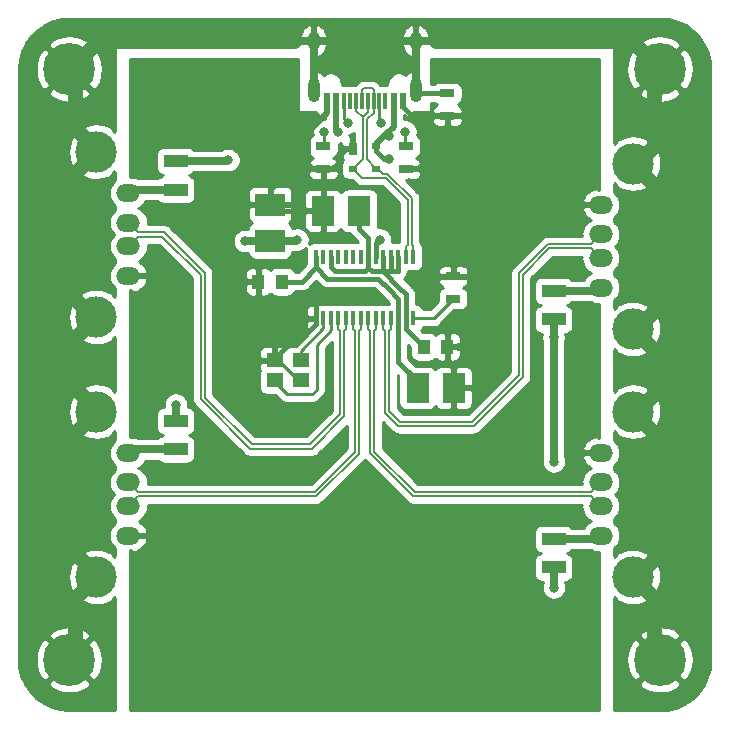
<source format=gtl>
G04 #@! TF.GenerationSoftware,KiCad,Pcbnew,(5.0.2)-1*
G04 #@! TF.CreationDate,2019-03-25T01:50:17-07:00*
G04 #@! TF.ProjectId,Orion,4f72696f-6e2e-46b6-9963-61645f706362,rev?*
G04 #@! TF.SameCoordinates,Original*
G04 #@! TF.FileFunction,Copper,L1,Top*
G04 #@! TF.FilePolarity,Positive*
%FSLAX46Y46*%
G04 Gerber Fmt 4.6, Leading zero omitted, Abs format (unit mm)*
G04 Created by KiCad (PCBNEW (5.0.2)-1) date 3/25/2019 1:50:17 AM*
%MOMM*%
%LPD*%
G01*
G04 APERTURE LIST*
G04 #@! TA.AperFunction,SMDPad,CuDef*
%ADD10R,1.950000X2.500000*%
G04 #@! TD*
G04 #@! TA.AperFunction,SMDPad,CuDef*
%ADD11R,1.000000X1.250000*%
G04 #@! TD*
G04 #@! TA.AperFunction,SMDPad,CuDef*
%ADD12R,2.500000X1.950000*%
G04 #@! TD*
G04 #@! TA.AperFunction,ComponentPad*
%ADD13O,2.000000X1.500000*%
G04 #@! TD*
G04 #@! TA.AperFunction,ComponentPad*
%ADD14C,3.500000*%
G04 #@! TD*
G04 #@! TA.AperFunction,SMDPad,CuDef*
%ADD15R,1.300000X0.700000*%
G04 #@! TD*
G04 #@! TA.AperFunction,SMDPad,CuDef*
%ADD16R,0.400000X1.200000*%
G04 #@! TD*
G04 #@! TA.AperFunction,ComponentPad*
%ADD17O,1.000000X1.600000*%
G04 #@! TD*
G04 #@! TA.AperFunction,ComponentPad*
%ADD18O,1.000000X2.100000*%
G04 #@! TD*
G04 #@! TA.AperFunction,SMDPad,CuDef*
%ADD19R,0.300000X1.450000*%
G04 #@! TD*
G04 #@! TA.AperFunction,SMDPad,CuDef*
%ADD20R,0.600000X1.450000*%
G04 #@! TD*
G04 #@! TA.AperFunction,SMDPad,CuDef*
%ADD21R,1.400000X1.200000*%
G04 #@! TD*
G04 #@! TA.AperFunction,SMDPad,CuDef*
%ADD22R,0.700000X0.600000*%
G04 #@! TD*
G04 #@! TA.AperFunction,SMDPad,CuDef*
%ADD23R,0.700000X1.000000*%
G04 #@! TD*
G04 #@! TA.AperFunction,SMDPad,CuDef*
%ADD24R,2.030000X1.140000*%
G04 #@! TD*
G04 #@! TA.AperFunction,ComponentPad*
%ADD25C,4.400000*%
G04 #@! TD*
G04 #@! TA.AperFunction,ComponentPad*
%ADD26C,0.700000*%
G04 #@! TD*
G04 #@! TA.AperFunction,ViaPad*
%ADD27C,0.800000*%
G04 #@! TD*
G04 #@! TA.AperFunction,Conductor*
%ADD28C,0.381000*%
G04 #@! TD*
G04 #@! TA.AperFunction,Conductor*
%ADD29C,0.508000*%
G04 #@! TD*
G04 #@! TA.AperFunction,Conductor*
%ADD30C,0.254000*%
G04 #@! TD*
G04 #@! TA.AperFunction,Conductor*
%ADD31C,0.635000*%
G04 #@! TD*
G04 #@! TA.AperFunction,Conductor*
%ADD32C,0.152400*%
G04 #@! TD*
G04 #@! TA.AperFunction,Conductor*
%ADD33C,1.270000*%
G04 #@! TD*
G04 APERTURE END LIST*
D10*
G04 #@! TO.P,C1,1*
G04 #@! TO.N,+1V8*
X84475000Y-72000000D03*
G04 #@! TO.P,C1,2*
G04 #@! TO.N,GND*
X87525000Y-72000000D03*
G04 #@! TD*
G04 #@! TO.P,C2,2*
G04 #@! TO.N,GND*
X76475000Y-57000000D03*
G04 #@! TO.P,C2,1*
G04 #@! TO.N,+3V3*
X79525000Y-57000000D03*
G04 #@! TD*
D11*
G04 #@! TO.P,C3,2*
G04 #@! TO.N,GND*
X71000000Y-63000000D03*
G04 #@! TO.P,C3,1*
G04 #@! TO.N,+1V8*
X73000000Y-63000000D03*
G04 #@! TD*
G04 #@! TO.P,C4,1*
G04 #@! TO.N,+3V3*
X85000000Y-68500000D03*
G04 #@! TO.P,C4,2*
G04 #@! TO.N,GND*
X87000000Y-68500000D03*
G04 #@! TD*
D12*
G04 #@! TO.P,C5,2*
G04 #@! TO.N,GND*
X72000000Y-56475000D03*
G04 #@! TO.P,C5,1*
G04 #@! TO.N,+5V*
X72000000Y-59525000D03*
G04 #@! TD*
D13*
G04 #@! TO.P,J1,1*
G04 #@! TO.N,Net-(F1-Pad2)*
X100000000Y-63500000D03*
D14*
G04 #@! TO.P,J1,5*
G04 #@! TO.N,GNDA*
X102710000Y-53000000D03*
D13*
G04 #@! TO.P,J1,2*
G04 #@! TO.N,D1-*
X100000000Y-61000000D03*
G04 #@! TO.P,J1,3*
G04 #@! TO.N,D1+*
X100000000Y-59000000D03*
G04 #@! TO.P,J1,4*
G04 #@! TO.N,GND*
X100000000Y-56500000D03*
D14*
G04 #@! TO.P,J1,5*
G04 #@! TO.N,GNDA*
X102710000Y-67000000D03*
G04 #@! TD*
G04 #@! TO.P,J2,5*
G04 #@! TO.N,GNDA*
X102710000Y-88000000D03*
D13*
G04 #@! TO.P,J2,4*
G04 #@! TO.N,GND*
X100000000Y-77500000D03*
G04 #@! TO.P,J2,3*
G04 #@! TO.N,D2+*
X100000000Y-80000000D03*
G04 #@! TO.P,J2,2*
G04 #@! TO.N,D2-*
X100000000Y-82000000D03*
D14*
G04 #@! TO.P,J2,5*
G04 #@! TO.N,GNDA*
X102710000Y-74000000D03*
D13*
G04 #@! TO.P,J2,1*
G04 #@! TO.N,Net-(F2-Pad2)*
X100000000Y-84500000D03*
G04 #@! TD*
G04 #@! TO.P,J3,1*
G04 #@! TO.N,Net-(F3-Pad2)*
X60000000Y-77500000D03*
D14*
G04 #@! TO.P,J3,5*
G04 #@! TO.N,GNDA*
X57290000Y-88000000D03*
D13*
G04 #@! TO.P,J3,2*
G04 #@! TO.N,D3-*
X60000000Y-80000000D03*
G04 #@! TO.P,J3,3*
G04 #@! TO.N,D3+*
X60000000Y-82000000D03*
G04 #@! TO.P,J3,4*
G04 #@! TO.N,GND*
X60000000Y-84500000D03*
D14*
G04 #@! TO.P,J3,5*
G04 #@! TO.N,GNDA*
X57290000Y-74000000D03*
G04 #@! TD*
G04 #@! TO.P,J4,5*
G04 #@! TO.N,GNDA*
X57290000Y-52000000D03*
D13*
G04 #@! TO.P,J4,4*
G04 #@! TO.N,GND*
X60000000Y-62500000D03*
G04 #@! TO.P,J4,3*
G04 #@! TO.N,D4+*
X60000000Y-60000000D03*
G04 #@! TO.P,J4,2*
G04 #@! TO.N,D4-*
X60000000Y-58000000D03*
D14*
G04 #@! TO.P,J4,5*
G04 #@! TO.N,GNDA*
X57290000Y-66000000D03*
D13*
G04 #@! TO.P,J4,1*
G04 #@! TO.N,Net-(F4-Pad2)*
X60000000Y-55500000D03*
G04 #@! TD*
D15*
G04 #@! TO.P,R1,2*
G04 #@! TO.N,GND*
X87500000Y-62550000D03*
G04 #@! TO.P,R1,1*
G04 #@! TO.N,Net-(R1-Pad1)*
X87500000Y-64450000D03*
G04 #@! TD*
G04 #@! TO.P,R2,1*
G04 #@! TO.N,GND*
X76500000Y-53450000D03*
G04 #@! TO.P,R2,2*
G04 #@! TO.N,Net-(R2-Pad2)*
X76500000Y-51550000D03*
G04 #@! TD*
G04 #@! TO.P,R3,2*
G04 #@! TO.N,Net-(R3-Pad2)*
X83500000Y-51550000D03*
G04 #@! TO.P,R3,1*
G04 #@! TO.N,GND*
X83500000Y-53450000D03*
G04 #@! TD*
D16*
G04 #@! TO.P,U1,28*
G04 #@! TO.N,+1V8*
X75872500Y-60900000D03*
G04 #@! TO.P,U1,27*
G04 #@! TO.N,Net-(U1-Pad27)*
X76507500Y-60900000D03*
G04 #@! TO.P,U1,26*
G04 #@! TO.N,+3V3*
X77142500Y-60900000D03*
G04 #@! TO.P,U1,25*
G04 #@! TO.N,Net-(U1-Pad25)*
X77777500Y-60900000D03*
G04 #@! TO.P,U1,24*
G04 #@! TO.N,Net-(U1-Pad24)*
X78412500Y-60900000D03*
G04 #@! TO.P,U1,23*
G04 #@! TO.N,Net-(U1-Pad23)*
X79047500Y-60900000D03*
G04 #@! TO.P,U1,22*
G04 #@! TO.N,Net-(U1-Pad22)*
X79682500Y-60900000D03*
G04 #@! TO.P,U1,21*
G04 #@! TO.N,+3V3*
X80317500Y-60900000D03*
G04 #@! TO.P,U1,20*
G04 #@! TO.N,+5V*
X80952500Y-60900000D03*
G04 #@! TO.P,U1,19*
G04 #@! TO.N,+3V3*
X81587500Y-60900000D03*
G04 #@! TO.P,U1,18*
X82222500Y-60900000D03*
G04 #@! TO.P,U1,17*
X82857500Y-60900000D03*
G04 #@! TO.P,U1,16*
G04 #@! TO.N,DU+*
X83492500Y-60900000D03*
G04 #@! TO.P,U1,15*
G04 #@! TO.N,DU-*
X84127500Y-60900000D03*
G04 #@! TO.P,U1,14*
G04 #@! TO.N,Net-(R1-Pad1)*
X84127500Y-66100000D03*
G04 #@! TO.P,U1,13*
G04 #@! TO.N,+3V3*
X83492500Y-66100000D03*
G04 #@! TO.P,U1,12*
G04 #@! TO.N,+1V8*
X82857500Y-66100000D03*
G04 #@! TO.P,U1,11*
G04 #@! TO.N,D1+*
X82222500Y-66100000D03*
G04 #@! TO.P,U1,10*
G04 #@! TO.N,D1-*
X81587500Y-66100000D03*
G04 #@! TO.P,U1,9*
G04 #@! TO.N,D2+*
X80952500Y-66100000D03*
G04 #@! TO.P,U1,8*
G04 #@! TO.N,D2-*
X80317500Y-66100000D03*
G04 #@! TO.P,U1,7*
G04 #@! TO.N,D3+*
X79682500Y-66100000D03*
G04 #@! TO.P,U1,6*
G04 #@! TO.N,D3-*
X79047500Y-66100000D03*
G04 #@! TO.P,U1,5*
G04 #@! TO.N,D4+*
X78412500Y-66100000D03*
G04 #@! TO.P,U1,4*
G04 #@! TO.N,D4-*
X77777500Y-66100000D03*
G04 #@! TO.P,U1,3*
G04 #@! TO.N,Net-(U1-Pad3)*
X77142500Y-66100000D03*
G04 #@! TO.P,U1,2*
G04 #@! TO.N,Net-(U1-Pad2)*
X76507500Y-66100000D03*
G04 #@! TO.P,U1,1*
G04 #@! TO.N,GND*
X75872500Y-66100000D03*
G04 #@! TD*
D17*
G04 #@! TO.P,USB1,13*
G04 #@! TO.N,GNDA*
X75680000Y-42600000D03*
X84320000Y-42600000D03*
D18*
X75680000Y-46780000D03*
X84320000Y-46780000D03*
D19*
G04 #@! TO.P,USB1,6*
G04 #@! TO.N,DU+*
X80250000Y-47695000D03*
G04 #@! TO.P,USB1,7*
G04 #@! TO.N,DU-*
X79750000Y-47695000D03*
G04 #@! TO.P,USB1,8*
G04 #@! TO.N,DU+*
X79250000Y-47695000D03*
G04 #@! TO.P,USB1,5*
G04 #@! TO.N,DU-*
X80750000Y-47695000D03*
G04 #@! TO.P,USB1,9*
G04 #@! TO.N,Net-(USB1-Pad9)*
X78750000Y-47695000D03*
G04 #@! TO.P,USB1,4*
G04 #@! TO.N,Net-(R3-Pad2)*
X81250000Y-47695000D03*
G04 #@! TO.P,USB1,10*
G04 #@! TO.N,Net-(R2-Pad2)*
X78250000Y-47695000D03*
G04 #@! TO.P,USB1,3*
G04 #@! TO.N,Net-(USB1-Pad3)*
X81750000Y-47695000D03*
D20*
G04 #@! TO.P,USB1,2*
G04 #@! TO.N,+5V*
X82450000Y-47695000D03*
G04 #@! TO.P,USB1,11*
X77550000Y-47695000D03*
G04 #@! TO.P,USB1,1*
G04 #@! TO.N,GND*
X83225000Y-47695000D03*
G04 #@! TO.P,USB1,12*
X76775000Y-47695000D03*
G04 #@! TD*
D21*
G04 #@! TO.P,Y1,4*
G04 #@! TO.N,GND*
X74600000Y-71350000D03*
G04 #@! TO.P,Y1,3*
G04 #@! TO.N,Net-(U1-Pad3)*
X72400000Y-71350000D03*
G04 #@! TO.P,Y1,2*
G04 #@! TO.N,GND*
X72400000Y-69650000D03*
G04 #@! TO.P,Y1,1*
G04 #@! TO.N,Net-(U1-Pad2)*
X74600000Y-69650000D03*
G04 #@! TD*
D22*
G04 #@! TO.P,U2,3*
G04 #@! TO.N,DU-*
X81000000Y-53450000D03*
G04 #@! TO.P,U2,2*
G04 #@! TO.N,DU+*
X79000000Y-53450000D03*
G04 #@! TO.P,U2,4*
G04 #@! TO.N,+5V*
X81000000Y-51550000D03*
D23*
G04 #@! TO.P,U2,1*
G04 #@! TO.N,GND*
X79000000Y-51750000D03*
G04 #@! TD*
D24*
G04 #@! TO.P,F1,1*
G04 #@! TO.N,+5V*
X96000000Y-66200000D03*
G04 #@! TO.P,F1,2*
G04 #@! TO.N,Net-(F1-Pad2)*
X96000000Y-63800000D03*
G04 #@! TD*
G04 #@! TO.P,F2,2*
G04 #@! TO.N,Net-(F2-Pad2)*
X96000000Y-84800000D03*
G04 #@! TO.P,F2,1*
G04 #@! TO.N,+5V*
X96000000Y-87200000D03*
G04 #@! TD*
G04 #@! TO.P,F3,1*
G04 #@! TO.N,+5V*
X64000000Y-74800000D03*
G04 #@! TO.P,F3,2*
G04 #@! TO.N,Net-(F3-Pad2)*
X64000000Y-77200000D03*
G04 #@! TD*
G04 #@! TO.P,F4,2*
G04 #@! TO.N,Net-(F4-Pad2)*
X64000000Y-55200000D03*
G04 #@! TO.P,F4,1*
G04 #@! TO.N,+5V*
X64000000Y-52800000D03*
G04 #@! TD*
D25*
G04 #@! TO.P,MH1,1*
G04 #@! TO.N,GNDA*
X55000000Y-45000000D03*
D26*
X56650000Y-45000000D03*
X56166726Y-46166726D03*
X55000000Y-46650000D03*
X53833274Y-46166726D03*
X53350000Y-45000000D03*
X53833274Y-43833274D03*
X55000000Y-43350000D03*
X56166726Y-43833274D03*
G04 #@! TD*
G04 #@! TO.P,MH2,1*
G04 #@! TO.N,GNDA*
X106166726Y-43833274D03*
X105000000Y-43350000D03*
X103833274Y-43833274D03*
X103350000Y-45000000D03*
X103833274Y-46166726D03*
X105000000Y-46650000D03*
X106166726Y-46166726D03*
X106650000Y-45000000D03*
D25*
X105000000Y-45000000D03*
G04 #@! TD*
G04 #@! TO.P,MH3,1*
G04 #@! TO.N,GNDA*
X55000000Y-95000000D03*
D26*
X56650000Y-95000000D03*
X56166726Y-96166726D03*
X55000000Y-96650000D03*
X53833274Y-96166726D03*
X53350000Y-95000000D03*
X53833274Y-93833274D03*
X55000000Y-93350000D03*
X56166726Y-93833274D03*
G04 #@! TD*
G04 #@! TO.P,MH4,1*
G04 #@! TO.N,GNDA*
X106166726Y-93833274D03*
X105000000Y-93350000D03*
X103833274Y-93833274D03*
X103350000Y-95000000D03*
X103833274Y-96166726D03*
X105000000Y-96650000D03*
X106166726Y-96166726D03*
X106650000Y-95000000D03*
D25*
X105000000Y-95000000D03*
G04 #@! TD*
D15*
G04 #@! TO.P,R4,2*
G04 #@! TO.N,GNDA*
X87000000Y-47050000D03*
G04 #@! TO.P,R4,1*
G04 #@! TO.N,GND*
X87000000Y-48950000D03*
G04 #@! TD*
D27*
G04 #@! TO.N,GND*
X74500000Y-50500000D03*
X75565000Y-64262000D03*
X73787000Y-54102000D03*
X84709000Y-49022000D03*
X70000000Y-85000000D03*
X75000000Y-85000000D03*
X80000000Y-85000000D03*
X85000000Y-85000000D03*
X90000000Y-85000000D03*
X70000000Y-90000000D03*
X75000000Y-90000000D03*
X80000000Y-90000000D03*
X85000000Y-90000000D03*
X90000000Y-90000000D03*
X70000000Y-95000000D03*
X75000000Y-95000000D03*
X80000000Y-95000000D03*
X85000000Y-95000000D03*
X90000000Y-95000000D03*
X93500000Y-78000000D03*
X89000000Y-78000000D03*
X84000000Y-78000000D03*
X65500000Y-79000000D03*
X70500000Y-79000000D03*
X75500000Y-79000000D03*
X90500000Y-55500000D03*
X90500000Y-60500000D03*
X90500000Y-65500000D03*
X90500000Y-70500000D03*
X69000000Y-73000000D03*
X69000000Y-68000000D03*
X69000000Y-63000000D03*
X73500000Y-75000000D03*
X65500000Y-58000000D03*
X98500000Y-45500000D03*
X93500000Y-45500000D03*
X98500000Y-50500000D03*
X61500000Y-45500000D03*
X66500000Y-45500000D03*
X61500000Y-50500000D03*
X85500000Y-60500000D03*
X85500000Y-55500000D03*
G04 #@! TO.N,+5V*
X77724000Y-50292000D03*
X82042000Y-50673000D03*
X81280000Y-59436000D03*
X74295000Y-59436000D03*
X82042000Y-52578000D03*
X69850000Y-59563000D03*
X64008000Y-73406000D03*
X68453000Y-52705000D03*
X96012000Y-78232000D03*
X96012000Y-88900000D03*
X96000000Y-67691000D03*
G04 #@! TO.N,Net-(R2-Pad2)*
X78613000Y-49530000D03*
X76581000Y-50292000D03*
G04 #@! TO.N,Net-(R3-Pad2)*
X81407000Y-49530000D03*
X83439000Y-50292000D03*
G04 #@! TD*
D28*
G04 #@! TO.N,+1V8*
X75872500Y-60900000D02*
X75872500Y-61795500D01*
X74668000Y-63000000D02*
X73000000Y-63000000D01*
X75872500Y-61795500D02*
X74668000Y-63000000D01*
X82857500Y-64442500D02*
X82857500Y-66100000D01*
X82042000Y-63627000D02*
X82857500Y-64442500D01*
X75872500Y-60900000D02*
X75872500Y-61775500D01*
X75872500Y-61775500D02*
X76835000Y-62738000D01*
X81153000Y-62738000D02*
X82042000Y-63627000D01*
X76835000Y-62738000D02*
X81153000Y-62738000D01*
X84475000Y-71394000D02*
X84475000Y-72000000D01*
X82857500Y-66100000D02*
X82857500Y-69776500D01*
X82857500Y-69776500D02*
X84475000Y-71394000D01*
D29*
G04 #@! TO.N,GND*
X79000000Y-51750000D02*
X78425000Y-51750000D01*
X78425000Y-51750000D02*
X77978000Y-52197000D01*
X77360000Y-53450000D02*
X77978000Y-52832000D01*
X76500000Y-53450000D02*
X77360000Y-53450000D01*
X77978000Y-52197000D02*
X77978000Y-52832000D01*
X76775000Y-47695000D02*
X76775000Y-48701000D01*
X76775000Y-48701000D02*
X75184000Y-50292000D01*
X75184000Y-50292000D02*
X75184000Y-53086000D01*
X75548000Y-53450000D02*
X76500000Y-53450000D01*
X75184000Y-53086000D02*
X75548000Y-53450000D01*
D28*
X72525000Y-57000000D02*
X72000000Y-56475000D01*
X76475000Y-57000000D02*
X72525000Y-57000000D01*
X72000000Y-56475000D02*
X72000000Y-55254000D01*
X74168000Y-53086000D02*
X75184000Y-53086000D01*
X74600000Y-71350000D02*
X74350000Y-71350000D01*
X72650000Y-69650000D02*
X72400000Y-69650000D01*
D30*
X74350000Y-71350000D02*
X72650000Y-69650000D01*
D28*
X75872500Y-66100000D02*
X75872500Y-66621500D01*
X75872500Y-66621500D02*
X74168000Y-68326000D01*
X74168000Y-68326000D02*
X73533000Y-68326000D01*
X72400000Y-69459000D02*
X72400000Y-69650000D01*
X73533000Y-68326000D02*
X72400000Y-69459000D01*
X100000000Y-56500000D02*
X91500000Y-56500000D01*
X83225000Y-48225000D02*
X83225000Y-47695000D01*
X74976000Y-50500000D02*
X75184000Y-50292000D01*
X74500000Y-50500000D02*
X74976000Y-50500000D01*
X87000000Y-69706000D02*
X87525000Y-70231000D01*
X87000000Y-68500000D02*
X87000000Y-69706000D01*
X87525000Y-72000000D02*
X87525000Y-70231000D01*
X71000000Y-63000000D02*
X71000000Y-64269000D01*
X75872500Y-66100000D02*
X75872500Y-65077500D01*
X75872500Y-65077500D02*
X75565000Y-64770000D01*
X71501000Y-64770000D02*
X71000000Y-64269000D01*
X75565000Y-64770000D02*
X71501000Y-64770000D01*
X75565000Y-64770000D02*
X75565000Y-64262000D01*
X73533000Y-53848000D02*
X73533000Y-53721000D01*
X73787000Y-54102000D02*
X73533000Y-53848000D01*
X72000000Y-55254000D02*
X73533000Y-53721000D01*
X73533000Y-53721000D02*
X74168000Y-53086000D01*
X83500000Y-53450000D02*
X84472000Y-53450000D01*
X85546000Y-52376000D02*
X85546000Y-50546000D01*
X84472000Y-53450000D02*
X85546000Y-52376000D01*
X84276000Y-49022000D02*
X84149000Y-49149000D01*
X84709000Y-49022000D02*
X84276000Y-49022000D01*
X85546000Y-50546000D02*
X84149000Y-49149000D01*
X84149000Y-49149000D02*
X83225000Y-48225000D01*
X87000000Y-48950000D02*
X87000000Y-50000000D01*
X86454000Y-50546000D02*
X85546000Y-50546000D01*
X87000000Y-50000000D02*
X86454000Y-50546000D01*
D31*
X70000000Y-85000000D02*
X75000000Y-85000000D01*
X80000000Y-85000000D02*
X85000000Y-85000000D01*
X70000000Y-85000000D02*
X70000000Y-90000000D01*
X75000000Y-90000000D02*
X80000000Y-90000000D01*
X85000000Y-90000000D02*
X90000000Y-90000000D01*
X70000000Y-95000000D02*
X75000000Y-95000000D01*
X80000000Y-95000000D02*
X85000000Y-95000000D01*
X93500000Y-78000000D02*
X89000000Y-78000000D01*
X65500000Y-79000000D02*
X70500000Y-79000000D01*
D28*
X90500000Y-55500000D02*
X85546000Y-50546000D01*
X91500000Y-56500000D02*
X90500000Y-55500000D01*
D31*
X90500000Y-60500000D02*
X90500000Y-65500000D01*
X88500000Y-68500000D02*
X90500000Y-70500000D01*
X90500000Y-61500000D02*
X90500000Y-60500000D01*
X89450000Y-62550000D02*
X90500000Y-61500000D01*
X89450000Y-62550000D02*
X89000000Y-62550000D01*
D28*
X87500000Y-62550000D02*
X89000000Y-62550000D01*
D31*
X88500000Y-68500000D02*
X88000000Y-68500000D01*
D28*
X87000000Y-68500000D02*
X88000000Y-68500000D01*
D31*
X69000000Y-73000000D02*
X69000000Y-68000000D01*
X69000000Y-63000000D02*
X69000000Y-61500000D01*
X69000000Y-61500000D02*
X65500000Y-58000000D01*
X90500000Y-55500000D02*
X90500000Y-53500000D01*
X90500000Y-53500000D02*
X98500000Y-45500000D01*
X98500000Y-45500000D02*
X98500000Y-50500000D01*
X61500000Y-45500000D02*
X66500000Y-45500000D01*
X90500000Y-60500000D02*
X85500000Y-60500000D01*
X90500000Y-55500000D02*
X85500000Y-55500000D01*
D28*
G04 #@! TO.N,+3V3*
X83492500Y-66100000D02*
X83492500Y-66992500D01*
X83492500Y-66992500D02*
X85000000Y-68500000D01*
X77142500Y-60900000D02*
X77142500Y-61783500D01*
X77142500Y-61783500D02*
X77470000Y-62111000D01*
X77470000Y-62111000D02*
X80010000Y-62111000D01*
X80317500Y-61803500D02*
X80317500Y-60900000D01*
X80010000Y-62111000D02*
X80317500Y-61803500D01*
X80625000Y-62111000D02*
X80317500Y-61803500D01*
X81534000Y-62111000D02*
X80625000Y-62111000D01*
X81587500Y-60900000D02*
X81587500Y-62057500D01*
X81587500Y-62057500D02*
X81534000Y-62111000D01*
X82857500Y-60900000D02*
X82857500Y-62057500D01*
X82857500Y-62057500D02*
X82804000Y-62111000D01*
X81641000Y-62111000D02*
X81587500Y-62057500D01*
X82222500Y-62057500D02*
X82169000Y-62111000D01*
X82222500Y-60900000D02*
X82222500Y-62057500D01*
X82804000Y-62111000D02*
X82169000Y-62111000D01*
X82169000Y-62111000D02*
X81641000Y-62111000D01*
X79525000Y-58547000D02*
X79525000Y-57000000D01*
X80317500Y-59339500D02*
X79525000Y-58547000D01*
X80317500Y-60900000D02*
X80317500Y-59339500D01*
X83492500Y-66100000D02*
X83492500Y-64061500D01*
X83492500Y-64061500D02*
X82857500Y-63426500D01*
X81641000Y-62210000D02*
X81641000Y-62111000D01*
X82857500Y-63426500D02*
X81641000Y-62210000D01*
D29*
G04 #@! TO.N,+5V*
X77550000Y-50118000D02*
X77724000Y-50292000D01*
X77550000Y-47695000D02*
X77550000Y-50118000D01*
X82450000Y-47695000D02*
X82450000Y-49884000D01*
X81000000Y-51334000D02*
X81000000Y-51550000D01*
X82042000Y-50546000D02*
X81915000Y-50419000D01*
X82042000Y-50673000D02*
X82042000Y-50546000D01*
X82450000Y-49884000D02*
X81915000Y-50419000D01*
X81915000Y-50419000D02*
X81000000Y-51334000D01*
D28*
X80952500Y-60900000D02*
X80952500Y-59763500D01*
X80952500Y-59763500D02*
X81280000Y-59436000D01*
X81000000Y-51550000D02*
X81000000Y-51917000D01*
X81000000Y-51917000D02*
X81661000Y-52578000D01*
X81661000Y-52578000D02*
X82042000Y-52578000D01*
D31*
X64008000Y-74792000D02*
X64000000Y-74800000D01*
X64008000Y-73406000D02*
X64008000Y-74792000D01*
X68358000Y-52800000D02*
X68453000Y-52705000D01*
X64000000Y-52800000D02*
X68358000Y-52800000D01*
X96000000Y-67691000D02*
X96000000Y-66200000D01*
X96000000Y-78220000D02*
X96012000Y-78232000D01*
X96000000Y-67691000D02*
X96000000Y-78220000D01*
X96012000Y-87212000D02*
X96000000Y-87200000D01*
X96012000Y-88900000D02*
X96012000Y-87212000D01*
X71962000Y-59563000D02*
X72000000Y-59525000D01*
X69850000Y-59563000D02*
X71962000Y-59563000D01*
X74206000Y-59525000D02*
X74295000Y-59436000D01*
X72000000Y-59525000D02*
X74206000Y-59525000D01*
D30*
G04 #@! TO.N,Net-(R1-Pad1)*
X85850000Y-66100000D02*
X87500000Y-64450000D01*
X84127500Y-66100000D02*
X85850000Y-66100000D01*
G04 #@! TO.N,Net-(R2-Pad2)*
X78250000Y-47695000D02*
X78250000Y-49167000D01*
X78250000Y-49167000D02*
X78613000Y-49530000D01*
X76581000Y-51469000D02*
X76500000Y-51550000D01*
X76581000Y-50292000D02*
X76581000Y-51469000D01*
G04 #@! TO.N,Net-(R3-Pad2)*
X81250000Y-47695000D02*
X81250000Y-49373000D01*
X81250000Y-49373000D02*
X81407000Y-49530000D01*
X83439000Y-51489000D02*
X83500000Y-51550000D01*
X83439000Y-50292000D02*
X83439000Y-51489000D01*
G04 #@! TO.N,Net-(U1-Pad3)*
X72400000Y-71511000D02*
X72400000Y-71350000D01*
X73406000Y-72517000D02*
X72400000Y-71511000D01*
X77142500Y-66100000D02*
X77142500Y-67129500D01*
X77142500Y-67129500D02*
X75946000Y-68326000D01*
X75946000Y-72136000D02*
X75565000Y-72517000D01*
X75946000Y-68326000D02*
X75946000Y-72136000D01*
X75565000Y-72517000D02*
X73406000Y-72517000D01*
G04 #@! TO.N,Net-(U1-Pad2)*
X74600000Y-68836500D02*
X76507500Y-66929000D01*
X74600000Y-69650000D02*
X74600000Y-68836500D01*
X76507500Y-66100000D02*
X76507500Y-66929000D01*
D31*
G04 #@! TO.N,Net-(F1-Pad2)*
X99700000Y-63800000D02*
X100000000Y-63500000D01*
X96000000Y-63800000D02*
X99700000Y-63800000D01*
G04 #@! TO.N,Net-(F2-Pad2)*
X99700000Y-84800000D02*
X100000000Y-84500000D01*
X96000000Y-84800000D02*
X99700000Y-84800000D01*
G04 #@! TO.N,Net-(F3-Pad2)*
X60300000Y-77200000D02*
X60000000Y-77500000D01*
X64000000Y-77200000D02*
X60300000Y-77200000D01*
D32*
G04 #@! TO.N,D1-*
X93395800Y-62430648D02*
X93395800Y-71066648D01*
X81587500Y-67000001D02*
X81587500Y-66100000D01*
X95648648Y-60177800D02*
X93395800Y-62430648D01*
X99177800Y-60177800D02*
X95648648Y-60177800D01*
X100000000Y-61000000D02*
X99177800Y-60177800D01*
X81727200Y-74104648D02*
X81727200Y-67139701D01*
X93395800Y-71066648D02*
X89227648Y-75234800D01*
X89227648Y-75234800D02*
X82857352Y-75234800D01*
X82857352Y-75234800D02*
X81727200Y-74104648D01*
X81727200Y-67139701D02*
X81587500Y-67000001D01*
G04 #@! TO.N,D1+*
X82222500Y-67000001D02*
X82222500Y-66100000D01*
X82082800Y-67139701D02*
X82222500Y-67000001D01*
X82082800Y-73957352D02*
X82082800Y-67139701D01*
X83004648Y-74879200D02*
X82082800Y-73957352D01*
X99177800Y-59822200D02*
X95501352Y-59822200D01*
X93040200Y-70919352D02*
X89080352Y-74879200D01*
X95501352Y-59822200D02*
X93040200Y-62283352D01*
X100000000Y-59000000D02*
X99177800Y-59822200D01*
X93040200Y-62283352D02*
X93040200Y-70919352D01*
X89080352Y-74879200D02*
X83004648Y-74879200D01*
G04 #@! TO.N,D2+*
X99177800Y-80822200D02*
X100000000Y-80000000D01*
X84248648Y-80822200D02*
X99177800Y-80822200D01*
X80812800Y-77386352D02*
X84248648Y-80822200D01*
X80812800Y-67139701D02*
X80812800Y-77386352D01*
X80952500Y-66100000D02*
X80952500Y-67000001D01*
X80952500Y-67000001D02*
X80812800Y-67139701D01*
G04 #@! TO.N,D2-*
X99177800Y-81177800D02*
X100000000Y-82000000D01*
X84101352Y-81177800D02*
X99177800Y-81177800D01*
X80457200Y-77533648D02*
X84101352Y-81177800D01*
X80457200Y-67139701D02*
X80457200Y-77533648D01*
X80317500Y-67000001D02*
X80457200Y-67139701D01*
X80317500Y-66100000D02*
X80317500Y-67000001D01*
G04 #@! TO.N,D3-*
X60822200Y-80822200D02*
X60000000Y-80000000D01*
X75771352Y-80822200D02*
X60822200Y-80822200D01*
X79187200Y-77406352D02*
X75771352Y-80822200D01*
X79187200Y-67139701D02*
X79187200Y-77406352D01*
X79047500Y-67000001D02*
X79187200Y-67139701D01*
X79047500Y-66100000D02*
X79047500Y-67000001D01*
G04 #@! TO.N,D3+*
X60822200Y-81177800D02*
X60000000Y-82000000D01*
X75918648Y-81177800D02*
X60822200Y-81177800D01*
X79542800Y-77553648D02*
X75918648Y-81177800D01*
X79542800Y-67139701D02*
X79542800Y-77553648D01*
X79682500Y-66100000D02*
X79682500Y-67000001D01*
X79682500Y-67000001D02*
X79542800Y-67139701D01*
G04 #@! TO.N,D4+*
X60822200Y-59177800D02*
X60000000Y-60000000D01*
X62863352Y-59177800D02*
X60822200Y-59177800D01*
X66116200Y-62430648D02*
X62863352Y-59177800D01*
X66116200Y-72971648D02*
X66116200Y-62430648D01*
X78412500Y-67000001D02*
X78272800Y-67139701D01*
X78412500Y-66100000D02*
X78412500Y-67000001D01*
X78272800Y-67139701D02*
X78272800Y-74378648D01*
X78272800Y-74378648D02*
X75511648Y-77139800D01*
X75511648Y-77139800D02*
X70284352Y-77139800D01*
X70284352Y-77139800D02*
X66116200Y-72971648D01*
G04 #@! TO.N,D4-*
X60822200Y-58822200D02*
X60000000Y-58000000D01*
X66471800Y-62283352D02*
X63010648Y-58822200D01*
X66471800Y-72824352D02*
X66471800Y-62283352D01*
X77777500Y-66100000D02*
X77777500Y-67000001D01*
X77777500Y-67000001D02*
X77917200Y-67139701D01*
X77917200Y-67139701D02*
X77917200Y-74231352D01*
X63010648Y-58822200D02*
X60822200Y-58822200D01*
X77917200Y-74231352D02*
X75364352Y-76784200D01*
X75364352Y-76784200D02*
X70431648Y-76784200D01*
X70431648Y-76784200D02*
X66471800Y-72824352D01*
G04 #@! TO.N,DU+*
X79832200Y-52617800D02*
X79832200Y-49456352D01*
X79000000Y-53450000D02*
X79832200Y-52617800D01*
X83632200Y-56070648D02*
X83632200Y-59860299D01*
X79779000Y-54229000D02*
X81790552Y-54229000D01*
X79000000Y-53450000D02*
X79779000Y-54229000D01*
X81790552Y-54229000D02*
X83632200Y-56070648D01*
X83632200Y-59860299D02*
X83492500Y-59999999D01*
X83492500Y-59999999D02*
X83492500Y-60900000D01*
X79250000Y-47695000D02*
X79250000Y-48516000D01*
X79819500Y-49085500D02*
X79832200Y-49085500D01*
X79250000Y-48516000D02*
X79819500Y-49085500D01*
X79832200Y-49456352D02*
X79832200Y-49085500D01*
X80250000Y-48667700D02*
X79832200Y-49085500D01*
X80250000Y-47695000D02*
X80250000Y-48667700D01*
G04 #@! TO.N,DU-*
X84127500Y-59999999D02*
X84127500Y-60900000D01*
X83987800Y-59860299D02*
X84127500Y-59999999D01*
X83987800Y-55923352D02*
X83987800Y-59860299D01*
X81000000Y-53450000D02*
X81136000Y-53450000D01*
X81136000Y-53450000D02*
X81534000Y-53848000D01*
X81534000Y-53848000D02*
X81912448Y-53848000D01*
X81912448Y-53848000D02*
X83987800Y-55923352D01*
X80750000Y-47695000D02*
X80750000Y-46777500D01*
X80750000Y-46777500D02*
X80581500Y-46609000D01*
X80581500Y-46609000D02*
X79946500Y-46609000D01*
X79750000Y-46805500D02*
X79750000Y-47695000D01*
X79946500Y-46609000D02*
X79750000Y-46805500D01*
X80750000Y-48641000D02*
X80750000Y-47695000D01*
X80750000Y-48688400D02*
X80750000Y-48641000D01*
X80187800Y-49250600D02*
X80750000Y-48688400D01*
X81000000Y-53450000D02*
X80187800Y-52637800D01*
X80187800Y-52637800D02*
X80187800Y-49250600D01*
D31*
G04 #@! TO.N,Net-(F4-Pad2)*
X60300000Y-55200000D02*
X60000000Y-55500000D01*
X64000000Y-55200000D02*
X60300000Y-55200000D01*
G04 #@! TO.N,GNDA*
X84320000Y-46780000D02*
X84320000Y-42600000D01*
X84320000Y-42600000D02*
X75680000Y-42600000D01*
X75680000Y-42600000D02*
X75680000Y-46780000D01*
D33*
X57400000Y-42600000D02*
X55000000Y-45000000D01*
X57400000Y-42600000D02*
X74000000Y-42600000D01*
D31*
X75680000Y-42600000D02*
X74000000Y-42600000D01*
D33*
X102600000Y-42600000D02*
X105000000Y-45000000D01*
D31*
X84320000Y-42600000D02*
X86000000Y-42600000D01*
D33*
X102600000Y-42600000D02*
X87000000Y-42600000D01*
X87000000Y-42600000D02*
X86000000Y-42600000D01*
X102710000Y-88000000D02*
X103000000Y-88000000D01*
X103000000Y-88000000D02*
X104500000Y-86500000D01*
X104500000Y-75790000D02*
X102710000Y-74000000D01*
X104500000Y-86500000D02*
X104500000Y-75790000D01*
X102710000Y-74000000D02*
X103000000Y-74000000D01*
X103000000Y-74000000D02*
X104500000Y-72500000D01*
X104500000Y-68790000D02*
X102710000Y-67000000D01*
X104500000Y-72500000D02*
X104500000Y-68790000D01*
X102710000Y-67000000D02*
X103000000Y-67000000D01*
X103000000Y-67000000D02*
X104500000Y-65500000D01*
X104500000Y-54790000D02*
X102710000Y-53000000D01*
X104500000Y-65500000D02*
X104500000Y-54790000D01*
X102710000Y-53000000D02*
X103000000Y-53000000D01*
X103000000Y-53000000D02*
X104500000Y-51500000D01*
X104500000Y-45500000D02*
X105000000Y-45000000D01*
X104500000Y-51500000D02*
X104500000Y-45500000D01*
X104500000Y-94500000D02*
X105000000Y-95000000D01*
X102710000Y-88000000D02*
X104500000Y-89790000D01*
X104500000Y-89790000D02*
X104500000Y-94500000D01*
X55500000Y-94500000D02*
X55000000Y-95000000D01*
X55500000Y-89790000D02*
X55500000Y-94500000D01*
X57290000Y-88000000D02*
X55500000Y-89790000D01*
X57290000Y-88000000D02*
X57290000Y-87790000D01*
X57290000Y-87790000D02*
X55500000Y-86000000D01*
X55500000Y-75790000D02*
X57290000Y-74000000D01*
X55500000Y-86000000D02*
X55500000Y-75790000D01*
X57290000Y-74000000D02*
X57290000Y-73790000D01*
X57290000Y-73790000D02*
X55500000Y-72000000D01*
X55500000Y-67790000D02*
X57290000Y-66000000D01*
X55500000Y-72000000D02*
X55500000Y-67790000D01*
X57290000Y-66000000D02*
X57000000Y-66000000D01*
X57000000Y-66000000D02*
X55500000Y-64500000D01*
X55500000Y-53790000D02*
X57290000Y-52000000D01*
X55500000Y-64500000D02*
X55500000Y-53790000D01*
X57290000Y-52000000D02*
X57290000Y-51790000D01*
X57290000Y-51790000D02*
X55500000Y-50000000D01*
X55500000Y-45500000D02*
X55000000Y-45000000D01*
X55500000Y-50000000D02*
X55500000Y-45500000D01*
D28*
X84590000Y-47050000D02*
X84320000Y-46780000D01*
X87000000Y-47050000D02*
X84590000Y-47050000D01*
G04 #@! TD*
D30*
G04 #@! TO.N,GND*
G36*
X83573754Y-81655990D02*
X83596025Y-81683127D01*
X83704319Y-81772002D01*
X83827871Y-81838042D01*
X83961932Y-81878709D01*
X84066416Y-81889000D01*
X84066425Y-81889000D01*
X84101351Y-81892440D01*
X84136277Y-81889000D01*
X98369232Y-81889000D01*
X98358299Y-82000000D01*
X98385040Y-82271507D01*
X98464236Y-82532581D01*
X98592843Y-82773188D01*
X98765919Y-82984081D01*
X98976812Y-83157157D01*
X99150509Y-83250000D01*
X98976812Y-83342843D01*
X98765919Y-83515919D01*
X98592843Y-83726812D01*
X98528334Y-83847500D01*
X97522553Y-83847500D01*
X97466185Y-83778815D01*
X97369494Y-83699463D01*
X97259180Y-83640498D01*
X97139482Y-83604188D01*
X97015000Y-83591928D01*
X94985000Y-83591928D01*
X94860518Y-83604188D01*
X94740820Y-83640498D01*
X94630506Y-83699463D01*
X94533815Y-83778815D01*
X94454463Y-83875506D01*
X94395498Y-83985820D01*
X94359188Y-84105518D01*
X94346928Y-84230000D01*
X94346928Y-85370000D01*
X94359188Y-85494482D01*
X94395498Y-85614180D01*
X94454463Y-85724494D01*
X94533815Y-85821185D01*
X94630506Y-85900537D01*
X94740820Y-85959502D01*
X94860518Y-85995812D01*
X94903041Y-86000000D01*
X94860518Y-86004188D01*
X94740820Y-86040498D01*
X94630506Y-86099463D01*
X94533815Y-86178815D01*
X94454463Y-86275506D01*
X94395498Y-86385820D01*
X94359188Y-86505518D01*
X94346928Y-86630000D01*
X94346928Y-87770000D01*
X94359188Y-87894482D01*
X94395498Y-88014180D01*
X94454463Y-88124494D01*
X94533815Y-88221185D01*
X94630506Y-88300537D01*
X94740820Y-88359502D01*
X94860518Y-88395812D01*
X94985000Y-88408072D01*
X95059500Y-88408072D01*
X95059500Y-88494952D01*
X95016774Y-88598102D01*
X94977000Y-88798061D01*
X94977000Y-89001939D01*
X95016774Y-89201898D01*
X95094795Y-89390256D01*
X95208063Y-89559774D01*
X95352226Y-89703937D01*
X95521744Y-89817205D01*
X95710102Y-89895226D01*
X95910061Y-89935000D01*
X96113939Y-89935000D01*
X96313898Y-89895226D01*
X96502256Y-89817205D01*
X96671774Y-89703937D01*
X96815937Y-89559774D01*
X96929205Y-89390256D01*
X97007226Y-89201898D01*
X97047000Y-89001939D01*
X97047000Y-88798061D01*
X97007226Y-88598102D01*
X96964500Y-88494953D01*
X96964500Y-88408072D01*
X97015000Y-88408072D01*
X97139482Y-88395812D01*
X97259180Y-88359502D01*
X97369494Y-88300537D01*
X97466185Y-88221185D01*
X97545537Y-88124494D01*
X97604502Y-88014180D01*
X97640812Y-87894482D01*
X97653072Y-87770000D01*
X97653072Y-86630000D01*
X97640812Y-86505518D01*
X97604502Y-86385820D01*
X97545537Y-86275506D01*
X97466185Y-86178815D01*
X97369494Y-86099463D01*
X97259180Y-86040498D01*
X97139482Y-86004188D01*
X97096959Y-86000000D01*
X97139482Y-85995812D01*
X97259180Y-85959502D01*
X97369494Y-85900537D01*
X97466185Y-85821185D01*
X97522553Y-85752500D01*
X99155186Y-85752500D01*
X99217419Y-85785764D01*
X99478493Y-85864960D01*
X99681963Y-85885000D01*
X99873000Y-85885000D01*
X99873000Y-99265000D01*
X60127000Y-99265000D01*
X60127000Y-85885000D01*
X60127002Y-85885000D01*
X60127002Y-85731874D01*
X60346056Y-85892744D01*
X60615921Y-85847243D01*
X60871724Y-85749968D01*
X61103634Y-85604658D01*
X61302740Y-85416897D01*
X61461390Y-85193900D01*
X61573487Y-84944236D01*
X61592318Y-84841185D01*
X61469656Y-84627000D01*
X60127000Y-84627000D01*
X60127000Y-84373000D01*
X61469656Y-84373000D01*
X61592318Y-84158815D01*
X61573487Y-84055764D01*
X61461390Y-83806100D01*
X61302740Y-83583103D01*
X61103634Y-83395342D01*
X60871724Y-83250032D01*
X60858698Y-83245079D01*
X61023188Y-83157157D01*
X61234081Y-82984081D01*
X61407157Y-82773188D01*
X61535764Y-82532581D01*
X61614960Y-82271507D01*
X61641701Y-82000000D01*
X61630768Y-81889000D01*
X75883722Y-81889000D01*
X75918648Y-81892440D01*
X75953574Y-81889000D01*
X75953584Y-81889000D01*
X76058068Y-81878709D01*
X76192129Y-81838042D01*
X76315681Y-81772002D01*
X76423975Y-81683127D01*
X76446250Y-81655985D01*
X80010000Y-78092236D01*
X83573754Y-81655990D01*
X83573754Y-81655990D01*
G37*
X83573754Y-81655990D02*
X83596025Y-81683127D01*
X83704319Y-81772002D01*
X83827871Y-81838042D01*
X83961932Y-81878709D01*
X84066416Y-81889000D01*
X84066425Y-81889000D01*
X84101351Y-81892440D01*
X84136277Y-81889000D01*
X98369232Y-81889000D01*
X98358299Y-82000000D01*
X98385040Y-82271507D01*
X98464236Y-82532581D01*
X98592843Y-82773188D01*
X98765919Y-82984081D01*
X98976812Y-83157157D01*
X99150509Y-83250000D01*
X98976812Y-83342843D01*
X98765919Y-83515919D01*
X98592843Y-83726812D01*
X98528334Y-83847500D01*
X97522553Y-83847500D01*
X97466185Y-83778815D01*
X97369494Y-83699463D01*
X97259180Y-83640498D01*
X97139482Y-83604188D01*
X97015000Y-83591928D01*
X94985000Y-83591928D01*
X94860518Y-83604188D01*
X94740820Y-83640498D01*
X94630506Y-83699463D01*
X94533815Y-83778815D01*
X94454463Y-83875506D01*
X94395498Y-83985820D01*
X94359188Y-84105518D01*
X94346928Y-84230000D01*
X94346928Y-85370000D01*
X94359188Y-85494482D01*
X94395498Y-85614180D01*
X94454463Y-85724494D01*
X94533815Y-85821185D01*
X94630506Y-85900537D01*
X94740820Y-85959502D01*
X94860518Y-85995812D01*
X94903041Y-86000000D01*
X94860518Y-86004188D01*
X94740820Y-86040498D01*
X94630506Y-86099463D01*
X94533815Y-86178815D01*
X94454463Y-86275506D01*
X94395498Y-86385820D01*
X94359188Y-86505518D01*
X94346928Y-86630000D01*
X94346928Y-87770000D01*
X94359188Y-87894482D01*
X94395498Y-88014180D01*
X94454463Y-88124494D01*
X94533815Y-88221185D01*
X94630506Y-88300537D01*
X94740820Y-88359502D01*
X94860518Y-88395812D01*
X94985000Y-88408072D01*
X95059500Y-88408072D01*
X95059500Y-88494952D01*
X95016774Y-88598102D01*
X94977000Y-88798061D01*
X94977000Y-89001939D01*
X95016774Y-89201898D01*
X95094795Y-89390256D01*
X95208063Y-89559774D01*
X95352226Y-89703937D01*
X95521744Y-89817205D01*
X95710102Y-89895226D01*
X95910061Y-89935000D01*
X96113939Y-89935000D01*
X96313898Y-89895226D01*
X96502256Y-89817205D01*
X96671774Y-89703937D01*
X96815937Y-89559774D01*
X96929205Y-89390256D01*
X97007226Y-89201898D01*
X97047000Y-89001939D01*
X97047000Y-88798061D01*
X97007226Y-88598102D01*
X96964500Y-88494953D01*
X96964500Y-88408072D01*
X97015000Y-88408072D01*
X97139482Y-88395812D01*
X97259180Y-88359502D01*
X97369494Y-88300537D01*
X97466185Y-88221185D01*
X97545537Y-88124494D01*
X97604502Y-88014180D01*
X97640812Y-87894482D01*
X97653072Y-87770000D01*
X97653072Y-86630000D01*
X97640812Y-86505518D01*
X97604502Y-86385820D01*
X97545537Y-86275506D01*
X97466185Y-86178815D01*
X97369494Y-86099463D01*
X97259180Y-86040498D01*
X97139482Y-86004188D01*
X97096959Y-86000000D01*
X97139482Y-85995812D01*
X97259180Y-85959502D01*
X97369494Y-85900537D01*
X97466185Y-85821185D01*
X97522553Y-85752500D01*
X99155186Y-85752500D01*
X99217419Y-85785764D01*
X99478493Y-85864960D01*
X99681963Y-85885000D01*
X99873000Y-85885000D01*
X99873000Y-99265000D01*
X60127000Y-99265000D01*
X60127000Y-85885000D01*
X60127002Y-85885000D01*
X60127002Y-85731874D01*
X60346056Y-85892744D01*
X60615921Y-85847243D01*
X60871724Y-85749968D01*
X61103634Y-85604658D01*
X61302740Y-85416897D01*
X61461390Y-85193900D01*
X61573487Y-84944236D01*
X61592318Y-84841185D01*
X61469656Y-84627000D01*
X60127000Y-84627000D01*
X60127000Y-84373000D01*
X61469656Y-84373000D01*
X61592318Y-84158815D01*
X61573487Y-84055764D01*
X61461390Y-83806100D01*
X61302740Y-83583103D01*
X61103634Y-83395342D01*
X60871724Y-83250032D01*
X60858698Y-83245079D01*
X61023188Y-83157157D01*
X61234081Y-82984081D01*
X61407157Y-82773188D01*
X61535764Y-82532581D01*
X61614960Y-82271507D01*
X61641701Y-82000000D01*
X61630768Y-81889000D01*
X75883722Y-81889000D01*
X75918648Y-81892440D01*
X75953574Y-81889000D01*
X75953584Y-81889000D01*
X76058068Y-81878709D01*
X76192129Y-81838042D01*
X76315681Y-81772002D01*
X76423975Y-81683127D01*
X76446250Y-81655985D01*
X80010000Y-78092236D01*
X83573754Y-81655990D01*
G36*
X98358299Y-61000000D02*
X98385040Y-61271507D01*
X98464236Y-61532581D01*
X98592843Y-61773188D01*
X98765919Y-61984081D01*
X98976812Y-62157157D01*
X99150509Y-62250000D01*
X98976812Y-62342843D01*
X98765919Y-62515919D01*
X98592843Y-62726812D01*
X98528334Y-62847500D01*
X97522553Y-62847500D01*
X97466185Y-62778815D01*
X97369494Y-62699463D01*
X97259180Y-62640498D01*
X97139482Y-62604188D01*
X97015000Y-62591928D01*
X94985000Y-62591928D01*
X94860518Y-62604188D01*
X94740820Y-62640498D01*
X94630506Y-62699463D01*
X94533815Y-62778815D01*
X94454463Y-62875506D01*
X94395498Y-62985820D01*
X94359188Y-63105518D01*
X94346928Y-63230000D01*
X94346928Y-64370000D01*
X94359188Y-64494482D01*
X94395498Y-64614180D01*
X94454463Y-64724494D01*
X94533815Y-64821185D01*
X94630506Y-64900537D01*
X94740820Y-64959502D01*
X94860518Y-64995812D01*
X94903041Y-65000000D01*
X94860518Y-65004188D01*
X94740820Y-65040498D01*
X94630506Y-65099463D01*
X94533815Y-65178815D01*
X94454463Y-65275506D01*
X94395498Y-65385820D01*
X94359188Y-65505518D01*
X94346928Y-65630000D01*
X94346928Y-66770000D01*
X94359188Y-66894482D01*
X94395498Y-67014180D01*
X94454463Y-67124494D01*
X94533815Y-67221185D01*
X94630506Y-67300537D01*
X94740820Y-67359502D01*
X94860518Y-67395812D01*
X94985000Y-67408072D01*
X95001001Y-67408072D01*
X94965000Y-67589061D01*
X94965000Y-67792939D01*
X95004774Y-67992898D01*
X95047500Y-68096047D01*
X95047501Y-77855921D01*
X95016774Y-77930102D01*
X94977000Y-78130061D01*
X94977000Y-78333939D01*
X95016774Y-78533898D01*
X95094795Y-78722256D01*
X95208063Y-78891774D01*
X95352226Y-79035937D01*
X95521744Y-79149205D01*
X95710102Y-79227226D01*
X95910061Y-79267000D01*
X96113939Y-79267000D01*
X96313898Y-79227226D01*
X96502256Y-79149205D01*
X96671774Y-79035937D01*
X96815937Y-78891774D01*
X96929205Y-78722256D01*
X97007226Y-78533898D01*
X97047000Y-78333939D01*
X97047000Y-78130061D01*
X97007226Y-77930102D01*
X96952500Y-77797983D01*
X96952500Y-68096047D01*
X96995226Y-67992898D01*
X97035000Y-67792939D01*
X97035000Y-67589061D01*
X96998999Y-67408072D01*
X97015000Y-67408072D01*
X97139482Y-67395812D01*
X97259180Y-67359502D01*
X97369494Y-67300537D01*
X97466185Y-67221185D01*
X97545537Y-67124494D01*
X97604502Y-67014180D01*
X97640812Y-66894482D01*
X97653072Y-66770000D01*
X97653072Y-65630000D01*
X97640812Y-65505518D01*
X97604502Y-65385820D01*
X97545537Y-65275506D01*
X97466185Y-65178815D01*
X97369494Y-65099463D01*
X97259180Y-65040498D01*
X97139482Y-65004188D01*
X97096959Y-65000000D01*
X97139482Y-64995812D01*
X97259180Y-64959502D01*
X97369494Y-64900537D01*
X97466185Y-64821185D01*
X97522553Y-64752500D01*
X99155186Y-64752500D01*
X99217419Y-64785764D01*
X99478493Y-64864960D01*
X99681963Y-64885000D01*
X99873000Y-64885000D01*
X99873000Y-76115000D01*
X99872998Y-76115000D01*
X99872998Y-76268126D01*
X99653944Y-76107256D01*
X99384079Y-76152757D01*
X99128276Y-76250032D01*
X98896366Y-76395342D01*
X98697260Y-76583103D01*
X98538610Y-76806100D01*
X98426513Y-77055764D01*
X98407682Y-77158815D01*
X98530344Y-77373000D01*
X99873000Y-77373000D01*
X99873000Y-77627000D01*
X98530344Y-77627000D01*
X98407682Y-77841185D01*
X98426513Y-77944236D01*
X98538610Y-78193900D01*
X98697260Y-78416897D01*
X98896366Y-78604658D01*
X99128276Y-78749968D01*
X99141302Y-78754921D01*
X98976812Y-78842843D01*
X98765919Y-79015919D01*
X98592843Y-79226812D01*
X98464236Y-79467419D01*
X98385040Y-79728493D01*
X98358299Y-80000000D01*
X98369232Y-80111000D01*
X84543236Y-80111000D01*
X81524000Y-77091765D01*
X81524000Y-74907236D01*
X82329759Y-75712996D01*
X82352025Y-75740127D01*
X82379156Y-75762393D01*
X82379160Y-75762397D01*
X82450794Y-75821185D01*
X82460319Y-75829002D01*
X82583871Y-75895042D01*
X82717932Y-75935709D01*
X82822416Y-75946000D01*
X82822425Y-75946000D01*
X82857351Y-75949440D01*
X82892277Y-75946000D01*
X89192722Y-75946000D01*
X89227648Y-75949440D01*
X89262574Y-75946000D01*
X89262584Y-75946000D01*
X89367068Y-75935709D01*
X89501129Y-75895042D01*
X89624681Y-75829002D01*
X89732975Y-75740127D01*
X89755250Y-75712985D01*
X93873991Y-71594245D01*
X93901127Y-71571975D01*
X93990002Y-71463681D01*
X94056042Y-71340129D01*
X94096709Y-71206068D01*
X94107000Y-71101584D01*
X94107000Y-71101575D01*
X94110440Y-71066649D01*
X94107000Y-71031723D01*
X94107000Y-62725235D01*
X95943236Y-60889000D01*
X98369232Y-60889000D01*
X98358299Y-61000000D01*
X98358299Y-61000000D01*
G37*
X98358299Y-61000000D02*
X98385040Y-61271507D01*
X98464236Y-61532581D01*
X98592843Y-61773188D01*
X98765919Y-61984081D01*
X98976812Y-62157157D01*
X99150509Y-62250000D01*
X98976812Y-62342843D01*
X98765919Y-62515919D01*
X98592843Y-62726812D01*
X98528334Y-62847500D01*
X97522553Y-62847500D01*
X97466185Y-62778815D01*
X97369494Y-62699463D01*
X97259180Y-62640498D01*
X97139482Y-62604188D01*
X97015000Y-62591928D01*
X94985000Y-62591928D01*
X94860518Y-62604188D01*
X94740820Y-62640498D01*
X94630506Y-62699463D01*
X94533815Y-62778815D01*
X94454463Y-62875506D01*
X94395498Y-62985820D01*
X94359188Y-63105518D01*
X94346928Y-63230000D01*
X94346928Y-64370000D01*
X94359188Y-64494482D01*
X94395498Y-64614180D01*
X94454463Y-64724494D01*
X94533815Y-64821185D01*
X94630506Y-64900537D01*
X94740820Y-64959502D01*
X94860518Y-64995812D01*
X94903041Y-65000000D01*
X94860518Y-65004188D01*
X94740820Y-65040498D01*
X94630506Y-65099463D01*
X94533815Y-65178815D01*
X94454463Y-65275506D01*
X94395498Y-65385820D01*
X94359188Y-65505518D01*
X94346928Y-65630000D01*
X94346928Y-66770000D01*
X94359188Y-66894482D01*
X94395498Y-67014180D01*
X94454463Y-67124494D01*
X94533815Y-67221185D01*
X94630506Y-67300537D01*
X94740820Y-67359502D01*
X94860518Y-67395812D01*
X94985000Y-67408072D01*
X95001001Y-67408072D01*
X94965000Y-67589061D01*
X94965000Y-67792939D01*
X95004774Y-67992898D01*
X95047500Y-68096047D01*
X95047501Y-77855921D01*
X95016774Y-77930102D01*
X94977000Y-78130061D01*
X94977000Y-78333939D01*
X95016774Y-78533898D01*
X95094795Y-78722256D01*
X95208063Y-78891774D01*
X95352226Y-79035937D01*
X95521744Y-79149205D01*
X95710102Y-79227226D01*
X95910061Y-79267000D01*
X96113939Y-79267000D01*
X96313898Y-79227226D01*
X96502256Y-79149205D01*
X96671774Y-79035937D01*
X96815937Y-78891774D01*
X96929205Y-78722256D01*
X97007226Y-78533898D01*
X97047000Y-78333939D01*
X97047000Y-78130061D01*
X97007226Y-77930102D01*
X96952500Y-77797983D01*
X96952500Y-68096047D01*
X96995226Y-67992898D01*
X97035000Y-67792939D01*
X97035000Y-67589061D01*
X96998999Y-67408072D01*
X97015000Y-67408072D01*
X97139482Y-67395812D01*
X97259180Y-67359502D01*
X97369494Y-67300537D01*
X97466185Y-67221185D01*
X97545537Y-67124494D01*
X97604502Y-67014180D01*
X97640812Y-66894482D01*
X97653072Y-66770000D01*
X97653072Y-65630000D01*
X97640812Y-65505518D01*
X97604502Y-65385820D01*
X97545537Y-65275506D01*
X97466185Y-65178815D01*
X97369494Y-65099463D01*
X97259180Y-65040498D01*
X97139482Y-65004188D01*
X97096959Y-65000000D01*
X97139482Y-64995812D01*
X97259180Y-64959502D01*
X97369494Y-64900537D01*
X97466185Y-64821185D01*
X97522553Y-64752500D01*
X99155186Y-64752500D01*
X99217419Y-64785764D01*
X99478493Y-64864960D01*
X99681963Y-64885000D01*
X99873000Y-64885000D01*
X99873000Y-76115000D01*
X99872998Y-76115000D01*
X99872998Y-76268126D01*
X99653944Y-76107256D01*
X99384079Y-76152757D01*
X99128276Y-76250032D01*
X98896366Y-76395342D01*
X98697260Y-76583103D01*
X98538610Y-76806100D01*
X98426513Y-77055764D01*
X98407682Y-77158815D01*
X98530344Y-77373000D01*
X99873000Y-77373000D01*
X99873000Y-77627000D01*
X98530344Y-77627000D01*
X98407682Y-77841185D01*
X98426513Y-77944236D01*
X98538610Y-78193900D01*
X98697260Y-78416897D01*
X98896366Y-78604658D01*
X99128276Y-78749968D01*
X99141302Y-78754921D01*
X98976812Y-78842843D01*
X98765919Y-79015919D01*
X98592843Y-79226812D01*
X98464236Y-79467419D01*
X98385040Y-79728493D01*
X98358299Y-80000000D01*
X98369232Y-80111000D01*
X84543236Y-80111000D01*
X81524000Y-77091765D01*
X81524000Y-74907236D01*
X82329759Y-75712996D01*
X82352025Y-75740127D01*
X82379156Y-75762393D01*
X82379160Y-75762397D01*
X82450794Y-75821185D01*
X82460319Y-75829002D01*
X82583871Y-75895042D01*
X82717932Y-75935709D01*
X82822416Y-75946000D01*
X82822425Y-75946000D01*
X82857351Y-75949440D01*
X82892277Y-75946000D01*
X89192722Y-75946000D01*
X89227648Y-75949440D01*
X89262574Y-75946000D01*
X89262584Y-75946000D01*
X89367068Y-75935709D01*
X89501129Y-75895042D01*
X89624681Y-75829002D01*
X89732975Y-75740127D01*
X89755250Y-75712985D01*
X93873991Y-71594245D01*
X93901127Y-71571975D01*
X93990002Y-71463681D01*
X94056042Y-71340129D01*
X94096709Y-71206068D01*
X94107000Y-71101584D01*
X94107000Y-71101575D01*
X94110440Y-71066649D01*
X94107000Y-71031723D01*
X94107000Y-62725235D01*
X95943236Y-60889000D01*
X98369232Y-60889000D01*
X98358299Y-61000000D01*
G36*
X65405001Y-62725237D02*
X65405000Y-72936722D01*
X65401560Y-72971648D01*
X65405000Y-73006574D01*
X65405000Y-73006583D01*
X65415291Y-73111067D01*
X65455958Y-73245128D01*
X65521998Y-73368680D01*
X65610873Y-73476974D01*
X65638011Y-73499246D01*
X69756755Y-77617991D01*
X69779025Y-77645127D01*
X69887319Y-77734002D01*
X70010871Y-77800042D01*
X70144932Y-77840709D01*
X70249416Y-77851000D01*
X70249425Y-77851000D01*
X70284351Y-77854440D01*
X70319277Y-77851000D01*
X75476722Y-77851000D01*
X75511648Y-77854440D01*
X75546574Y-77851000D01*
X75546584Y-77851000D01*
X75651068Y-77840709D01*
X75785129Y-77800042D01*
X75908681Y-77734002D01*
X76016975Y-77645127D01*
X76039250Y-77617985D01*
X78476001Y-75181236D01*
X78476001Y-77111762D01*
X75476765Y-80111000D01*
X61630768Y-80111000D01*
X61641701Y-80000000D01*
X61614960Y-79728493D01*
X61535764Y-79467419D01*
X61407157Y-79226812D01*
X61234081Y-79015919D01*
X61023188Y-78842843D01*
X60849491Y-78750000D01*
X61023188Y-78657157D01*
X61234081Y-78484081D01*
X61407157Y-78273188D01*
X61471666Y-78152500D01*
X62477447Y-78152500D01*
X62533815Y-78221185D01*
X62630506Y-78300537D01*
X62740820Y-78359502D01*
X62860518Y-78395812D01*
X62985000Y-78408072D01*
X65015000Y-78408072D01*
X65139482Y-78395812D01*
X65259180Y-78359502D01*
X65369494Y-78300537D01*
X65466185Y-78221185D01*
X65545537Y-78124494D01*
X65604502Y-78014180D01*
X65640812Y-77894482D01*
X65653072Y-77770000D01*
X65653072Y-76630000D01*
X65640812Y-76505518D01*
X65604502Y-76385820D01*
X65545537Y-76275506D01*
X65466185Y-76178815D01*
X65369494Y-76099463D01*
X65259180Y-76040498D01*
X65139482Y-76004188D01*
X65096959Y-76000000D01*
X65139482Y-75995812D01*
X65259180Y-75959502D01*
X65369494Y-75900537D01*
X65466185Y-75821185D01*
X65545537Y-75724494D01*
X65604502Y-75614180D01*
X65640812Y-75494482D01*
X65653072Y-75370000D01*
X65653072Y-74230000D01*
X65640812Y-74105518D01*
X65604502Y-73985820D01*
X65545537Y-73875506D01*
X65466185Y-73778815D01*
X65369494Y-73699463D01*
X65259180Y-73640498D01*
X65139482Y-73604188D01*
X65026077Y-73593019D01*
X65043000Y-73507939D01*
X65043000Y-73304061D01*
X65003226Y-73104102D01*
X64925205Y-72915744D01*
X64811937Y-72746226D01*
X64667774Y-72602063D01*
X64498256Y-72488795D01*
X64309898Y-72410774D01*
X64109939Y-72371000D01*
X63906061Y-72371000D01*
X63706102Y-72410774D01*
X63517744Y-72488795D01*
X63348226Y-72602063D01*
X63204063Y-72746226D01*
X63090795Y-72915744D01*
X63012774Y-73104102D01*
X62973000Y-73304061D01*
X62973000Y-73507939D01*
X62989706Y-73591928D01*
X62985000Y-73591928D01*
X62860518Y-73604188D01*
X62740820Y-73640498D01*
X62630506Y-73699463D01*
X62533815Y-73778815D01*
X62454463Y-73875506D01*
X62395498Y-73985820D01*
X62359188Y-74105518D01*
X62346928Y-74230000D01*
X62346928Y-75370000D01*
X62359188Y-75494482D01*
X62395498Y-75614180D01*
X62454463Y-75724494D01*
X62533815Y-75821185D01*
X62630506Y-75900537D01*
X62740820Y-75959502D01*
X62860518Y-75995812D01*
X62903041Y-76000000D01*
X62860518Y-76004188D01*
X62740820Y-76040498D01*
X62630506Y-76099463D01*
X62533815Y-76178815D01*
X62477447Y-76247500D01*
X60844814Y-76247500D01*
X60782581Y-76214236D01*
X60521507Y-76135040D01*
X60318037Y-76115000D01*
X60127000Y-76115000D01*
X60127000Y-63885000D01*
X60127002Y-63885000D01*
X60127002Y-63731874D01*
X60346056Y-63892744D01*
X60615921Y-63847243D01*
X60871724Y-63749968D01*
X61103634Y-63604658D01*
X61302740Y-63416897D01*
X61461390Y-63193900D01*
X61573487Y-62944236D01*
X61592318Y-62841185D01*
X61469656Y-62627000D01*
X60127000Y-62627000D01*
X60127000Y-62373000D01*
X61469656Y-62373000D01*
X61592318Y-62158815D01*
X61573487Y-62055764D01*
X61461390Y-61806100D01*
X61302740Y-61583103D01*
X61103634Y-61395342D01*
X60871724Y-61250032D01*
X60858698Y-61245079D01*
X61023188Y-61157157D01*
X61234081Y-60984081D01*
X61407157Y-60773188D01*
X61535764Y-60532581D01*
X61614960Y-60271507D01*
X61641701Y-60000000D01*
X61630768Y-59889000D01*
X62568765Y-59889000D01*
X65405001Y-62725237D01*
X65405001Y-62725237D01*
G37*
X65405001Y-62725237D02*
X65405000Y-72936722D01*
X65401560Y-72971648D01*
X65405000Y-73006574D01*
X65405000Y-73006583D01*
X65415291Y-73111067D01*
X65455958Y-73245128D01*
X65521998Y-73368680D01*
X65610873Y-73476974D01*
X65638011Y-73499246D01*
X69756755Y-77617991D01*
X69779025Y-77645127D01*
X69887319Y-77734002D01*
X70010871Y-77800042D01*
X70144932Y-77840709D01*
X70249416Y-77851000D01*
X70249425Y-77851000D01*
X70284351Y-77854440D01*
X70319277Y-77851000D01*
X75476722Y-77851000D01*
X75511648Y-77854440D01*
X75546574Y-77851000D01*
X75546584Y-77851000D01*
X75651068Y-77840709D01*
X75785129Y-77800042D01*
X75908681Y-77734002D01*
X76016975Y-77645127D01*
X76039250Y-77617985D01*
X78476001Y-75181236D01*
X78476001Y-77111762D01*
X75476765Y-80111000D01*
X61630768Y-80111000D01*
X61641701Y-80000000D01*
X61614960Y-79728493D01*
X61535764Y-79467419D01*
X61407157Y-79226812D01*
X61234081Y-79015919D01*
X61023188Y-78842843D01*
X60849491Y-78750000D01*
X61023188Y-78657157D01*
X61234081Y-78484081D01*
X61407157Y-78273188D01*
X61471666Y-78152500D01*
X62477447Y-78152500D01*
X62533815Y-78221185D01*
X62630506Y-78300537D01*
X62740820Y-78359502D01*
X62860518Y-78395812D01*
X62985000Y-78408072D01*
X65015000Y-78408072D01*
X65139482Y-78395812D01*
X65259180Y-78359502D01*
X65369494Y-78300537D01*
X65466185Y-78221185D01*
X65545537Y-78124494D01*
X65604502Y-78014180D01*
X65640812Y-77894482D01*
X65653072Y-77770000D01*
X65653072Y-76630000D01*
X65640812Y-76505518D01*
X65604502Y-76385820D01*
X65545537Y-76275506D01*
X65466185Y-76178815D01*
X65369494Y-76099463D01*
X65259180Y-76040498D01*
X65139482Y-76004188D01*
X65096959Y-76000000D01*
X65139482Y-75995812D01*
X65259180Y-75959502D01*
X65369494Y-75900537D01*
X65466185Y-75821185D01*
X65545537Y-75724494D01*
X65604502Y-75614180D01*
X65640812Y-75494482D01*
X65653072Y-75370000D01*
X65653072Y-74230000D01*
X65640812Y-74105518D01*
X65604502Y-73985820D01*
X65545537Y-73875506D01*
X65466185Y-73778815D01*
X65369494Y-73699463D01*
X65259180Y-73640498D01*
X65139482Y-73604188D01*
X65026077Y-73593019D01*
X65043000Y-73507939D01*
X65043000Y-73304061D01*
X65003226Y-73104102D01*
X64925205Y-72915744D01*
X64811937Y-72746226D01*
X64667774Y-72602063D01*
X64498256Y-72488795D01*
X64309898Y-72410774D01*
X64109939Y-72371000D01*
X63906061Y-72371000D01*
X63706102Y-72410774D01*
X63517744Y-72488795D01*
X63348226Y-72602063D01*
X63204063Y-72746226D01*
X63090795Y-72915744D01*
X63012774Y-73104102D01*
X62973000Y-73304061D01*
X62973000Y-73507939D01*
X62989706Y-73591928D01*
X62985000Y-73591928D01*
X62860518Y-73604188D01*
X62740820Y-73640498D01*
X62630506Y-73699463D01*
X62533815Y-73778815D01*
X62454463Y-73875506D01*
X62395498Y-73985820D01*
X62359188Y-74105518D01*
X62346928Y-74230000D01*
X62346928Y-75370000D01*
X62359188Y-75494482D01*
X62395498Y-75614180D01*
X62454463Y-75724494D01*
X62533815Y-75821185D01*
X62630506Y-75900537D01*
X62740820Y-75959502D01*
X62860518Y-75995812D01*
X62903041Y-76000000D01*
X62860518Y-76004188D01*
X62740820Y-76040498D01*
X62630506Y-76099463D01*
X62533815Y-76178815D01*
X62477447Y-76247500D01*
X60844814Y-76247500D01*
X60782581Y-76214236D01*
X60521507Y-76135040D01*
X60318037Y-76115000D01*
X60127000Y-76115000D01*
X60127000Y-63885000D01*
X60127002Y-63885000D01*
X60127002Y-63731874D01*
X60346056Y-63892744D01*
X60615921Y-63847243D01*
X60871724Y-63749968D01*
X61103634Y-63604658D01*
X61302740Y-63416897D01*
X61461390Y-63193900D01*
X61573487Y-62944236D01*
X61592318Y-62841185D01*
X61469656Y-62627000D01*
X60127000Y-62627000D01*
X60127000Y-62373000D01*
X61469656Y-62373000D01*
X61592318Y-62158815D01*
X61573487Y-62055764D01*
X61461390Y-61806100D01*
X61302740Y-61583103D01*
X61103634Y-61395342D01*
X60871724Y-61250032D01*
X60858698Y-61245079D01*
X61023188Y-61157157D01*
X61234081Y-60984081D01*
X61407157Y-60773188D01*
X61535764Y-60532581D01*
X61614960Y-60271507D01*
X61641701Y-60000000D01*
X61630768Y-59889000D01*
X62568765Y-59889000D01*
X65405001Y-62725237D01*
G36*
X74373000Y-48500000D02*
X74375440Y-48524776D01*
X74382667Y-48548601D01*
X74394403Y-48570557D01*
X74410197Y-48589803D01*
X74429443Y-48605597D01*
X74451399Y-48617333D01*
X74475224Y-48624560D01*
X74500000Y-48627000D01*
X75873423Y-48627000D01*
X75912270Y-48720785D01*
X75981763Y-48824789D01*
X76070211Y-48913237D01*
X76174215Y-48982730D01*
X76289777Y-49030597D01*
X76412458Y-49055000D01*
X76489250Y-49055000D01*
X76647998Y-48896252D01*
X76647998Y-49055000D01*
X76661001Y-49055000D01*
X76661001Y-49257000D01*
X76479061Y-49257000D01*
X76279102Y-49296774D01*
X76090744Y-49374795D01*
X75921226Y-49488063D01*
X75777063Y-49632226D01*
X75663795Y-49801744D01*
X75585774Y-49990102D01*
X75546000Y-50190061D01*
X75546000Y-50393939D01*
X75585774Y-50593898D01*
X75595037Y-50616262D01*
X75495506Y-50669463D01*
X75398815Y-50748815D01*
X75319463Y-50845506D01*
X75260498Y-50955820D01*
X75224188Y-51075518D01*
X75211928Y-51200000D01*
X75211928Y-51900000D01*
X75224188Y-52024482D01*
X75260498Y-52144180D01*
X75319463Y-52254494D01*
X75398815Y-52351185D01*
X75495506Y-52430537D01*
X75605820Y-52489502D01*
X75639715Y-52499784D01*
X75549215Y-52537270D01*
X75445211Y-52606763D01*
X75356763Y-52695211D01*
X75287270Y-52799215D01*
X75239403Y-52914777D01*
X75215000Y-53037458D01*
X75215000Y-53164250D01*
X75373750Y-53323000D01*
X76373000Y-53323000D01*
X76373000Y-53303000D01*
X76627000Y-53303000D01*
X76627000Y-53323000D01*
X77626250Y-53323000D01*
X77785000Y-53164250D01*
X77785000Y-53037458D01*
X77760597Y-52914777D01*
X77712730Y-52799215D01*
X77643237Y-52695211D01*
X77554789Y-52606763D01*
X77450785Y-52537270D01*
X77360285Y-52499784D01*
X77394180Y-52489502D01*
X77504494Y-52430537D01*
X77601185Y-52351185D01*
X77680537Y-52254494D01*
X77739502Y-52144180D01*
X77775812Y-52024482D01*
X77788072Y-51900000D01*
X77788072Y-51327000D01*
X77825939Y-51327000D01*
X78015000Y-51289394D01*
X78015000Y-51464250D01*
X78173750Y-51623000D01*
X78873000Y-51623000D01*
X78873000Y-50773750D01*
X78714250Y-50615000D01*
X78710485Y-50615000D01*
X78719226Y-50593898D01*
X78725388Y-50562922D01*
X78914898Y-50525226D01*
X79103256Y-50447205D01*
X79121001Y-50435348D01*
X79121000Y-51897000D01*
X78873000Y-51897000D01*
X78873000Y-51877000D01*
X78173750Y-51877000D01*
X78015000Y-52035750D01*
X78015000Y-52312542D01*
X78039403Y-52435223D01*
X78087270Y-52550785D01*
X78156763Y-52654789D01*
X78199899Y-52697925D01*
X78198815Y-52698815D01*
X78119463Y-52795506D01*
X78060498Y-52905820D01*
X78024188Y-53025518D01*
X78011928Y-53150000D01*
X78011928Y-53750000D01*
X78024188Y-53874482D01*
X78060498Y-53994180D01*
X78119463Y-54104494D01*
X78198815Y-54201185D01*
X78295506Y-54280537D01*
X78405820Y-54339502D01*
X78525518Y-54375812D01*
X78650000Y-54388072D01*
X78932284Y-54388072D01*
X79251407Y-54707196D01*
X79273673Y-54734327D01*
X79300804Y-54756593D01*
X79300808Y-54756597D01*
X79381967Y-54823202D01*
X79505519Y-54889242D01*
X79639580Y-54929909D01*
X79744064Y-54940200D01*
X79744073Y-54940200D01*
X79778999Y-54943640D01*
X79813925Y-54940200D01*
X81495965Y-54940200D01*
X82921000Y-56365237D01*
X82921001Y-59575304D01*
X82898298Y-59602967D01*
X82866783Y-59661928D01*
X82657500Y-59661928D01*
X82540000Y-59673500D01*
X82422500Y-59661928D01*
X82290337Y-59661928D01*
X82315000Y-59537939D01*
X82315000Y-59334061D01*
X82275226Y-59134102D01*
X82197205Y-58945744D01*
X82083937Y-58776226D01*
X81939774Y-58632063D01*
X81770256Y-58518795D01*
X81581898Y-58440774D01*
X81381939Y-58401000D01*
X81178061Y-58401000D01*
X81113896Y-58413763D01*
X81125812Y-58374482D01*
X81138072Y-58250000D01*
X81138072Y-55750000D01*
X81125812Y-55625518D01*
X81089502Y-55505820D01*
X81030537Y-55395506D01*
X80951185Y-55298815D01*
X80854494Y-55219463D01*
X80744180Y-55160498D01*
X80624482Y-55124188D01*
X80500000Y-55111928D01*
X78550000Y-55111928D01*
X78425518Y-55124188D01*
X78305820Y-55160498D01*
X78195506Y-55219463D01*
X78098815Y-55298815D01*
X78019463Y-55395506D01*
X78000521Y-55430943D01*
X77943237Y-55345211D01*
X77854789Y-55256763D01*
X77750785Y-55187270D01*
X77635223Y-55139403D01*
X77512542Y-55115000D01*
X76760750Y-55115000D01*
X76602000Y-55273750D01*
X76602000Y-56873000D01*
X76622000Y-56873000D01*
X76622000Y-57127000D01*
X76602000Y-57127000D01*
X76602000Y-58726250D01*
X76760750Y-58885000D01*
X77512542Y-58885000D01*
X77635223Y-58860597D01*
X77750785Y-58812730D01*
X77854789Y-58743237D01*
X77943237Y-58654789D01*
X78000521Y-58569057D01*
X78019463Y-58604494D01*
X78098815Y-58701185D01*
X78195506Y-58780537D01*
X78305820Y-58839502D01*
X78425518Y-58875812D01*
X78550000Y-58888072D01*
X78771282Y-58888072D01*
X78835301Y-59007842D01*
X78854519Y-59031259D01*
X78938459Y-59133541D01*
X78969966Y-59159398D01*
X79473392Y-59662825D01*
X79365000Y-59673500D01*
X79247500Y-59661928D01*
X78847500Y-59661928D01*
X78730000Y-59673500D01*
X78612500Y-59661928D01*
X78212500Y-59661928D01*
X78095000Y-59673500D01*
X77977500Y-59661928D01*
X77577500Y-59661928D01*
X77460000Y-59673500D01*
X77342500Y-59661928D01*
X76942500Y-59661928D01*
X76825000Y-59673500D01*
X76707500Y-59661928D01*
X76307500Y-59661928D01*
X76190000Y-59673500D01*
X76072500Y-59661928D01*
X75672500Y-59661928D01*
X75548018Y-59674188D01*
X75428320Y-59710498D01*
X75318006Y-59769463D01*
X75256111Y-59820259D01*
X75290226Y-59737898D01*
X75330000Y-59537939D01*
X75330000Y-59334061D01*
X75290226Y-59134102D01*
X75212205Y-58945744D01*
X75098937Y-58776226D01*
X74954774Y-58632063D01*
X74785256Y-58518795D01*
X74596898Y-58440774D01*
X74396939Y-58401000D01*
X74193061Y-58401000D01*
X73993102Y-58440774D01*
X73881853Y-58486855D01*
X73875812Y-58425518D01*
X73839502Y-58305820D01*
X73780537Y-58195506D01*
X73701185Y-58098815D01*
X73604494Y-58019463D01*
X73569057Y-58000521D01*
X73654789Y-57943237D01*
X73743237Y-57854789D01*
X73812730Y-57750785D01*
X73860597Y-57635223D01*
X73885000Y-57512542D01*
X73885000Y-57285750D01*
X74865000Y-57285750D01*
X74865000Y-58312542D01*
X74889403Y-58435223D01*
X74937270Y-58550785D01*
X75006763Y-58654789D01*
X75095211Y-58743237D01*
X75199215Y-58812730D01*
X75314777Y-58860597D01*
X75437458Y-58885000D01*
X76189250Y-58885000D01*
X76348000Y-58726250D01*
X76348000Y-57127000D01*
X75023750Y-57127000D01*
X74865000Y-57285750D01*
X73885000Y-57285750D01*
X73885000Y-56760750D01*
X73726250Y-56602000D01*
X72127000Y-56602000D01*
X72127000Y-56622000D01*
X71873000Y-56622000D01*
X71873000Y-56602000D01*
X70273750Y-56602000D01*
X70115000Y-56760750D01*
X70115000Y-57512542D01*
X70139403Y-57635223D01*
X70187270Y-57750785D01*
X70256763Y-57854789D01*
X70345211Y-57943237D01*
X70430943Y-58000521D01*
X70395506Y-58019463D01*
X70298815Y-58098815D01*
X70219463Y-58195506D01*
X70160498Y-58305820D01*
X70124188Y-58425518D01*
X70111928Y-58550000D01*
X70111928Y-58559824D01*
X69951939Y-58528000D01*
X69748061Y-58528000D01*
X69548102Y-58567774D01*
X69359744Y-58645795D01*
X69190226Y-58759063D01*
X69046063Y-58903226D01*
X68932795Y-59072744D01*
X68854774Y-59261102D01*
X68815000Y-59461061D01*
X68815000Y-59664939D01*
X68854774Y-59864898D01*
X68932795Y-60053256D01*
X69046063Y-60222774D01*
X69190226Y-60366937D01*
X69359744Y-60480205D01*
X69548102Y-60558226D01*
X69748061Y-60598000D01*
X69951939Y-60598000D01*
X70118320Y-60564905D01*
X70124188Y-60624482D01*
X70160498Y-60744180D01*
X70219463Y-60854494D01*
X70298815Y-60951185D01*
X70395506Y-61030537D01*
X70505820Y-61089502D01*
X70625518Y-61125812D01*
X70750000Y-61138072D01*
X73250000Y-61138072D01*
X73374482Y-61125812D01*
X73494180Y-61089502D01*
X73604494Y-61030537D01*
X73701185Y-60951185D01*
X73780537Y-60854494D01*
X73839502Y-60744180D01*
X73875812Y-60624482D01*
X73888072Y-60500000D01*
X73888072Y-60477500D01*
X74159215Y-60477500D01*
X74206000Y-60482108D01*
X74252785Y-60477500D01*
X74318779Y-60471000D01*
X74396939Y-60471000D01*
X74596898Y-60431226D01*
X74785256Y-60353205D01*
X74954774Y-60239937D01*
X75058660Y-60136051D01*
X75046688Y-60175518D01*
X75034428Y-60300000D01*
X75034428Y-61466139D01*
X74326068Y-62174500D01*
X74102752Y-62174500D01*
X74089502Y-62130820D01*
X74030537Y-62020506D01*
X73951185Y-61923815D01*
X73854494Y-61844463D01*
X73744180Y-61785498D01*
X73624482Y-61749188D01*
X73500000Y-61736928D01*
X72500000Y-61736928D01*
X72375518Y-61749188D01*
X72255820Y-61785498D01*
X72145506Y-61844463D01*
X72048815Y-61923815D01*
X72001092Y-61981966D01*
X71993237Y-61970211D01*
X71904789Y-61881763D01*
X71800785Y-61812270D01*
X71685223Y-61764403D01*
X71562542Y-61740000D01*
X71285750Y-61740000D01*
X71127000Y-61898750D01*
X71127000Y-62873000D01*
X71147000Y-62873000D01*
X71147000Y-63127000D01*
X71127000Y-63127000D01*
X71127000Y-64101250D01*
X71285750Y-64260000D01*
X71562542Y-64260000D01*
X71685223Y-64235597D01*
X71800785Y-64187730D01*
X71904789Y-64118237D01*
X71993237Y-64029789D01*
X72001092Y-64018034D01*
X72048815Y-64076185D01*
X72145506Y-64155537D01*
X72255820Y-64214502D01*
X72375518Y-64250812D01*
X72500000Y-64263072D01*
X73500000Y-64263072D01*
X73624482Y-64250812D01*
X73744180Y-64214502D01*
X73854494Y-64155537D01*
X73951185Y-64076185D01*
X74030537Y-63979494D01*
X74089502Y-63869180D01*
X74102752Y-63825500D01*
X74627450Y-63825500D01*
X74668000Y-63829494D01*
X74708550Y-63825500D01*
X74708553Y-63825500D01*
X74829826Y-63813556D01*
X74985434Y-63766353D01*
X75128842Y-63689699D01*
X75254541Y-63586541D01*
X75280398Y-63555034D01*
X75882500Y-62952933D01*
X76222611Y-63293045D01*
X76248459Y-63324541D01*
X76279955Y-63350389D01*
X76279958Y-63350392D01*
X76374157Y-63427699D01*
X76462574Y-63474959D01*
X76517566Y-63504353D01*
X76673174Y-63551556D01*
X76794447Y-63563500D01*
X76794449Y-63563500D01*
X76835000Y-63567494D01*
X76875550Y-63563500D01*
X80811067Y-63563500D01*
X81486958Y-64239392D01*
X81486969Y-64239401D01*
X82032000Y-64784433D01*
X82032000Y-64861928D01*
X82022500Y-64861928D01*
X81905000Y-64873500D01*
X81787500Y-64861928D01*
X81387500Y-64861928D01*
X81270000Y-64873500D01*
X81152500Y-64861928D01*
X80752500Y-64861928D01*
X80635000Y-64873500D01*
X80517500Y-64861928D01*
X80117500Y-64861928D01*
X80000000Y-64873500D01*
X79882500Y-64861928D01*
X79482500Y-64861928D01*
X79365000Y-64873500D01*
X79247500Y-64861928D01*
X78847500Y-64861928D01*
X78730000Y-64873500D01*
X78612500Y-64861928D01*
X78212500Y-64861928D01*
X78095000Y-64873500D01*
X77977500Y-64861928D01*
X77577500Y-64861928D01*
X77460000Y-64873500D01*
X77342500Y-64861928D01*
X76942500Y-64861928D01*
X76825000Y-64873500D01*
X76707500Y-64861928D01*
X76307500Y-64861928D01*
X76183018Y-64874188D01*
X76182311Y-64874402D01*
X76135042Y-64865000D01*
X76131250Y-64865000D01*
X76095520Y-64900730D01*
X76063320Y-64910498D01*
X75953006Y-64969463D01*
X75856315Y-65048815D01*
X75776963Y-65145506D01*
X75772500Y-65153856D01*
X75772500Y-65023750D01*
X75613750Y-64865000D01*
X75609958Y-64865000D01*
X75487277Y-64889403D01*
X75371715Y-64937270D01*
X75267711Y-65006763D01*
X75179263Y-65095211D01*
X75109770Y-65199215D01*
X75061903Y-65314777D01*
X75037500Y-65437458D01*
X75037500Y-65814250D01*
X75196250Y-65973000D01*
X75669428Y-65973000D01*
X75669428Y-66227000D01*
X75196250Y-66227000D01*
X75037500Y-66385750D01*
X75037500Y-66762542D01*
X75061903Y-66885223D01*
X75109770Y-67000785D01*
X75179263Y-67104789D01*
X75216672Y-67142198D01*
X74087649Y-68271221D01*
X74058579Y-68295078D01*
X74034722Y-68324148D01*
X74034721Y-68324149D01*
X73963355Y-68411108D01*
X73962917Y-68411928D01*
X73900000Y-68411928D01*
X73775518Y-68424188D01*
X73655820Y-68460498D01*
X73545506Y-68519463D01*
X73502180Y-68555020D01*
X73400785Y-68487270D01*
X73285223Y-68439403D01*
X73162542Y-68415000D01*
X72685750Y-68415000D01*
X72527000Y-68573750D01*
X72527000Y-69523000D01*
X72547000Y-69523000D01*
X72547000Y-69777000D01*
X72527000Y-69777000D01*
X72527000Y-69797000D01*
X72273000Y-69797000D01*
X72273000Y-69777000D01*
X71223750Y-69777000D01*
X71065000Y-69935750D01*
X71065000Y-70312542D01*
X71089403Y-70435223D01*
X71115088Y-70497233D01*
X71110498Y-70505820D01*
X71074188Y-70625518D01*
X71061928Y-70750000D01*
X71061928Y-71950000D01*
X71074188Y-72074482D01*
X71110498Y-72194180D01*
X71169463Y-72304494D01*
X71248815Y-72401185D01*
X71345506Y-72480537D01*
X71455820Y-72539502D01*
X71575518Y-72575812D01*
X71700000Y-72588072D01*
X72399441Y-72588072D01*
X72840721Y-73029351D01*
X72864578Y-73058422D01*
X72893648Y-73082279D01*
X72980607Y-73153645D01*
X73051364Y-73191465D01*
X73112985Y-73224402D01*
X73256622Y-73267974D01*
X73368574Y-73279000D01*
X73368577Y-73279000D01*
X73406000Y-73282686D01*
X73443423Y-73279000D01*
X75527577Y-73279000D01*
X75565000Y-73282686D01*
X75602423Y-73279000D01*
X75602426Y-73279000D01*
X75714378Y-73267974D01*
X75858015Y-73224402D01*
X75990392Y-73153645D01*
X76106422Y-73058422D01*
X76130284Y-73029346D01*
X76458346Y-72701284D01*
X76487422Y-72677422D01*
X76582645Y-72561392D01*
X76653402Y-72429015D01*
X76696974Y-72285378D01*
X76708000Y-72173426D01*
X76708000Y-72173424D01*
X76711686Y-72136001D01*
X76708000Y-72098578D01*
X76708000Y-68641630D01*
X77206000Y-68143630D01*
X77206001Y-73936762D01*
X75069765Y-76073000D01*
X70726237Y-76073000D01*
X67183000Y-72529765D01*
X67183000Y-68987458D01*
X71065000Y-68987458D01*
X71065000Y-69364250D01*
X71223750Y-69523000D01*
X72273000Y-69523000D01*
X72273000Y-68573750D01*
X72114250Y-68415000D01*
X71637458Y-68415000D01*
X71514777Y-68439403D01*
X71399215Y-68487270D01*
X71295211Y-68556763D01*
X71206763Y-68645211D01*
X71137270Y-68749215D01*
X71089403Y-68864777D01*
X71065000Y-68987458D01*
X67183000Y-68987458D01*
X67183000Y-63285750D01*
X69865000Y-63285750D01*
X69865000Y-63687542D01*
X69889403Y-63810223D01*
X69937270Y-63925785D01*
X70006763Y-64029789D01*
X70095211Y-64118237D01*
X70199215Y-64187730D01*
X70314777Y-64235597D01*
X70437458Y-64260000D01*
X70714250Y-64260000D01*
X70873000Y-64101250D01*
X70873000Y-63127000D01*
X70023750Y-63127000D01*
X69865000Y-63285750D01*
X67183000Y-63285750D01*
X67183000Y-62318277D01*
X67183573Y-62312458D01*
X69865000Y-62312458D01*
X69865000Y-62714250D01*
X70023750Y-62873000D01*
X70873000Y-62873000D01*
X70873000Y-61898750D01*
X70714250Y-61740000D01*
X70437458Y-61740000D01*
X70314777Y-61764403D01*
X70199215Y-61812270D01*
X70095211Y-61881763D01*
X70006763Y-61970211D01*
X69937270Y-62074215D01*
X69889403Y-62189777D01*
X69865000Y-62312458D01*
X67183573Y-62312458D01*
X67186440Y-62283351D01*
X67183000Y-62248425D01*
X67183000Y-62248416D01*
X67172709Y-62143932D01*
X67132042Y-62009871D01*
X67066002Y-61886319D01*
X66977127Y-61778025D01*
X66949991Y-61755755D01*
X63538250Y-58344015D01*
X63515975Y-58316873D01*
X63407681Y-58227998D01*
X63284129Y-58161958D01*
X63150068Y-58121291D01*
X63045584Y-58111000D01*
X63045574Y-58111000D01*
X63010648Y-58107560D01*
X62975722Y-58111000D01*
X61630768Y-58111000D01*
X61641701Y-58000000D01*
X61614960Y-57728493D01*
X61535764Y-57467419D01*
X61407157Y-57226812D01*
X61234081Y-57015919D01*
X61023188Y-56842843D01*
X60849491Y-56750000D01*
X61023188Y-56657157D01*
X61234081Y-56484081D01*
X61407157Y-56273188D01*
X61471666Y-56152500D01*
X62477447Y-56152500D01*
X62533815Y-56221185D01*
X62630506Y-56300537D01*
X62740820Y-56359502D01*
X62860518Y-56395812D01*
X62985000Y-56408072D01*
X65015000Y-56408072D01*
X65139482Y-56395812D01*
X65259180Y-56359502D01*
X65369494Y-56300537D01*
X65466185Y-56221185D01*
X65545537Y-56124494D01*
X65604502Y-56014180D01*
X65640812Y-55894482D01*
X65653072Y-55770000D01*
X65653072Y-55437458D01*
X70115000Y-55437458D01*
X70115000Y-56189250D01*
X70273750Y-56348000D01*
X71873000Y-56348000D01*
X71873000Y-55023750D01*
X72127000Y-55023750D01*
X72127000Y-56348000D01*
X73726250Y-56348000D01*
X73885000Y-56189250D01*
X73885000Y-55687458D01*
X74865000Y-55687458D01*
X74865000Y-56714250D01*
X75023750Y-56873000D01*
X76348000Y-56873000D01*
X76348000Y-55273750D01*
X76189250Y-55115000D01*
X75437458Y-55115000D01*
X75314777Y-55139403D01*
X75199215Y-55187270D01*
X75095211Y-55256763D01*
X75006763Y-55345211D01*
X74937270Y-55449215D01*
X74889403Y-55564777D01*
X74865000Y-55687458D01*
X73885000Y-55687458D01*
X73885000Y-55437458D01*
X73860597Y-55314777D01*
X73812730Y-55199215D01*
X73743237Y-55095211D01*
X73654789Y-55006763D01*
X73550785Y-54937270D01*
X73435223Y-54889403D01*
X73312542Y-54865000D01*
X72285750Y-54865000D01*
X72127000Y-55023750D01*
X71873000Y-55023750D01*
X71714250Y-54865000D01*
X70687458Y-54865000D01*
X70564777Y-54889403D01*
X70449215Y-54937270D01*
X70345211Y-55006763D01*
X70256763Y-55095211D01*
X70187270Y-55199215D01*
X70139403Y-55314777D01*
X70115000Y-55437458D01*
X65653072Y-55437458D01*
X65653072Y-54630000D01*
X65640812Y-54505518D01*
X65604502Y-54385820D01*
X65545537Y-54275506D01*
X65466185Y-54178815D01*
X65369494Y-54099463D01*
X65259180Y-54040498D01*
X65139482Y-54004188D01*
X65096959Y-54000000D01*
X65139482Y-53995812D01*
X65259180Y-53959502D01*
X65369494Y-53900537D01*
X65466185Y-53821185D01*
X65522553Y-53752500D01*
X68311215Y-53752500D01*
X68358000Y-53757108D01*
X68404785Y-53752500D01*
X68531697Y-53740000D01*
X68554939Y-53740000D01*
X68576305Y-53735750D01*
X75215000Y-53735750D01*
X75215000Y-53862542D01*
X75239403Y-53985223D01*
X75287270Y-54100785D01*
X75356763Y-54204789D01*
X75445211Y-54293237D01*
X75549215Y-54362730D01*
X75664777Y-54410597D01*
X75787458Y-54435000D01*
X76214250Y-54435000D01*
X76373000Y-54276250D01*
X76373000Y-53577000D01*
X76627000Y-53577000D01*
X76627000Y-54276250D01*
X76785750Y-54435000D01*
X77212542Y-54435000D01*
X77335223Y-54410597D01*
X77450785Y-54362730D01*
X77554789Y-54293237D01*
X77643237Y-54204789D01*
X77712730Y-54100785D01*
X77760597Y-53985223D01*
X77785000Y-53862542D01*
X77785000Y-53735750D01*
X77626250Y-53577000D01*
X76627000Y-53577000D01*
X76373000Y-53577000D01*
X75373750Y-53577000D01*
X75215000Y-53735750D01*
X68576305Y-53735750D01*
X68754898Y-53700226D01*
X68943256Y-53622205D01*
X69112774Y-53508937D01*
X69256937Y-53364774D01*
X69370205Y-53195256D01*
X69448226Y-53006898D01*
X69488000Y-52806939D01*
X69488000Y-52603061D01*
X69448226Y-52403102D01*
X69370205Y-52214744D01*
X69256937Y-52045226D01*
X69112774Y-51901063D01*
X68943256Y-51787795D01*
X68754898Y-51709774D01*
X68554939Y-51670000D01*
X68351061Y-51670000D01*
X68151102Y-51709774D01*
X67962744Y-51787795D01*
X67873389Y-51847500D01*
X65522553Y-51847500D01*
X65466185Y-51778815D01*
X65369494Y-51699463D01*
X65259180Y-51640498D01*
X65139482Y-51604188D01*
X65015000Y-51591928D01*
X62985000Y-51591928D01*
X62860518Y-51604188D01*
X62740820Y-51640498D01*
X62630506Y-51699463D01*
X62533815Y-51778815D01*
X62454463Y-51875506D01*
X62395498Y-51985820D01*
X62359188Y-52105518D01*
X62346928Y-52230000D01*
X62346928Y-53370000D01*
X62359188Y-53494482D01*
X62395498Y-53614180D01*
X62454463Y-53724494D01*
X62533815Y-53821185D01*
X62630506Y-53900537D01*
X62740820Y-53959502D01*
X62860518Y-53995812D01*
X62903041Y-54000000D01*
X62860518Y-54004188D01*
X62740820Y-54040498D01*
X62630506Y-54099463D01*
X62533815Y-54178815D01*
X62477447Y-54247500D01*
X60844814Y-54247500D01*
X60782581Y-54214236D01*
X60521507Y-54135040D01*
X60318037Y-54115000D01*
X60127000Y-54115000D01*
X60127000Y-44127000D01*
X74373000Y-44127000D01*
X74373000Y-48500000D01*
X74373000Y-48500000D01*
G37*
X74373000Y-48500000D02*
X74375440Y-48524776D01*
X74382667Y-48548601D01*
X74394403Y-48570557D01*
X74410197Y-48589803D01*
X74429443Y-48605597D01*
X74451399Y-48617333D01*
X74475224Y-48624560D01*
X74500000Y-48627000D01*
X75873423Y-48627000D01*
X75912270Y-48720785D01*
X75981763Y-48824789D01*
X76070211Y-48913237D01*
X76174215Y-48982730D01*
X76289777Y-49030597D01*
X76412458Y-49055000D01*
X76489250Y-49055000D01*
X76647998Y-48896252D01*
X76647998Y-49055000D01*
X76661001Y-49055000D01*
X76661001Y-49257000D01*
X76479061Y-49257000D01*
X76279102Y-49296774D01*
X76090744Y-49374795D01*
X75921226Y-49488063D01*
X75777063Y-49632226D01*
X75663795Y-49801744D01*
X75585774Y-49990102D01*
X75546000Y-50190061D01*
X75546000Y-50393939D01*
X75585774Y-50593898D01*
X75595037Y-50616262D01*
X75495506Y-50669463D01*
X75398815Y-50748815D01*
X75319463Y-50845506D01*
X75260498Y-50955820D01*
X75224188Y-51075518D01*
X75211928Y-51200000D01*
X75211928Y-51900000D01*
X75224188Y-52024482D01*
X75260498Y-52144180D01*
X75319463Y-52254494D01*
X75398815Y-52351185D01*
X75495506Y-52430537D01*
X75605820Y-52489502D01*
X75639715Y-52499784D01*
X75549215Y-52537270D01*
X75445211Y-52606763D01*
X75356763Y-52695211D01*
X75287270Y-52799215D01*
X75239403Y-52914777D01*
X75215000Y-53037458D01*
X75215000Y-53164250D01*
X75373750Y-53323000D01*
X76373000Y-53323000D01*
X76373000Y-53303000D01*
X76627000Y-53303000D01*
X76627000Y-53323000D01*
X77626250Y-53323000D01*
X77785000Y-53164250D01*
X77785000Y-53037458D01*
X77760597Y-52914777D01*
X77712730Y-52799215D01*
X77643237Y-52695211D01*
X77554789Y-52606763D01*
X77450785Y-52537270D01*
X77360285Y-52499784D01*
X77394180Y-52489502D01*
X77504494Y-52430537D01*
X77601185Y-52351185D01*
X77680537Y-52254494D01*
X77739502Y-52144180D01*
X77775812Y-52024482D01*
X77788072Y-51900000D01*
X77788072Y-51327000D01*
X77825939Y-51327000D01*
X78015000Y-51289394D01*
X78015000Y-51464250D01*
X78173750Y-51623000D01*
X78873000Y-51623000D01*
X78873000Y-50773750D01*
X78714250Y-50615000D01*
X78710485Y-50615000D01*
X78719226Y-50593898D01*
X78725388Y-50562922D01*
X78914898Y-50525226D01*
X79103256Y-50447205D01*
X79121001Y-50435348D01*
X79121000Y-51897000D01*
X78873000Y-51897000D01*
X78873000Y-51877000D01*
X78173750Y-51877000D01*
X78015000Y-52035750D01*
X78015000Y-52312542D01*
X78039403Y-52435223D01*
X78087270Y-52550785D01*
X78156763Y-52654789D01*
X78199899Y-52697925D01*
X78198815Y-52698815D01*
X78119463Y-52795506D01*
X78060498Y-52905820D01*
X78024188Y-53025518D01*
X78011928Y-53150000D01*
X78011928Y-53750000D01*
X78024188Y-53874482D01*
X78060498Y-53994180D01*
X78119463Y-54104494D01*
X78198815Y-54201185D01*
X78295506Y-54280537D01*
X78405820Y-54339502D01*
X78525518Y-54375812D01*
X78650000Y-54388072D01*
X78932284Y-54388072D01*
X79251407Y-54707196D01*
X79273673Y-54734327D01*
X79300804Y-54756593D01*
X79300808Y-54756597D01*
X79381967Y-54823202D01*
X79505519Y-54889242D01*
X79639580Y-54929909D01*
X79744064Y-54940200D01*
X79744073Y-54940200D01*
X79778999Y-54943640D01*
X79813925Y-54940200D01*
X81495965Y-54940200D01*
X82921000Y-56365237D01*
X82921001Y-59575304D01*
X82898298Y-59602967D01*
X82866783Y-59661928D01*
X82657500Y-59661928D01*
X82540000Y-59673500D01*
X82422500Y-59661928D01*
X82290337Y-59661928D01*
X82315000Y-59537939D01*
X82315000Y-59334061D01*
X82275226Y-59134102D01*
X82197205Y-58945744D01*
X82083937Y-58776226D01*
X81939774Y-58632063D01*
X81770256Y-58518795D01*
X81581898Y-58440774D01*
X81381939Y-58401000D01*
X81178061Y-58401000D01*
X81113896Y-58413763D01*
X81125812Y-58374482D01*
X81138072Y-58250000D01*
X81138072Y-55750000D01*
X81125812Y-55625518D01*
X81089502Y-55505820D01*
X81030537Y-55395506D01*
X80951185Y-55298815D01*
X80854494Y-55219463D01*
X80744180Y-55160498D01*
X80624482Y-55124188D01*
X80500000Y-55111928D01*
X78550000Y-55111928D01*
X78425518Y-55124188D01*
X78305820Y-55160498D01*
X78195506Y-55219463D01*
X78098815Y-55298815D01*
X78019463Y-55395506D01*
X78000521Y-55430943D01*
X77943237Y-55345211D01*
X77854789Y-55256763D01*
X77750785Y-55187270D01*
X77635223Y-55139403D01*
X77512542Y-55115000D01*
X76760750Y-55115000D01*
X76602000Y-55273750D01*
X76602000Y-56873000D01*
X76622000Y-56873000D01*
X76622000Y-57127000D01*
X76602000Y-57127000D01*
X76602000Y-58726250D01*
X76760750Y-58885000D01*
X77512542Y-58885000D01*
X77635223Y-58860597D01*
X77750785Y-58812730D01*
X77854789Y-58743237D01*
X77943237Y-58654789D01*
X78000521Y-58569057D01*
X78019463Y-58604494D01*
X78098815Y-58701185D01*
X78195506Y-58780537D01*
X78305820Y-58839502D01*
X78425518Y-58875812D01*
X78550000Y-58888072D01*
X78771282Y-58888072D01*
X78835301Y-59007842D01*
X78854519Y-59031259D01*
X78938459Y-59133541D01*
X78969966Y-59159398D01*
X79473392Y-59662825D01*
X79365000Y-59673500D01*
X79247500Y-59661928D01*
X78847500Y-59661928D01*
X78730000Y-59673500D01*
X78612500Y-59661928D01*
X78212500Y-59661928D01*
X78095000Y-59673500D01*
X77977500Y-59661928D01*
X77577500Y-59661928D01*
X77460000Y-59673500D01*
X77342500Y-59661928D01*
X76942500Y-59661928D01*
X76825000Y-59673500D01*
X76707500Y-59661928D01*
X76307500Y-59661928D01*
X76190000Y-59673500D01*
X76072500Y-59661928D01*
X75672500Y-59661928D01*
X75548018Y-59674188D01*
X75428320Y-59710498D01*
X75318006Y-59769463D01*
X75256111Y-59820259D01*
X75290226Y-59737898D01*
X75330000Y-59537939D01*
X75330000Y-59334061D01*
X75290226Y-59134102D01*
X75212205Y-58945744D01*
X75098937Y-58776226D01*
X74954774Y-58632063D01*
X74785256Y-58518795D01*
X74596898Y-58440774D01*
X74396939Y-58401000D01*
X74193061Y-58401000D01*
X73993102Y-58440774D01*
X73881853Y-58486855D01*
X73875812Y-58425518D01*
X73839502Y-58305820D01*
X73780537Y-58195506D01*
X73701185Y-58098815D01*
X73604494Y-58019463D01*
X73569057Y-58000521D01*
X73654789Y-57943237D01*
X73743237Y-57854789D01*
X73812730Y-57750785D01*
X73860597Y-57635223D01*
X73885000Y-57512542D01*
X73885000Y-57285750D01*
X74865000Y-57285750D01*
X74865000Y-58312542D01*
X74889403Y-58435223D01*
X74937270Y-58550785D01*
X75006763Y-58654789D01*
X75095211Y-58743237D01*
X75199215Y-58812730D01*
X75314777Y-58860597D01*
X75437458Y-58885000D01*
X76189250Y-58885000D01*
X76348000Y-58726250D01*
X76348000Y-57127000D01*
X75023750Y-57127000D01*
X74865000Y-57285750D01*
X73885000Y-57285750D01*
X73885000Y-56760750D01*
X73726250Y-56602000D01*
X72127000Y-56602000D01*
X72127000Y-56622000D01*
X71873000Y-56622000D01*
X71873000Y-56602000D01*
X70273750Y-56602000D01*
X70115000Y-56760750D01*
X70115000Y-57512542D01*
X70139403Y-57635223D01*
X70187270Y-57750785D01*
X70256763Y-57854789D01*
X70345211Y-57943237D01*
X70430943Y-58000521D01*
X70395506Y-58019463D01*
X70298815Y-58098815D01*
X70219463Y-58195506D01*
X70160498Y-58305820D01*
X70124188Y-58425518D01*
X70111928Y-58550000D01*
X70111928Y-58559824D01*
X69951939Y-58528000D01*
X69748061Y-58528000D01*
X69548102Y-58567774D01*
X69359744Y-58645795D01*
X69190226Y-58759063D01*
X69046063Y-58903226D01*
X68932795Y-59072744D01*
X68854774Y-59261102D01*
X68815000Y-59461061D01*
X68815000Y-59664939D01*
X68854774Y-59864898D01*
X68932795Y-60053256D01*
X69046063Y-60222774D01*
X69190226Y-60366937D01*
X69359744Y-60480205D01*
X69548102Y-60558226D01*
X69748061Y-60598000D01*
X69951939Y-60598000D01*
X70118320Y-60564905D01*
X70124188Y-60624482D01*
X70160498Y-60744180D01*
X70219463Y-60854494D01*
X70298815Y-60951185D01*
X70395506Y-61030537D01*
X70505820Y-61089502D01*
X70625518Y-61125812D01*
X70750000Y-61138072D01*
X73250000Y-61138072D01*
X73374482Y-61125812D01*
X73494180Y-61089502D01*
X73604494Y-61030537D01*
X73701185Y-60951185D01*
X73780537Y-60854494D01*
X73839502Y-60744180D01*
X73875812Y-60624482D01*
X73888072Y-60500000D01*
X73888072Y-60477500D01*
X74159215Y-60477500D01*
X74206000Y-60482108D01*
X74252785Y-60477500D01*
X74318779Y-60471000D01*
X74396939Y-60471000D01*
X74596898Y-60431226D01*
X74785256Y-60353205D01*
X74954774Y-60239937D01*
X75058660Y-60136051D01*
X75046688Y-60175518D01*
X75034428Y-60300000D01*
X75034428Y-61466139D01*
X74326068Y-62174500D01*
X74102752Y-62174500D01*
X74089502Y-62130820D01*
X74030537Y-62020506D01*
X73951185Y-61923815D01*
X73854494Y-61844463D01*
X73744180Y-61785498D01*
X73624482Y-61749188D01*
X73500000Y-61736928D01*
X72500000Y-61736928D01*
X72375518Y-61749188D01*
X72255820Y-61785498D01*
X72145506Y-61844463D01*
X72048815Y-61923815D01*
X72001092Y-61981966D01*
X71993237Y-61970211D01*
X71904789Y-61881763D01*
X71800785Y-61812270D01*
X71685223Y-61764403D01*
X71562542Y-61740000D01*
X71285750Y-61740000D01*
X71127000Y-61898750D01*
X71127000Y-62873000D01*
X71147000Y-62873000D01*
X71147000Y-63127000D01*
X71127000Y-63127000D01*
X71127000Y-64101250D01*
X71285750Y-64260000D01*
X71562542Y-64260000D01*
X71685223Y-64235597D01*
X71800785Y-64187730D01*
X71904789Y-64118237D01*
X71993237Y-64029789D01*
X72001092Y-64018034D01*
X72048815Y-64076185D01*
X72145506Y-64155537D01*
X72255820Y-64214502D01*
X72375518Y-64250812D01*
X72500000Y-64263072D01*
X73500000Y-64263072D01*
X73624482Y-64250812D01*
X73744180Y-64214502D01*
X73854494Y-64155537D01*
X73951185Y-64076185D01*
X74030537Y-63979494D01*
X74089502Y-63869180D01*
X74102752Y-63825500D01*
X74627450Y-63825500D01*
X74668000Y-63829494D01*
X74708550Y-63825500D01*
X74708553Y-63825500D01*
X74829826Y-63813556D01*
X74985434Y-63766353D01*
X75128842Y-63689699D01*
X75254541Y-63586541D01*
X75280398Y-63555034D01*
X75882500Y-62952933D01*
X76222611Y-63293045D01*
X76248459Y-63324541D01*
X76279955Y-63350389D01*
X76279958Y-63350392D01*
X76374157Y-63427699D01*
X76462574Y-63474959D01*
X76517566Y-63504353D01*
X76673174Y-63551556D01*
X76794447Y-63563500D01*
X76794449Y-63563500D01*
X76835000Y-63567494D01*
X76875550Y-63563500D01*
X80811067Y-63563500D01*
X81486958Y-64239392D01*
X81486969Y-64239401D01*
X82032000Y-64784433D01*
X82032000Y-64861928D01*
X82022500Y-64861928D01*
X81905000Y-64873500D01*
X81787500Y-64861928D01*
X81387500Y-64861928D01*
X81270000Y-64873500D01*
X81152500Y-64861928D01*
X80752500Y-64861928D01*
X80635000Y-64873500D01*
X80517500Y-64861928D01*
X80117500Y-64861928D01*
X80000000Y-64873500D01*
X79882500Y-64861928D01*
X79482500Y-64861928D01*
X79365000Y-64873500D01*
X79247500Y-64861928D01*
X78847500Y-64861928D01*
X78730000Y-64873500D01*
X78612500Y-64861928D01*
X78212500Y-64861928D01*
X78095000Y-64873500D01*
X77977500Y-64861928D01*
X77577500Y-64861928D01*
X77460000Y-64873500D01*
X77342500Y-64861928D01*
X76942500Y-64861928D01*
X76825000Y-64873500D01*
X76707500Y-64861928D01*
X76307500Y-64861928D01*
X76183018Y-64874188D01*
X76182311Y-64874402D01*
X76135042Y-64865000D01*
X76131250Y-64865000D01*
X76095520Y-64900730D01*
X76063320Y-64910498D01*
X75953006Y-64969463D01*
X75856315Y-65048815D01*
X75776963Y-65145506D01*
X75772500Y-65153856D01*
X75772500Y-65023750D01*
X75613750Y-64865000D01*
X75609958Y-64865000D01*
X75487277Y-64889403D01*
X75371715Y-64937270D01*
X75267711Y-65006763D01*
X75179263Y-65095211D01*
X75109770Y-65199215D01*
X75061903Y-65314777D01*
X75037500Y-65437458D01*
X75037500Y-65814250D01*
X75196250Y-65973000D01*
X75669428Y-65973000D01*
X75669428Y-66227000D01*
X75196250Y-66227000D01*
X75037500Y-66385750D01*
X75037500Y-66762542D01*
X75061903Y-66885223D01*
X75109770Y-67000785D01*
X75179263Y-67104789D01*
X75216672Y-67142198D01*
X74087649Y-68271221D01*
X74058579Y-68295078D01*
X74034722Y-68324148D01*
X74034721Y-68324149D01*
X73963355Y-68411108D01*
X73962917Y-68411928D01*
X73900000Y-68411928D01*
X73775518Y-68424188D01*
X73655820Y-68460498D01*
X73545506Y-68519463D01*
X73502180Y-68555020D01*
X73400785Y-68487270D01*
X73285223Y-68439403D01*
X73162542Y-68415000D01*
X72685750Y-68415000D01*
X72527000Y-68573750D01*
X72527000Y-69523000D01*
X72547000Y-69523000D01*
X72547000Y-69777000D01*
X72527000Y-69777000D01*
X72527000Y-69797000D01*
X72273000Y-69797000D01*
X72273000Y-69777000D01*
X71223750Y-69777000D01*
X71065000Y-69935750D01*
X71065000Y-70312542D01*
X71089403Y-70435223D01*
X71115088Y-70497233D01*
X71110498Y-70505820D01*
X71074188Y-70625518D01*
X71061928Y-70750000D01*
X71061928Y-71950000D01*
X71074188Y-72074482D01*
X71110498Y-72194180D01*
X71169463Y-72304494D01*
X71248815Y-72401185D01*
X71345506Y-72480537D01*
X71455820Y-72539502D01*
X71575518Y-72575812D01*
X71700000Y-72588072D01*
X72399441Y-72588072D01*
X72840721Y-73029351D01*
X72864578Y-73058422D01*
X72893648Y-73082279D01*
X72980607Y-73153645D01*
X73051364Y-73191465D01*
X73112985Y-73224402D01*
X73256622Y-73267974D01*
X73368574Y-73279000D01*
X73368577Y-73279000D01*
X73406000Y-73282686D01*
X73443423Y-73279000D01*
X75527577Y-73279000D01*
X75565000Y-73282686D01*
X75602423Y-73279000D01*
X75602426Y-73279000D01*
X75714378Y-73267974D01*
X75858015Y-73224402D01*
X75990392Y-73153645D01*
X76106422Y-73058422D01*
X76130284Y-73029346D01*
X76458346Y-72701284D01*
X76487422Y-72677422D01*
X76582645Y-72561392D01*
X76653402Y-72429015D01*
X76696974Y-72285378D01*
X76708000Y-72173426D01*
X76708000Y-72173424D01*
X76711686Y-72136001D01*
X76708000Y-72098578D01*
X76708000Y-68641630D01*
X77206000Y-68143630D01*
X77206001Y-73936762D01*
X75069765Y-76073000D01*
X70726237Y-76073000D01*
X67183000Y-72529765D01*
X67183000Y-68987458D01*
X71065000Y-68987458D01*
X71065000Y-69364250D01*
X71223750Y-69523000D01*
X72273000Y-69523000D01*
X72273000Y-68573750D01*
X72114250Y-68415000D01*
X71637458Y-68415000D01*
X71514777Y-68439403D01*
X71399215Y-68487270D01*
X71295211Y-68556763D01*
X71206763Y-68645211D01*
X71137270Y-68749215D01*
X71089403Y-68864777D01*
X71065000Y-68987458D01*
X67183000Y-68987458D01*
X67183000Y-63285750D01*
X69865000Y-63285750D01*
X69865000Y-63687542D01*
X69889403Y-63810223D01*
X69937270Y-63925785D01*
X70006763Y-64029789D01*
X70095211Y-64118237D01*
X70199215Y-64187730D01*
X70314777Y-64235597D01*
X70437458Y-64260000D01*
X70714250Y-64260000D01*
X70873000Y-64101250D01*
X70873000Y-63127000D01*
X70023750Y-63127000D01*
X69865000Y-63285750D01*
X67183000Y-63285750D01*
X67183000Y-62318277D01*
X67183573Y-62312458D01*
X69865000Y-62312458D01*
X69865000Y-62714250D01*
X70023750Y-62873000D01*
X70873000Y-62873000D01*
X70873000Y-61898750D01*
X70714250Y-61740000D01*
X70437458Y-61740000D01*
X70314777Y-61764403D01*
X70199215Y-61812270D01*
X70095211Y-61881763D01*
X70006763Y-61970211D01*
X69937270Y-62074215D01*
X69889403Y-62189777D01*
X69865000Y-62312458D01*
X67183573Y-62312458D01*
X67186440Y-62283351D01*
X67183000Y-62248425D01*
X67183000Y-62248416D01*
X67172709Y-62143932D01*
X67132042Y-62009871D01*
X67066002Y-61886319D01*
X66977127Y-61778025D01*
X66949991Y-61755755D01*
X63538250Y-58344015D01*
X63515975Y-58316873D01*
X63407681Y-58227998D01*
X63284129Y-58161958D01*
X63150068Y-58121291D01*
X63045584Y-58111000D01*
X63045574Y-58111000D01*
X63010648Y-58107560D01*
X62975722Y-58111000D01*
X61630768Y-58111000D01*
X61641701Y-58000000D01*
X61614960Y-57728493D01*
X61535764Y-57467419D01*
X61407157Y-57226812D01*
X61234081Y-57015919D01*
X61023188Y-56842843D01*
X60849491Y-56750000D01*
X61023188Y-56657157D01*
X61234081Y-56484081D01*
X61407157Y-56273188D01*
X61471666Y-56152500D01*
X62477447Y-56152500D01*
X62533815Y-56221185D01*
X62630506Y-56300537D01*
X62740820Y-56359502D01*
X62860518Y-56395812D01*
X62985000Y-56408072D01*
X65015000Y-56408072D01*
X65139482Y-56395812D01*
X65259180Y-56359502D01*
X65369494Y-56300537D01*
X65466185Y-56221185D01*
X65545537Y-56124494D01*
X65604502Y-56014180D01*
X65640812Y-55894482D01*
X65653072Y-55770000D01*
X65653072Y-55437458D01*
X70115000Y-55437458D01*
X70115000Y-56189250D01*
X70273750Y-56348000D01*
X71873000Y-56348000D01*
X71873000Y-55023750D01*
X72127000Y-55023750D01*
X72127000Y-56348000D01*
X73726250Y-56348000D01*
X73885000Y-56189250D01*
X73885000Y-55687458D01*
X74865000Y-55687458D01*
X74865000Y-56714250D01*
X75023750Y-56873000D01*
X76348000Y-56873000D01*
X76348000Y-55273750D01*
X76189250Y-55115000D01*
X75437458Y-55115000D01*
X75314777Y-55139403D01*
X75199215Y-55187270D01*
X75095211Y-55256763D01*
X75006763Y-55345211D01*
X74937270Y-55449215D01*
X74889403Y-55564777D01*
X74865000Y-55687458D01*
X73885000Y-55687458D01*
X73885000Y-55437458D01*
X73860597Y-55314777D01*
X73812730Y-55199215D01*
X73743237Y-55095211D01*
X73654789Y-55006763D01*
X73550785Y-54937270D01*
X73435223Y-54889403D01*
X73312542Y-54865000D01*
X72285750Y-54865000D01*
X72127000Y-55023750D01*
X71873000Y-55023750D01*
X71714250Y-54865000D01*
X70687458Y-54865000D01*
X70564777Y-54889403D01*
X70449215Y-54937270D01*
X70345211Y-55006763D01*
X70256763Y-55095211D01*
X70187270Y-55199215D01*
X70139403Y-55314777D01*
X70115000Y-55437458D01*
X65653072Y-55437458D01*
X65653072Y-54630000D01*
X65640812Y-54505518D01*
X65604502Y-54385820D01*
X65545537Y-54275506D01*
X65466185Y-54178815D01*
X65369494Y-54099463D01*
X65259180Y-54040498D01*
X65139482Y-54004188D01*
X65096959Y-54000000D01*
X65139482Y-53995812D01*
X65259180Y-53959502D01*
X65369494Y-53900537D01*
X65466185Y-53821185D01*
X65522553Y-53752500D01*
X68311215Y-53752500D01*
X68358000Y-53757108D01*
X68404785Y-53752500D01*
X68531697Y-53740000D01*
X68554939Y-53740000D01*
X68576305Y-53735750D01*
X75215000Y-53735750D01*
X75215000Y-53862542D01*
X75239403Y-53985223D01*
X75287270Y-54100785D01*
X75356763Y-54204789D01*
X75445211Y-54293237D01*
X75549215Y-54362730D01*
X75664777Y-54410597D01*
X75787458Y-54435000D01*
X76214250Y-54435000D01*
X76373000Y-54276250D01*
X76373000Y-53577000D01*
X76627000Y-53577000D01*
X76627000Y-54276250D01*
X76785750Y-54435000D01*
X77212542Y-54435000D01*
X77335223Y-54410597D01*
X77450785Y-54362730D01*
X77554789Y-54293237D01*
X77643237Y-54204789D01*
X77712730Y-54100785D01*
X77760597Y-53985223D01*
X77785000Y-53862542D01*
X77785000Y-53735750D01*
X77626250Y-53577000D01*
X76627000Y-53577000D01*
X76373000Y-53577000D01*
X75373750Y-53577000D01*
X75215000Y-53735750D01*
X68576305Y-53735750D01*
X68754898Y-53700226D01*
X68943256Y-53622205D01*
X69112774Y-53508937D01*
X69256937Y-53364774D01*
X69370205Y-53195256D01*
X69448226Y-53006898D01*
X69488000Y-52806939D01*
X69488000Y-52603061D01*
X69448226Y-52403102D01*
X69370205Y-52214744D01*
X69256937Y-52045226D01*
X69112774Y-51901063D01*
X68943256Y-51787795D01*
X68754898Y-51709774D01*
X68554939Y-51670000D01*
X68351061Y-51670000D01*
X68151102Y-51709774D01*
X67962744Y-51787795D01*
X67873389Y-51847500D01*
X65522553Y-51847500D01*
X65466185Y-51778815D01*
X65369494Y-51699463D01*
X65259180Y-51640498D01*
X65139482Y-51604188D01*
X65015000Y-51591928D01*
X62985000Y-51591928D01*
X62860518Y-51604188D01*
X62740820Y-51640498D01*
X62630506Y-51699463D01*
X62533815Y-51778815D01*
X62454463Y-51875506D01*
X62395498Y-51985820D01*
X62359188Y-52105518D01*
X62346928Y-52230000D01*
X62346928Y-53370000D01*
X62359188Y-53494482D01*
X62395498Y-53614180D01*
X62454463Y-53724494D01*
X62533815Y-53821185D01*
X62630506Y-53900537D01*
X62740820Y-53959502D01*
X62860518Y-53995812D01*
X62903041Y-54000000D01*
X62860518Y-54004188D01*
X62740820Y-54040498D01*
X62630506Y-54099463D01*
X62533815Y-54178815D01*
X62477447Y-54247500D01*
X60844814Y-54247500D01*
X60782581Y-54214236D01*
X60521507Y-54135040D01*
X60318037Y-54115000D01*
X60127000Y-54115000D01*
X60127000Y-44127000D01*
X74373000Y-44127000D01*
X74373000Y-48500000D01*
G36*
X99873000Y-55115000D02*
X99872998Y-55115000D01*
X99872998Y-55268126D01*
X99653944Y-55107256D01*
X99384079Y-55152757D01*
X99128276Y-55250032D01*
X98896366Y-55395342D01*
X98697260Y-55583103D01*
X98538610Y-55806100D01*
X98426513Y-56055764D01*
X98407682Y-56158815D01*
X98530344Y-56373000D01*
X99873000Y-56373000D01*
X99873000Y-56627000D01*
X98530344Y-56627000D01*
X98407682Y-56841185D01*
X98426513Y-56944236D01*
X98538610Y-57193900D01*
X98697260Y-57416897D01*
X98896366Y-57604658D01*
X99128276Y-57749968D01*
X99141302Y-57754921D01*
X98976812Y-57842843D01*
X98765919Y-58015919D01*
X98592843Y-58226812D01*
X98464236Y-58467419D01*
X98385040Y-58728493D01*
X98358299Y-59000000D01*
X98369232Y-59111000D01*
X95536280Y-59111000D01*
X95501352Y-59107560D01*
X95466423Y-59111000D01*
X95466416Y-59111000D01*
X95361932Y-59121291D01*
X95227871Y-59161958D01*
X95104319Y-59227998D01*
X95023161Y-59294602D01*
X95023156Y-59294607D01*
X94996025Y-59316873D01*
X94973759Y-59344004D01*
X92562010Y-61755755D01*
X92534873Y-61778026D01*
X92445998Y-61886320D01*
X92379958Y-62009872D01*
X92339291Y-62143933D01*
X92329000Y-62248417D01*
X92329000Y-62248426D01*
X92325560Y-62283352D01*
X92329000Y-62318278D01*
X92329001Y-70624762D01*
X88785765Y-74168000D01*
X83299236Y-74168000D01*
X82794000Y-73662765D01*
X82794000Y-70880432D01*
X82861928Y-70948360D01*
X82861928Y-73250000D01*
X82874188Y-73374482D01*
X82910498Y-73494180D01*
X82969463Y-73604494D01*
X83048815Y-73701185D01*
X83145506Y-73780537D01*
X83255820Y-73839502D01*
X83375518Y-73875812D01*
X83500000Y-73888072D01*
X85450000Y-73888072D01*
X85574482Y-73875812D01*
X85694180Y-73839502D01*
X85804494Y-73780537D01*
X85901185Y-73701185D01*
X85980537Y-73604494D01*
X85999479Y-73569057D01*
X86056763Y-73654789D01*
X86145211Y-73743237D01*
X86249215Y-73812730D01*
X86364777Y-73860597D01*
X86487458Y-73885000D01*
X87239250Y-73885000D01*
X87398000Y-73726250D01*
X87398000Y-72127000D01*
X87652000Y-72127000D01*
X87652000Y-73726250D01*
X87810750Y-73885000D01*
X88562542Y-73885000D01*
X88685223Y-73860597D01*
X88800785Y-73812730D01*
X88904789Y-73743237D01*
X88993237Y-73654789D01*
X89062730Y-73550785D01*
X89110597Y-73435223D01*
X89135000Y-73312542D01*
X89135000Y-72285750D01*
X88976250Y-72127000D01*
X87652000Y-72127000D01*
X87398000Y-72127000D01*
X87378000Y-72127000D01*
X87378000Y-71873000D01*
X87398000Y-71873000D01*
X87398000Y-70273750D01*
X87652000Y-70273750D01*
X87652000Y-71873000D01*
X88976250Y-71873000D01*
X89135000Y-71714250D01*
X89135000Y-70687458D01*
X89110597Y-70564777D01*
X89062730Y-70449215D01*
X88993237Y-70345211D01*
X88904789Y-70256763D01*
X88800785Y-70187270D01*
X88685223Y-70139403D01*
X88562542Y-70115000D01*
X87810750Y-70115000D01*
X87652000Y-70273750D01*
X87398000Y-70273750D01*
X87239250Y-70115000D01*
X86487458Y-70115000D01*
X86364777Y-70139403D01*
X86249215Y-70187270D01*
X86145211Y-70256763D01*
X86056763Y-70345211D01*
X85999479Y-70430943D01*
X85980537Y-70395506D01*
X85901185Y-70298815D01*
X85804494Y-70219463D01*
X85694180Y-70160498D01*
X85574482Y-70124188D01*
X85450000Y-70111928D01*
X84360361Y-70111928D01*
X83683000Y-69434568D01*
X83683000Y-68350433D01*
X83861928Y-68529361D01*
X83861928Y-69125000D01*
X83874188Y-69249482D01*
X83910498Y-69369180D01*
X83969463Y-69479494D01*
X84048815Y-69576185D01*
X84145506Y-69655537D01*
X84255820Y-69714502D01*
X84375518Y-69750812D01*
X84500000Y-69763072D01*
X85500000Y-69763072D01*
X85624482Y-69750812D01*
X85744180Y-69714502D01*
X85854494Y-69655537D01*
X85951185Y-69576185D01*
X85998908Y-69518034D01*
X86006763Y-69529789D01*
X86095211Y-69618237D01*
X86199215Y-69687730D01*
X86314777Y-69735597D01*
X86437458Y-69760000D01*
X86714250Y-69760000D01*
X86873000Y-69601250D01*
X86873000Y-68627000D01*
X87127000Y-68627000D01*
X87127000Y-69601250D01*
X87285750Y-69760000D01*
X87562542Y-69760000D01*
X87685223Y-69735597D01*
X87800785Y-69687730D01*
X87904789Y-69618237D01*
X87993237Y-69529789D01*
X88062730Y-69425785D01*
X88110597Y-69310223D01*
X88135000Y-69187542D01*
X88135000Y-68785750D01*
X87976250Y-68627000D01*
X87127000Y-68627000D01*
X86873000Y-68627000D01*
X86853000Y-68627000D01*
X86853000Y-68373000D01*
X86873000Y-68373000D01*
X86873000Y-67398750D01*
X87127000Y-67398750D01*
X87127000Y-68373000D01*
X87976250Y-68373000D01*
X88135000Y-68214250D01*
X88135000Y-67812458D01*
X88110597Y-67689777D01*
X88062730Y-67574215D01*
X87993237Y-67470211D01*
X87904789Y-67381763D01*
X87800785Y-67312270D01*
X87685223Y-67264403D01*
X87562542Y-67240000D01*
X87285750Y-67240000D01*
X87127000Y-67398750D01*
X86873000Y-67398750D01*
X86714250Y-67240000D01*
X86437458Y-67240000D01*
X86314777Y-67264403D01*
X86199215Y-67312270D01*
X86095211Y-67381763D01*
X86006763Y-67470211D01*
X85998908Y-67481966D01*
X85951185Y-67423815D01*
X85854494Y-67344463D01*
X85744180Y-67285498D01*
X85624482Y-67249188D01*
X85500000Y-67236928D01*
X84904361Y-67236928D01*
X84796685Y-67129252D01*
X84858037Y-67054494D01*
X84917002Y-66944180D01*
X84941931Y-66862000D01*
X85812577Y-66862000D01*
X85850000Y-66865686D01*
X85887423Y-66862000D01*
X85887426Y-66862000D01*
X85999378Y-66850974D01*
X86143015Y-66807402D01*
X86275392Y-66736645D01*
X86391422Y-66641422D01*
X86415284Y-66612346D01*
X87589559Y-65438072D01*
X88150000Y-65438072D01*
X88274482Y-65425812D01*
X88394180Y-65389502D01*
X88504494Y-65330537D01*
X88601185Y-65251185D01*
X88680537Y-65154494D01*
X88739502Y-65044180D01*
X88775812Y-64924482D01*
X88788072Y-64800000D01*
X88788072Y-64100000D01*
X88775812Y-63975518D01*
X88739502Y-63855820D01*
X88680537Y-63745506D01*
X88601185Y-63648815D01*
X88504494Y-63569463D01*
X88394180Y-63510498D01*
X88360285Y-63500216D01*
X88450785Y-63462730D01*
X88554789Y-63393237D01*
X88643237Y-63304789D01*
X88712730Y-63200785D01*
X88760597Y-63085223D01*
X88785000Y-62962542D01*
X88785000Y-62835750D01*
X88626250Y-62677000D01*
X87627000Y-62677000D01*
X87627000Y-62697000D01*
X87373000Y-62697000D01*
X87373000Y-62677000D01*
X86373750Y-62677000D01*
X86215000Y-62835750D01*
X86215000Y-62962542D01*
X86239403Y-63085223D01*
X86287270Y-63200785D01*
X86356763Y-63304789D01*
X86445211Y-63393237D01*
X86549215Y-63462730D01*
X86639715Y-63500216D01*
X86605820Y-63510498D01*
X86495506Y-63569463D01*
X86398815Y-63648815D01*
X86319463Y-63745506D01*
X86260498Y-63855820D01*
X86224188Y-63975518D01*
X86211928Y-64100000D01*
X86211928Y-64660441D01*
X85534370Y-65338000D01*
X84941931Y-65338000D01*
X84917002Y-65255820D01*
X84858037Y-65145506D01*
X84778685Y-65048815D01*
X84681994Y-64969463D01*
X84571680Y-64910498D01*
X84451982Y-64874188D01*
X84327500Y-64861928D01*
X84318000Y-64861928D01*
X84318000Y-64102050D01*
X84321994Y-64061500D01*
X84314629Y-63986722D01*
X84306056Y-63899674D01*
X84258853Y-63744066D01*
X84207940Y-63648815D01*
X84182199Y-63600657D01*
X84104892Y-63506458D01*
X84104889Y-63506455D01*
X84079041Y-63474959D01*
X84047544Y-63449110D01*
X83469900Y-62871468D01*
X83469892Y-62871458D01*
X83338601Y-62740167D01*
X83390541Y-62697541D01*
X83414656Y-62668156D01*
X83444041Y-62644041D01*
X83547199Y-62518342D01*
X83623853Y-62374934D01*
X83671056Y-62219326D01*
X83679059Y-62138072D01*
X83692500Y-62138072D01*
X83810000Y-62126500D01*
X83927500Y-62138072D01*
X84327500Y-62138072D01*
X84333734Y-62137458D01*
X86215000Y-62137458D01*
X86215000Y-62264250D01*
X86373750Y-62423000D01*
X87373000Y-62423000D01*
X87373000Y-61723750D01*
X87627000Y-61723750D01*
X87627000Y-62423000D01*
X88626250Y-62423000D01*
X88785000Y-62264250D01*
X88785000Y-62137458D01*
X88760597Y-62014777D01*
X88712730Y-61899215D01*
X88643237Y-61795211D01*
X88554789Y-61706763D01*
X88450785Y-61637270D01*
X88335223Y-61589403D01*
X88212542Y-61565000D01*
X87785750Y-61565000D01*
X87627000Y-61723750D01*
X87373000Y-61723750D01*
X87214250Y-61565000D01*
X86787458Y-61565000D01*
X86664777Y-61589403D01*
X86549215Y-61637270D01*
X86445211Y-61706763D01*
X86356763Y-61795211D01*
X86287270Y-61899215D01*
X86239403Y-62014777D01*
X86215000Y-62137458D01*
X84333734Y-62137458D01*
X84451982Y-62125812D01*
X84571680Y-62089502D01*
X84681994Y-62030537D01*
X84778685Y-61951185D01*
X84858037Y-61854494D01*
X84917002Y-61744180D01*
X84953312Y-61624482D01*
X84965572Y-61500000D01*
X84965572Y-60300000D01*
X84953312Y-60175518D01*
X84917002Y-60055820D01*
X84858037Y-59945506D01*
X84833874Y-59916063D01*
X84828409Y-59860579D01*
X84787742Y-59726518D01*
X84721702Y-59602966D01*
X84699000Y-59575304D01*
X84699000Y-55958280D01*
X84702440Y-55923352D01*
X84699000Y-55888423D01*
X84699000Y-55888416D01*
X84688709Y-55783932D01*
X84648042Y-55649871D01*
X84582002Y-55526319D01*
X84541072Y-55476446D01*
X84515397Y-55445161D01*
X84515393Y-55445157D01*
X84493126Y-55418025D01*
X84465995Y-55395759D01*
X83505236Y-54435000D01*
X83627002Y-54435000D01*
X83627002Y-54276252D01*
X83785750Y-54435000D01*
X84212542Y-54435000D01*
X84335223Y-54410597D01*
X84450785Y-54362730D01*
X84554789Y-54293237D01*
X84643237Y-54204789D01*
X84712730Y-54100785D01*
X84760597Y-53985223D01*
X84785000Y-53862542D01*
X84785000Y-53735750D01*
X84626250Y-53577000D01*
X83627000Y-53577000D01*
X83627000Y-53597000D01*
X83373000Y-53597000D01*
X83373000Y-53577000D01*
X83353000Y-53577000D01*
X83353000Y-53323000D01*
X83373000Y-53323000D01*
X83373000Y-53303000D01*
X83627000Y-53303000D01*
X83627000Y-53323000D01*
X84626250Y-53323000D01*
X84785000Y-53164250D01*
X84785000Y-53037458D01*
X84760597Y-52914777D01*
X84712730Y-52799215D01*
X84643237Y-52695211D01*
X84554789Y-52606763D01*
X84450785Y-52537270D01*
X84360285Y-52499784D01*
X84394180Y-52489502D01*
X84504494Y-52430537D01*
X84601185Y-52351185D01*
X84680537Y-52254494D01*
X84739502Y-52144180D01*
X84775812Y-52024482D01*
X84788072Y-51900000D01*
X84788072Y-51200000D01*
X84775812Y-51075518D01*
X84739502Y-50955820D01*
X84680537Y-50845506D01*
X84601185Y-50748815D01*
X84504494Y-50669463D01*
X84421337Y-50625014D01*
X84434226Y-50593898D01*
X84474000Y-50393939D01*
X84474000Y-50190061D01*
X84434226Y-49990102D01*
X84356205Y-49801744D01*
X84242937Y-49632226D01*
X84098774Y-49488063D01*
X83929256Y-49374795D01*
X83740898Y-49296774D01*
X83540939Y-49257000D01*
X83339000Y-49257000D01*
X83339000Y-49235750D01*
X85715000Y-49235750D01*
X85715000Y-49362542D01*
X85739403Y-49485223D01*
X85787270Y-49600785D01*
X85856763Y-49704789D01*
X85945211Y-49793237D01*
X86049215Y-49862730D01*
X86164777Y-49910597D01*
X86287458Y-49935000D01*
X86714250Y-49935000D01*
X86873000Y-49776250D01*
X86873000Y-49077000D01*
X87127000Y-49077000D01*
X87127000Y-49776250D01*
X87285750Y-49935000D01*
X87712542Y-49935000D01*
X87835223Y-49910597D01*
X87950785Y-49862730D01*
X88054789Y-49793237D01*
X88143237Y-49704789D01*
X88212730Y-49600785D01*
X88260597Y-49485223D01*
X88285000Y-49362542D01*
X88285000Y-49235750D01*
X88126250Y-49077000D01*
X87127000Y-49077000D01*
X86873000Y-49077000D01*
X85873750Y-49077000D01*
X85715000Y-49235750D01*
X83339000Y-49235750D01*
X83339000Y-49055000D01*
X83352002Y-49055000D01*
X83352002Y-48896252D01*
X83510750Y-49055000D01*
X83587542Y-49055000D01*
X83710223Y-49030597D01*
X83825785Y-48982730D01*
X83929789Y-48913237D01*
X84018237Y-48824789D01*
X84087730Y-48720785D01*
X84126577Y-48627000D01*
X85500000Y-48627000D01*
X85524776Y-48624560D01*
X85548601Y-48617333D01*
X85570557Y-48605597D01*
X85589803Y-48589803D01*
X85605597Y-48570557D01*
X85617333Y-48548601D01*
X85624560Y-48524776D01*
X85627000Y-48500000D01*
X85627000Y-47875500D01*
X85928443Y-47875500D01*
X85995506Y-47930537D01*
X86105820Y-47989502D01*
X86139715Y-47999784D01*
X86049215Y-48037270D01*
X85945211Y-48106763D01*
X85856763Y-48195211D01*
X85787270Y-48299215D01*
X85739403Y-48414777D01*
X85715000Y-48537458D01*
X85715000Y-48664250D01*
X85873750Y-48823000D01*
X86873000Y-48823000D01*
X86873000Y-48803000D01*
X87127000Y-48803000D01*
X87127000Y-48823000D01*
X88126250Y-48823000D01*
X88285000Y-48664250D01*
X88285000Y-48537458D01*
X88260597Y-48414777D01*
X88212730Y-48299215D01*
X88143237Y-48195211D01*
X88054789Y-48106763D01*
X87950785Y-48037270D01*
X87860285Y-47999784D01*
X87894180Y-47989502D01*
X88004494Y-47930537D01*
X88101185Y-47851185D01*
X88180537Y-47754494D01*
X88239502Y-47644180D01*
X88275812Y-47524482D01*
X88288072Y-47400000D01*
X88288072Y-46700000D01*
X88275812Y-46575518D01*
X88239502Y-46455820D01*
X88180537Y-46345506D01*
X88101185Y-46248815D01*
X88004494Y-46169463D01*
X87894180Y-46110498D01*
X87774482Y-46074188D01*
X87650000Y-46061928D01*
X86350000Y-46061928D01*
X86225518Y-46074188D01*
X86105820Y-46110498D01*
X85995506Y-46169463D01*
X85928443Y-46224500D01*
X85627000Y-46224500D01*
X85627000Y-44127000D01*
X99873000Y-44127000D01*
X99873000Y-55115000D01*
X99873000Y-55115000D01*
G37*
X99873000Y-55115000D02*
X99872998Y-55115000D01*
X99872998Y-55268126D01*
X99653944Y-55107256D01*
X99384079Y-55152757D01*
X99128276Y-55250032D01*
X98896366Y-55395342D01*
X98697260Y-55583103D01*
X98538610Y-55806100D01*
X98426513Y-56055764D01*
X98407682Y-56158815D01*
X98530344Y-56373000D01*
X99873000Y-56373000D01*
X99873000Y-56627000D01*
X98530344Y-56627000D01*
X98407682Y-56841185D01*
X98426513Y-56944236D01*
X98538610Y-57193900D01*
X98697260Y-57416897D01*
X98896366Y-57604658D01*
X99128276Y-57749968D01*
X99141302Y-57754921D01*
X98976812Y-57842843D01*
X98765919Y-58015919D01*
X98592843Y-58226812D01*
X98464236Y-58467419D01*
X98385040Y-58728493D01*
X98358299Y-59000000D01*
X98369232Y-59111000D01*
X95536280Y-59111000D01*
X95501352Y-59107560D01*
X95466423Y-59111000D01*
X95466416Y-59111000D01*
X95361932Y-59121291D01*
X95227871Y-59161958D01*
X95104319Y-59227998D01*
X95023161Y-59294602D01*
X95023156Y-59294607D01*
X94996025Y-59316873D01*
X94973759Y-59344004D01*
X92562010Y-61755755D01*
X92534873Y-61778026D01*
X92445998Y-61886320D01*
X92379958Y-62009872D01*
X92339291Y-62143933D01*
X92329000Y-62248417D01*
X92329000Y-62248426D01*
X92325560Y-62283352D01*
X92329000Y-62318278D01*
X92329001Y-70624762D01*
X88785765Y-74168000D01*
X83299236Y-74168000D01*
X82794000Y-73662765D01*
X82794000Y-70880432D01*
X82861928Y-70948360D01*
X82861928Y-73250000D01*
X82874188Y-73374482D01*
X82910498Y-73494180D01*
X82969463Y-73604494D01*
X83048815Y-73701185D01*
X83145506Y-73780537D01*
X83255820Y-73839502D01*
X83375518Y-73875812D01*
X83500000Y-73888072D01*
X85450000Y-73888072D01*
X85574482Y-73875812D01*
X85694180Y-73839502D01*
X85804494Y-73780537D01*
X85901185Y-73701185D01*
X85980537Y-73604494D01*
X85999479Y-73569057D01*
X86056763Y-73654789D01*
X86145211Y-73743237D01*
X86249215Y-73812730D01*
X86364777Y-73860597D01*
X86487458Y-73885000D01*
X87239250Y-73885000D01*
X87398000Y-73726250D01*
X87398000Y-72127000D01*
X87652000Y-72127000D01*
X87652000Y-73726250D01*
X87810750Y-73885000D01*
X88562542Y-73885000D01*
X88685223Y-73860597D01*
X88800785Y-73812730D01*
X88904789Y-73743237D01*
X88993237Y-73654789D01*
X89062730Y-73550785D01*
X89110597Y-73435223D01*
X89135000Y-73312542D01*
X89135000Y-72285750D01*
X88976250Y-72127000D01*
X87652000Y-72127000D01*
X87398000Y-72127000D01*
X87378000Y-72127000D01*
X87378000Y-71873000D01*
X87398000Y-71873000D01*
X87398000Y-70273750D01*
X87652000Y-70273750D01*
X87652000Y-71873000D01*
X88976250Y-71873000D01*
X89135000Y-71714250D01*
X89135000Y-70687458D01*
X89110597Y-70564777D01*
X89062730Y-70449215D01*
X88993237Y-70345211D01*
X88904789Y-70256763D01*
X88800785Y-70187270D01*
X88685223Y-70139403D01*
X88562542Y-70115000D01*
X87810750Y-70115000D01*
X87652000Y-70273750D01*
X87398000Y-70273750D01*
X87239250Y-70115000D01*
X86487458Y-70115000D01*
X86364777Y-70139403D01*
X86249215Y-70187270D01*
X86145211Y-70256763D01*
X86056763Y-70345211D01*
X85999479Y-70430943D01*
X85980537Y-70395506D01*
X85901185Y-70298815D01*
X85804494Y-70219463D01*
X85694180Y-70160498D01*
X85574482Y-70124188D01*
X85450000Y-70111928D01*
X84360361Y-70111928D01*
X83683000Y-69434568D01*
X83683000Y-68350433D01*
X83861928Y-68529361D01*
X83861928Y-69125000D01*
X83874188Y-69249482D01*
X83910498Y-69369180D01*
X83969463Y-69479494D01*
X84048815Y-69576185D01*
X84145506Y-69655537D01*
X84255820Y-69714502D01*
X84375518Y-69750812D01*
X84500000Y-69763072D01*
X85500000Y-69763072D01*
X85624482Y-69750812D01*
X85744180Y-69714502D01*
X85854494Y-69655537D01*
X85951185Y-69576185D01*
X85998908Y-69518034D01*
X86006763Y-69529789D01*
X86095211Y-69618237D01*
X86199215Y-69687730D01*
X86314777Y-69735597D01*
X86437458Y-69760000D01*
X86714250Y-69760000D01*
X86873000Y-69601250D01*
X86873000Y-68627000D01*
X87127000Y-68627000D01*
X87127000Y-69601250D01*
X87285750Y-69760000D01*
X87562542Y-69760000D01*
X87685223Y-69735597D01*
X87800785Y-69687730D01*
X87904789Y-69618237D01*
X87993237Y-69529789D01*
X88062730Y-69425785D01*
X88110597Y-69310223D01*
X88135000Y-69187542D01*
X88135000Y-68785750D01*
X87976250Y-68627000D01*
X87127000Y-68627000D01*
X86873000Y-68627000D01*
X86853000Y-68627000D01*
X86853000Y-68373000D01*
X86873000Y-68373000D01*
X86873000Y-67398750D01*
X87127000Y-67398750D01*
X87127000Y-68373000D01*
X87976250Y-68373000D01*
X88135000Y-68214250D01*
X88135000Y-67812458D01*
X88110597Y-67689777D01*
X88062730Y-67574215D01*
X87993237Y-67470211D01*
X87904789Y-67381763D01*
X87800785Y-67312270D01*
X87685223Y-67264403D01*
X87562542Y-67240000D01*
X87285750Y-67240000D01*
X87127000Y-67398750D01*
X86873000Y-67398750D01*
X86714250Y-67240000D01*
X86437458Y-67240000D01*
X86314777Y-67264403D01*
X86199215Y-67312270D01*
X86095211Y-67381763D01*
X86006763Y-67470211D01*
X85998908Y-67481966D01*
X85951185Y-67423815D01*
X85854494Y-67344463D01*
X85744180Y-67285498D01*
X85624482Y-67249188D01*
X85500000Y-67236928D01*
X84904361Y-67236928D01*
X84796685Y-67129252D01*
X84858037Y-67054494D01*
X84917002Y-66944180D01*
X84941931Y-66862000D01*
X85812577Y-66862000D01*
X85850000Y-66865686D01*
X85887423Y-66862000D01*
X85887426Y-66862000D01*
X85999378Y-66850974D01*
X86143015Y-66807402D01*
X86275392Y-66736645D01*
X86391422Y-66641422D01*
X86415284Y-66612346D01*
X87589559Y-65438072D01*
X88150000Y-65438072D01*
X88274482Y-65425812D01*
X88394180Y-65389502D01*
X88504494Y-65330537D01*
X88601185Y-65251185D01*
X88680537Y-65154494D01*
X88739502Y-65044180D01*
X88775812Y-64924482D01*
X88788072Y-64800000D01*
X88788072Y-64100000D01*
X88775812Y-63975518D01*
X88739502Y-63855820D01*
X88680537Y-63745506D01*
X88601185Y-63648815D01*
X88504494Y-63569463D01*
X88394180Y-63510498D01*
X88360285Y-63500216D01*
X88450785Y-63462730D01*
X88554789Y-63393237D01*
X88643237Y-63304789D01*
X88712730Y-63200785D01*
X88760597Y-63085223D01*
X88785000Y-62962542D01*
X88785000Y-62835750D01*
X88626250Y-62677000D01*
X87627000Y-62677000D01*
X87627000Y-62697000D01*
X87373000Y-62697000D01*
X87373000Y-62677000D01*
X86373750Y-62677000D01*
X86215000Y-62835750D01*
X86215000Y-62962542D01*
X86239403Y-63085223D01*
X86287270Y-63200785D01*
X86356763Y-63304789D01*
X86445211Y-63393237D01*
X86549215Y-63462730D01*
X86639715Y-63500216D01*
X86605820Y-63510498D01*
X86495506Y-63569463D01*
X86398815Y-63648815D01*
X86319463Y-63745506D01*
X86260498Y-63855820D01*
X86224188Y-63975518D01*
X86211928Y-64100000D01*
X86211928Y-64660441D01*
X85534370Y-65338000D01*
X84941931Y-65338000D01*
X84917002Y-65255820D01*
X84858037Y-65145506D01*
X84778685Y-65048815D01*
X84681994Y-64969463D01*
X84571680Y-64910498D01*
X84451982Y-64874188D01*
X84327500Y-64861928D01*
X84318000Y-64861928D01*
X84318000Y-64102050D01*
X84321994Y-64061500D01*
X84314629Y-63986722D01*
X84306056Y-63899674D01*
X84258853Y-63744066D01*
X84207940Y-63648815D01*
X84182199Y-63600657D01*
X84104892Y-63506458D01*
X84104889Y-63506455D01*
X84079041Y-63474959D01*
X84047544Y-63449110D01*
X83469900Y-62871468D01*
X83469892Y-62871458D01*
X83338601Y-62740167D01*
X83390541Y-62697541D01*
X83414656Y-62668156D01*
X83444041Y-62644041D01*
X83547199Y-62518342D01*
X83623853Y-62374934D01*
X83671056Y-62219326D01*
X83679059Y-62138072D01*
X83692500Y-62138072D01*
X83810000Y-62126500D01*
X83927500Y-62138072D01*
X84327500Y-62138072D01*
X84333734Y-62137458D01*
X86215000Y-62137458D01*
X86215000Y-62264250D01*
X86373750Y-62423000D01*
X87373000Y-62423000D01*
X87373000Y-61723750D01*
X87627000Y-61723750D01*
X87627000Y-62423000D01*
X88626250Y-62423000D01*
X88785000Y-62264250D01*
X88785000Y-62137458D01*
X88760597Y-62014777D01*
X88712730Y-61899215D01*
X88643237Y-61795211D01*
X88554789Y-61706763D01*
X88450785Y-61637270D01*
X88335223Y-61589403D01*
X88212542Y-61565000D01*
X87785750Y-61565000D01*
X87627000Y-61723750D01*
X87373000Y-61723750D01*
X87214250Y-61565000D01*
X86787458Y-61565000D01*
X86664777Y-61589403D01*
X86549215Y-61637270D01*
X86445211Y-61706763D01*
X86356763Y-61795211D01*
X86287270Y-61899215D01*
X86239403Y-62014777D01*
X86215000Y-62137458D01*
X84333734Y-62137458D01*
X84451982Y-62125812D01*
X84571680Y-62089502D01*
X84681994Y-62030537D01*
X84778685Y-61951185D01*
X84858037Y-61854494D01*
X84917002Y-61744180D01*
X84953312Y-61624482D01*
X84965572Y-61500000D01*
X84965572Y-60300000D01*
X84953312Y-60175518D01*
X84917002Y-60055820D01*
X84858037Y-59945506D01*
X84833874Y-59916063D01*
X84828409Y-59860579D01*
X84787742Y-59726518D01*
X84721702Y-59602966D01*
X84699000Y-59575304D01*
X84699000Y-55958280D01*
X84702440Y-55923352D01*
X84699000Y-55888423D01*
X84699000Y-55888416D01*
X84688709Y-55783932D01*
X84648042Y-55649871D01*
X84582002Y-55526319D01*
X84541072Y-55476446D01*
X84515397Y-55445161D01*
X84515393Y-55445157D01*
X84493126Y-55418025D01*
X84465995Y-55395759D01*
X83505236Y-54435000D01*
X83627002Y-54435000D01*
X83627002Y-54276252D01*
X83785750Y-54435000D01*
X84212542Y-54435000D01*
X84335223Y-54410597D01*
X84450785Y-54362730D01*
X84554789Y-54293237D01*
X84643237Y-54204789D01*
X84712730Y-54100785D01*
X84760597Y-53985223D01*
X84785000Y-53862542D01*
X84785000Y-53735750D01*
X84626250Y-53577000D01*
X83627000Y-53577000D01*
X83627000Y-53597000D01*
X83373000Y-53597000D01*
X83373000Y-53577000D01*
X83353000Y-53577000D01*
X83353000Y-53323000D01*
X83373000Y-53323000D01*
X83373000Y-53303000D01*
X83627000Y-53303000D01*
X83627000Y-53323000D01*
X84626250Y-53323000D01*
X84785000Y-53164250D01*
X84785000Y-53037458D01*
X84760597Y-52914777D01*
X84712730Y-52799215D01*
X84643237Y-52695211D01*
X84554789Y-52606763D01*
X84450785Y-52537270D01*
X84360285Y-52499784D01*
X84394180Y-52489502D01*
X84504494Y-52430537D01*
X84601185Y-52351185D01*
X84680537Y-52254494D01*
X84739502Y-52144180D01*
X84775812Y-52024482D01*
X84788072Y-51900000D01*
X84788072Y-51200000D01*
X84775812Y-51075518D01*
X84739502Y-50955820D01*
X84680537Y-50845506D01*
X84601185Y-50748815D01*
X84504494Y-50669463D01*
X84421337Y-50625014D01*
X84434226Y-50593898D01*
X84474000Y-50393939D01*
X84474000Y-50190061D01*
X84434226Y-49990102D01*
X84356205Y-49801744D01*
X84242937Y-49632226D01*
X84098774Y-49488063D01*
X83929256Y-49374795D01*
X83740898Y-49296774D01*
X83540939Y-49257000D01*
X83339000Y-49257000D01*
X83339000Y-49235750D01*
X85715000Y-49235750D01*
X85715000Y-49362542D01*
X85739403Y-49485223D01*
X85787270Y-49600785D01*
X85856763Y-49704789D01*
X85945211Y-49793237D01*
X86049215Y-49862730D01*
X86164777Y-49910597D01*
X86287458Y-49935000D01*
X86714250Y-49935000D01*
X86873000Y-49776250D01*
X86873000Y-49077000D01*
X87127000Y-49077000D01*
X87127000Y-49776250D01*
X87285750Y-49935000D01*
X87712542Y-49935000D01*
X87835223Y-49910597D01*
X87950785Y-49862730D01*
X88054789Y-49793237D01*
X88143237Y-49704789D01*
X88212730Y-49600785D01*
X88260597Y-49485223D01*
X88285000Y-49362542D01*
X88285000Y-49235750D01*
X88126250Y-49077000D01*
X87127000Y-49077000D01*
X86873000Y-49077000D01*
X85873750Y-49077000D01*
X85715000Y-49235750D01*
X83339000Y-49235750D01*
X83339000Y-49055000D01*
X83352002Y-49055000D01*
X83352002Y-48896252D01*
X83510750Y-49055000D01*
X83587542Y-49055000D01*
X83710223Y-49030597D01*
X83825785Y-48982730D01*
X83929789Y-48913237D01*
X84018237Y-48824789D01*
X84087730Y-48720785D01*
X84126577Y-48627000D01*
X85500000Y-48627000D01*
X85524776Y-48624560D01*
X85548601Y-48617333D01*
X85570557Y-48605597D01*
X85589803Y-48589803D01*
X85605597Y-48570557D01*
X85617333Y-48548601D01*
X85624560Y-48524776D01*
X85627000Y-48500000D01*
X85627000Y-47875500D01*
X85928443Y-47875500D01*
X85995506Y-47930537D01*
X86105820Y-47989502D01*
X86139715Y-47999784D01*
X86049215Y-48037270D01*
X85945211Y-48106763D01*
X85856763Y-48195211D01*
X85787270Y-48299215D01*
X85739403Y-48414777D01*
X85715000Y-48537458D01*
X85715000Y-48664250D01*
X85873750Y-48823000D01*
X86873000Y-48823000D01*
X86873000Y-48803000D01*
X87127000Y-48803000D01*
X87127000Y-48823000D01*
X88126250Y-48823000D01*
X88285000Y-48664250D01*
X88285000Y-48537458D01*
X88260597Y-48414777D01*
X88212730Y-48299215D01*
X88143237Y-48195211D01*
X88054789Y-48106763D01*
X87950785Y-48037270D01*
X87860285Y-47999784D01*
X87894180Y-47989502D01*
X88004494Y-47930537D01*
X88101185Y-47851185D01*
X88180537Y-47754494D01*
X88239502Y-47644180D01*
X88275812Y-47524482D01*
X88288072Y-47400000D01*
X88288072Y-46700000D01*
X88275812Y-46575518D01*
X88239502Y-46455820D01*
X88180537Y-46345506D01*
X88101185Y-46248815D01*
X88004494Y-46169463D01*
X87894180Y-46110498D01*
X87774482Y-46074188D01*
X87650000Y-46061928D01*
X86350000Y-46061928D01*
X86225518Y-46074188D01*
X86105820Y-46110498D01*
X85995506Y-46169463D01*
X85928443Y-46224500D01*
X85627000Y-46224500D01*
X85627000Y-44127000D01*
X99873000Y-44127000D01*
X99873000Y-55115000D01*
G36*
X74727000Y-71223000D02*
X74747000Y-71223000D01*
X74747000Y-71477000D01*
X74727000Y-71477000D01*
X74727000Y-71497000D01*
X74473000Y-71497000D01*
X74473000Y-71477000D01*
X74453000Y-71477000D01*
X74453000Y-71223000D01*
X74473000Y-71223000D01*
X74473000Y-71203000D01*
X74727000Y-71203000D01*
X74727000Y-71223000D01*
X74727000Y-71223000D01*
G37*
X74727000Y-71223000D02*
X74747000Y-71223000D01*
X74747000Y-71477000D01*
X74727000Y-71477000D01*
X74727000Y-71497000D01*
X74473000Y-71497000D01*
X74473000Y-71477000D01*
X74453000Y-71477000D01*
X74453000Y-71223000D01*
X74473000Y-71223000D01*
X74473000Y-71203000D01*
X74727000Y-71203000D01*
X74727000Y-71223000D01*
G04 #@! TO.N,GNDA*
G36*
X54855915Y-40724365D02*
X54963895Y-40735000D01*
X105036105Y-40735000D01*
X105137075Y-40725055D01*
X105759192Y-40780578D01*
X106494389Y-40981705D01*
X107182351Y-41309846D01*
X107801331Y-41754628D01*
X108331761Y-42301988D01*
X108756884Y-42934639D01*
X109063251Y-43632561D01*
X109242499Y-44379183D01*
X109277143Y-44850946D01*
X109275635Y-44855916D01*
X109265000Y-44963896D01*
X109265001Y-95036105D01*
X109274945Y-95137069D01*
X109219422Y-95759193D01*
X109018295Y-96494389D01*
X108690152Y-97182355D01*
X108245374Y-97801328D01*
X107698012Y-98331761D01*
X107065362Y-98756883D01*
X106367439Y-99063251D01*
X105620819Y-99242499D01*
X105149055Y-99277143D01*
X105144085Y-99275635D01*
X105036105Y-99265000D01*
X101127000Y-99265000D01*
X101127000Y-96989775D01*
X103189830Y-96989775D01*
X103429976Y-97377018D01*
X103923877Y-97637641D01*
X104459133Y-97796901D01*
X105015174Y-97848678D01*
X105570632Y-97790981D01*
X106104161Y-97626028D01*
X106570024Y-97377018D01*
X106810170Y-96989775D01*
X105000000Y-95179605D01*
X103189830Y-96989775D01*
X101127000Y-96989775D01*
X101127000Y-95015174D01*
X102151322Y-95015174D01*
X102209019Y-95570632D01*
X102373972Y-96104161D01*
X102622982Y-96570024D01*
X103010225Y-96810170D01*
X104820395Y-95000000D01*
X105179605Y-95000000D01*
X106989775Y-96810170D01*
X107377018Y-96570024D01*
X107637641Y-96076123D01*
X107796901Y-95540867D01*
X107848678Y-94984826D01*
X107790981Y-94429368D01*
X107626028Y-93895839D01*
X107377018Y-93429976D01*
X106989775Y-93189830D01*
X105179605Y-95000000D01*
X104820395Y-95000000D01*
X103010225Y-93189830D01*
X102622982Y-93429976D01*
X102362359Y-93923877D01*
X102203099Y-94459133D01*
X102151322Y-95015174D01*
X101127000Y-95015174D01*
X101127000Y-93010225D01*
X103189830Y-93010225D01*
X105000000Y-94820395D01*
X106810170Y-93010225D01*
X106570024Y-92622982D01*
X106076123Y-92362359D01*
X105540867Y-92203099D01*
X104984826Y-92151322D01*
X104429368Y-92209019D01*
X103895839Y-92373972D01*
X103429976Y-92622982D01*
X103189830Y-93010225D01*
X101127000Y-93010225D01*
X101127000Y-89762608D01*
X101219998Y-89669610D01*
X101406073Y-90010766D01*
X101823409Y-90226513D01*
X102274815Y-90356696D01*
X102742946Y-90396313D01*
X103209811Y-90343842D01*
X103657468Y-90201297D01*
X104013927Y-90010766D01*
X104200003Y-89669609D01*
X102710000Y-88179605D01*
X102695858Y-88193748D01*
X102516252Y-88014142D01*
X102530395Y-88000000D01*
X102889605Y-88000000D01*
X104379609Y-89490003D01*
X104720766Y-89303927D01*
X104936513Y-88886591D01*
X105066696Y-88435185D01*
X105106313Y-87967054D01*
X105053842Y-87500189D01*
X104911297Y-87052532D01*
X104720766Y-86696073D01*
X104379609Y-86509997D01*
X102889605Y-88000000D01*
X102530395Y-88000000D01*
X102516252Y-87985858D01*
X102695858Y-87806252D01*
X102710000Y-87820395D01*
X104200003Y-86330391D01*
X104013927Y-85989234D01*
X103596591Y-85773487D01*
X103145185Y-85643304D01*
X102677054Y-85603687D01*
X102210189Y-85656158D01*
X101762532Y-85798703D01*
X101406073Y-85989234D01*
X101219998Y-86330390D01*
X101127000Y-86237392D01*
X101127000Y-85571960D01*
X101234081Y-85484081D01*
X101407157Y-85273188D01*
X101535764Y-85032581D01*
X101614960Y-84771507D01*
X101641701Y-84500000D01*
X101614960Y-84228493D01*
X101535764Y-83967419D01*
X101407157Y-83726812D01*
X101234081Y-83515919D01*
X101127000Y-83428040D01*
X101127000Y-83071960D01*
X101234081Y-82984081D01*
X101407157Y-82773188D01*
X101535764Y-82532581D01*
X101614960Y-82271507D01*
X101641701Y-82000000D01*
X101614960Y-81728493D01*
X101535764Y-81467419D01*
X101407157Y-81226812D01*
X101234081Y-81015919D01*
X101214684Y-81000000D01*
X101234081Y-80984081D01*
X101407157Y-80773188D01*
X101535764Y-80532581D01*
X101614960Y-80271507D01*
X101641701Y-80000000D01*
X101614960Y-79728493D01*
X101535764Y-79467419D01*
X101407157Y-79226812D01*
X101234081Y-79015919D01*
X101127000Y-78928040D01*
X101127000Y-78571960D01*
X101234081Y-78484081D01*
X101407157Y-78273188D01*
X101535764Y-78032581D01*
X101614960Y-77771507D01*
X101641701Y-77500000D01*
X101614960Y-77228493D01*
X101535764Y-76967419D01*
X101407157Y-76726812D01*
X101234081Y-76515919D01*
X101127000Y-76428040D01*
X101127000Y-75762608D01*
X101219998Y-75669610D01*
X101406073Y-76010766D01*
X101823409Y-76226513D01*
X102274815Y-76356696D01*
X102742946Y-76396313D01*
X103209811Y-76343842D01*
X103657468Y-76201297D01*
X104013927Y-76010766D01*
X104200003Y-75669609D01*
X102710000Y-74179605D01*
X102695858Y-74193748D01*
X102516252Y-74014142D01*
X102530395Y-74000000D01*
X102889605Y-74000000D01*
X104379609Y-75490003D01*
X104720766Y-75303927D01*
X104936513Y-74886591D01*
X105066696Y-74435185D01*
X105106313Y-73967054D01*
X105053842Y-73500189D01*
X104911297Y-73052532D01*
X104720766Y-72696073D01*
X104379609Y-72509997D01*
X102889605Y-74000000D01*
X102530395Y-74000000D01*
X102516252Y-73985858D01*
X102695858Y-73806252D01*
X102710000Y-73820395D01*
X104200003Y-72330391D01*
X104013927Y-71989234D01*
X103596591Y-71773487D01*
X103145185Y-71643304D01*
X102677054Y-71603687D01*
X102210189Y-71656158D01*
X101762532Y-71798703D01*
X101406073Y-71989234D01*
X101219998Y-72330390D01*
X101127000Y-72237392D01*
X101127000Y-68762608D01*
X101219998Y-68669610D01*
X101406073Y-69010766D01*
X101823409Y-69226513D01*
X102274815Y-69356696D01*
X102742946Y-69396313D01*
X103209811Y-69343842D01*
X103657468Y-69201297D01*
X104013927Y-69010766D01*
X104200003Y-68669609D01*
X102710000Y-67179605D01*
X102695858Y-67193748D01*
X102516252Y-67014142D01*
X102530395Y-67000000D01*
X102889605Y-67000000D01*
X104379609Y-68490003D01*
X104720766Y-68303927D01*
X104936513Y-67886591D01*
X105066696Y-67435185D01*
X105106313Y-66967054D01*
X105053842Y-66500189D01*
X104911297Y-66052532D01*
X104720766Y-65696073D01*
X104379609Y-65509997D01*
X102889605Y-67000000D01*
X102530395Y-67000000D01*
X102516252Y-66985858D01*
X102695858Y-66806252D01*
X102710000Y-66820395D01*
X104200003Y-65330391D01*
X104013927Y-64989234D01*
X103596591Y-64773487D01*
X103145185Y-64643304D01*
X102677054Y-64603687D01*
X102210189Y-64656158D01*
X101762532Y-64798703D01*
X101406073Y-64989234D01*
X101219998Y-65330390D01*
X101127000Y-65237392D01*
X101127000Y-64571960D01*
X101234081Y-64484081D01*
X101407157Y-64273188D01*
X101535764Y-64032581D01*
X101614960Y-63771507D01*
X101641701Y-63500000D01*
X101614960Y-63228493D01*
X101535764Y-62967419D01*
X101407157Y-62726812D01*
X101234081Y-62515919D01*
X101127000Y-62428040D01*
X101127000Y-62071960D01*
X101234081Y-61984081D01*
X101407157Y-61773188D01*
X101535764Y-61532581D01*
X101614960Y-61271507D01*
X101641701Y-61000000D01*
X101614960Y-60728493D01*
X101535764Y-60467419D01*
X101407157Y-60226812D01*
X101234081Y-60015919D01*
X101214684Y-60000000D01*
X101234081Y-59984081D01*
X101407157Y-59773188D01*
X101535764Y-59532581D01*
X101614960Y-59271507D01*
X101641701Y-59000000D01*
X101614960Y-58728493D01*
X101535764Y-58467419D01*
X101407157Y-58226812D01*
X101234081Y-58015919D01*
X101127000Y-57928040D01*
X101127000Y-57571960D01*
X101234081Y-57484081D01*
X101407157Y-57273188D01*
X101535764Y-57032581D01*
X101614960Y-56771507D01*
X101641701Y-56500000D01*
X101614960Y-56228493D01*
X101535764Y-55967419D01*
X101407157Y-55726812D01*
X101234081Y-55515919D01*
X101127000Y-55428040D01*
X101127000Y-54762608D01*
X101219998Y-54669610D01*
X101406073Y-55010766D01*
X101823409Y-55226513D01*
X102274815Y-55356696D01*
X102742946Y-55396313D01*
X103209811Y-55343842D01*
X103657468Y-55201297D01*
X104013927Y-55010766D01*
X104200003Y-54669609D01*
X102710000Y-53179605D01*
X102695858Y-53193748D01*
X102516252Y-53014142D01*
X102530395Y-53000000D01*
X102889605Y-53000000D01*
X104379609Y-54490003D01*
X104720766Y-54303927D01*
X104936513Y-53886591D01*
X105066696Y-53435185D01*
X105106313Y-52967054D01*
X105053842Y-52500189D01*
X104911297Y-52052532D01*
X104720766Y-51696073D01*
X104379609Y-51509997D01*
X102889605Y-53000000D01*
X102530395Y-53000000D01*
X102516252Y-52985858D01*
X102695858Y-52806252D01*
X102710000Y-52820395D01*
X104200003Y-51330391D01*
X104013927Y-50989234D01*
X103596591Y-50773487D01*
X103145185Y-50643304D01*
X102677054Y-50603687D01*
X102210189Y-50656158D01*
X101762532Y-50798703D01*
X101406073Y-50989234D01*
X101219998Y-51330390D01*
X101127000Y-51237392D01*
X101127000Y-46989775D01*
X103189830Y-46989775D01*
X103429976Y-47377018D01*
X103923877Y-47637641D01*
X104459133Y-47796901D01*
X105015174Y-47848678D01*
X105570632Y-47790981D01*
X106104161Y-47626028D01*
X106570024Y-47377018D01*
X106810170Y-46989775D01*
X105000000Y-45179605D01*
X103189830Y-46989775D01*
X101127000Y-46989775D01*
X101127000Y-45015174D01*
X102151322Y-45015174D01*
X102209019Y-45570632D01*
X102373972Y-46104161D01*
X102622982Y-46570024D01*
X103010225Y-46810170D01*
X104820395Y-45000000D01*
X105179605Y-45000000D01*
X106989775Y-46810170D01*
X107377018Y-46570024D01*
X107637641Y-46076123D01*
X107796901Y-45540867D01*
X107848678Y-44984826D01*
X107790981Y-44429368D01*
X107626028Y-43895839D01*
X107377018Y-43429976D01*
X106989775Y-43189830D01*
X105179605Y-45000000D01*
X104820395Y-45000000D01*
X103010225Y-43189830D01*
X102622982Y-43429976D01*
X102362359Y-43923877D01*
X102203099Y-44459133D01*
X102151322Y-45015174D01*
X101127000Y-45015174D01*
X101127000Y-43010225D01*
X103189830Y-43010225D01*
X105000000Y-44820395D01*
X106810170Y-43010225D01*
X106570024Y-42622982D01*
X106076123Y-42362359D01*
X105540867Y-42203099D01*
X104984826Y-42151322D01*
X104429368Y-42209019D01*
X103895839Y-42373972D01*
X103429976Y-42622982D01*
X103189830Y-43010225D01*
X101127000Y-43010225D01*
X101127000Y-42500000D01*
X101124560Y-42475224D01*
X101117333Y-42451399D01*
X101105597Y-42429443D01*
X101089803Y-42410197D01*
X101070557Y-42394403D01*
X101048601Y-42382667D01*
X101024776Y-42375440D01*
X101000000Y-42373000D01*
X85455000Y-42373000D01*
X85455000Y-42173000D01*
X85408415Y-41954013D01*
X85320003Y-41748322D01*
X85193161Y-41563831D01*
X85032764Y-41407631D01*
X84844976Y-41285724D01*
X84621874Y-41205881D01*
X84447000Y-41332046D01*
X84447000Y-42385018D01*
X84429443Y-42394403D01*
X84410197Y-42410197D01*
X84394403Y-42429443D01*
X84382667Y-42451399D01*
X84375440Y-42475224D01*
X84373000Y-42500000D01*
X84373000Y-46873000D01*
X84173000Y-46873000D01*
X84173000Y-46653000D01*
X84193000Y-46653000D01*
X84193000Y-45262046D01*
X84018126Y-45135881D01*
X83795024Y-45215724D01*
X83607236Y-45337631D01*
X83462884Y-45478206D01*
X83344731Y-45399259D01*
X83170022Y-45326892D01*
X82984552Y-45290000D01*
X82795448Y-45290000D01*
X82609978Y-45326892D01*
X82435269Y-45399259D01*
X82278036Y-45504319D01*
X82144319Y-45638036D01*
X82039259Y-45795269D01*
X81966892Y-45969978D01*
X81930000Y-46155448D01*
X81930000Y-46334883D01*
X81900000Y-46331928D01*
X81600000Y-46331928D01*
X81500000Y-46341777D01*
X81400000Y-46331928D01*
X81304367Y-46331928D01*
X81255327Y-46272173D01*
X81228185Y-46249898D01*
X81109102Y-46130815D01*
X81086827Y-46103673D01*
X80978533Y-46014798D01*
X80854981Y-45948758D01*
X80720920Y-45908091D01*
X80616436Y-45897800D01*
X80616426Y-45897800D01*
X80581500Y-45894360D01*
X80546574Y-45897800D01*
X79981428Y-45897800D01*
X79946500Y-45894360D01*
X79911571Y-45897800D01*
X79911564Y-45897800D01*
X79807080Y-45908091D01*
X79673019Y-45948758D01*
X79549467Y-46014798D01*
X79441173Y-46103673D01*
X79418898Y-46130815D01*
X79271811Y-46277902D01*
X79244673Y-46300174D01*
X79218613Y-46331928D01*
X79100000Y-46331928D01*
X79000000Y-46341777D01*
X78900000Y-46331928D01*
X78600000Y-46331928D01*
X78500000Y-46341777D01*
X78400000Y-46331928D01*
X78100000Y-46331928D01*
X78070000Y-46334883D01*
X78070000Y-46155448D01*
X78033108Y-45969978D01*
X77960741Y-45795269D01*
X77855681Y-45638036D01*
X77721964Y-45504319D01*
X77564731Y-45399259D01*
X77390022Y-45326892D01*
X77204552Y-45290000D01*
X77015448Y-45290000D01*
X76829978Y-45326892D01*
X76655269Y-45399259D01*
X76537116Y-45478206D01*
X76392764Y-45337631D01*
X76204976Y-45215724D01*
X75981874Y-45135881D01*
X75807000Y-45262046D01*
X75807000Y-46653000D01*
X75827000Y-46653000D01*
X75827000Y-46873000D01*
X75627000Y-46873000D01*
X75627000Y-42727000D01*
X75807000Y-42727000D01*
X75807000Y-43867954D01*
X75981874Y-43994119D01*
X76204976Y-43914276D01*
X76392764Y-43792369D01*
X76553161Y-43636169D01*
X76680003Y-43451678D01*
X76768415Y-43245987D01*
X76815000Y-43027000D01*
X76815000Y-42727000D01*
X83185000Y-42727000D01*
X83185000Y-43027000D01*
X83231585Y-43245987D01*
X83319997Y-43451678D01*
X83446839Y-43636169D01*
X83607236Y-43792369D01*
X83795024Y-43914276D01*
X84018126Y-43994119D01*
X84193000Y-43867954D01*
X84193000Y-42727000D01*
X83185000Y-42727000D01*
X76815000Y-42727000D01*
X75807000Y-42727000D01*
X75627000Y-42727000D01*
X75627000Y-42500000D01*
X75624560Y-42475224D01*
X75617333Y-42451399D01*
X75605597Y-42429443D01*
X75589803Y-42410197D01*
X75570557Y-42394403D01*
X75553000Y-42385018D01*
X75553000Y-41332046D01*
X75807000Y-41332046D01*
X75807000Y-42473000D01*
X76815000Y-42473000D01*
X76815000Y-42173000D01*
X83185000Y-42173000D01*
X83185000Y-42473000D01*
X84193000Y-42473000D01*
X84193000Y-41332046D01*
X84018126Y-41205881D01*
X83795024Y-41285724D01*
X83607236Y-41407631D01*
X83446839Y-41563831D01*
X83319997Y-41748322D01*
X83231585Y-41954013D01*
X83185000Y-42173000D01*
X76815000Y-42173000D01*
X76768415Y-41954013D01*
X76680003Y-41748322D01*
X76553161Y-41563831D01*
X76392764Y-41407631D01*
X76204976Y-41285724D01*
X75981874Y-41205881D01*
X75807000Y-41332046D01*
X75553000Y-41332046D01*
X75378126Y-41205881D01*
X75155024Y-41285724D01*
X74967236Y-41407631D01*
X74806839Y-41563831D01*
X74679997Y-41748322D01*
X74591585Y-41954013D01*
X74545000Y-42173000D01*
X74545000Y-42373000D01*
X59000000Y-42373000D01*
X58975224Y-42375440D01*
X58951399Y-42382667D01*
X58929443Y-42394403D01*
X58910197Y-42410197D01*
X58894403Y-42429443D01*
X58882667Y-42451399D01*
X58875440Y-42475224D01*
X58873000Y-42500000D01*
X58873000Y-50237392D01*
X58780002Y-50330390D01*
X58593927Y-49989234D01*
X58176591Y-49773487D01*
X57725185Y-49643304D01*
X57257054Y-49603687D01*
X56790189Y-49656158D01*
X56342532Y-49798703D01*
X55986073Y-49989234D01*
X55799997Y-50330391D01*
X57290000Y-51820395D01*
X57304142Y-51806252D01*
X57483748Y-51985858D01*
X57469605Y-52000000D01*
X57483748Y-52014142D01*
X57304142Y-52193748D01*
X57290000Y-52179605D01*
X55799997Y-53669609D01*
X55986073Y-54010766D01*
X56403409Y-54226513D01*
X56854815Y-54356696D01*
X57322946Y-54396313D01*
X57789811Y-54343842D01*
X58237468Y-54201297D01*
X58593927Y-54010766D01*
X58780002Y-53669610D01*
X58873000Y-53762608D01*
X58873000Y-54428040D01*
X58765919Y-54515919D01*
X58592843Y-54726812D01*
X58464236Y-54967419D01*
X58385040Y-55228493D01*
X58358299Y-55500000D01*
X58385040Y-55771507D01*
X58464236Y-56032581D01*
X58592843Y-56273188D01*
X58765919Y-56484081D01*
X58873000Y-56571960D01*
X58873000Y-56928040D01*
X58765919Y-57015919D01*
X58592843Y-57226812D01*
X58464236Y-57467419D01*
X58385040Y-57728493D01*
X58358299Y-58000000D01*
X58385040Y-58271507D01*
X58464236Y-58532581D01*
X58592843Y-58773188D01*
X58765919Y-58984081D01*
X58785316Y-59000000D01*
X58765919Y-59015919D01*
X58592843Y-59226812D01*
X58464236Y-59467419D01*
X58385040Y-59728493D01*
X58358299Y-60000000D01*
X58385040Y-60271507D01*
X58464236Y-60532581D01*
X58592843Y-60773188D01*
X58765919Y-60984081D01*
X58873000Y-61071960D01*
X58873000Y-61428040D01*
X58765919Y-61515919D01*
X58592843Y-61726812D01*
X58464236Y-61967419D01*
X58385040Y-62228493D01*
X58358299Y-62500000D01*
X58385040Y-62771507D01*
X58464236Y-63032581D01*
X58592843Y-63273188D01*
X58765919Y-63484081D01*
X58873000Y-63571960D01*
X58873000Y-64237392D01*
X58780002Y-64330390D01*
X58593927Y-63989234D01*
X58176591Y-63773487D01*
X57725185Y-63643304D01*
X57257054Y-63603687D01*
X56790189Y-63656158D01*
X56342532Y-63798703D01*
X55986073Y-63989234D01*
X55799997Y-64330391D01*
X57290000Y-65820395D01*
X57304142Y-65806252D01*
X57483748Y-65985858D01*
X57469605Y-66000000D01*
X57483748Y-66014142D01*
X57304142Y-66193748D01*
X57290000Y-66179605D01*
X55799997Y-67669609D01*
X55986073Y-68010766D01*
X56403409Y-68226513D01*
X56854815Y-68356696D01*
X57322946Y-68396313D01*
X57789811Y-68343842D01*
X58237468Y-68201297D01*
X58593927Y-68010766D01*
X58780002Y-67669610D01*
X58873000Y-67762608D01*
X58873000Y-72237392D01*
X58780002Y-72330390D01*
X58593927Y-71989234D01*
X58176591Y-71773487D01*
X57725185Y-71643304D01*
X57257054Y-71603687D01*
X56790189Y-71656158D01*
X56342532Y-71798703D01*
X55986073Y-71989234D01*
X55799997Y-72330391D01*
X57290000Y-73820395D01*
X57304142Y-73806252D01*
X57483748Y-73985858D01*
X57469605Y-74000000D01*
X57483748Y-74014142D01*
X57304142Y-74193748D01*
X57290000Y-74179605D01*
X55799997Y-75669609D01*
X55986073Y-76010766D01*
X56403409Y-76226513D01*
X56854815Y-76356696D01*
X57322946Y-76396313D01*
X57789811Y-76343842D01*
X58237468Y-76201297D01*
X58593927Y-76010766D01*
X58780002Y-75669610D01*
X58873000Y-75762608D01*
X58873000Y-76428040D01*
X58765919Y-76515919D01*
X58592843Y-76726812D01*
X58464236Y-76967419D01*
X58385040Y-77228493D01*
X58358299Y-77500000D01*
X58385040Y-77771507D01*
X58464236Y-78032581D01*
X58592843Y-78273188D01*
X58765919Y-78484081D01*
X58873000Y-78571960D01*
X58873000Y-78928040D01*
X58765919Y-79015919D01*
X58592843Y-79226812D01*
X58464236Y-79467419D01*
X58385040Y-79728493D01*
X58358299Y-80000000D01*
X58385040Y-80271507D01*
X58464236Y-80532581D01*
X58592843Y-80773188D01*
X58765919Y-80984081D01*
X58785316Y-81000000D01*
X58765919Y-81015919D01*
X58592843Y-81226812D01*
X58464236Y-81467419D01*
X58385040Y-81728493D01*
X58358299Y-82000000D01*
X58385040Y-82271507D01*
X58464236Y-82532581D01*
X58592843Y-82773188D01*
X58765919Y-82984081D01*
X58873000Y-83071960D01*
X58873000Y-83428040D01*
X58765919Y-83515919D01*
X58592843Y-83726812D01*
X58464236Y-83967419D01*
X58385040Y-84228493D01*
X58358299Y-84500000D01*
X58385040Y-84771507D01*
X58464236Y-85032581D01*
X58592843Y-85273188D01*
X58765919Y-85484081D01*
X58873000Y-85571960D01*
X58873000Y-86237392D01*
X58780002Y-86330390D01*
X58593927Y-85989234D01*
X58176591Y-85773487D01*
X57725185Y-85643304D01*
X57257054Y-85603687D01*
X56790189Y-85656158D01*
X56342532Y-85798703D01*
X55986073Y-85989234D01*
X55799997Y-86330391D01*
X57290000Y-87820395D01*
X57304142Y-87806252D01*
X57483748Y-87985858D01*
X57469605Y-88000000D01*
X57483748Y-88014142D01*
X57304142Y-88193748D01*
X57290000Y-88179605D01*
X55799997Y-89669609D01*
X55986073Y-90010766D01*
X56403409Y-90226513D01*
X56854815Y-90356696D01*
X57322946Y-90396313D01*
X57789811Y-90343842D01*
X58237468Y-90201297D01*
X58593927Y-90010766D01*
X58780002Y-89669610D01*
X58873000Y-89762608D01*
X58873000Y-99265000D01*
X54963895Y-99265000D01*
X54862925Y-99274945D01*
X54240807Y-99219422D01*
X53505611Y-99018295D01*
X52817645Y-98690152D01*
X52198672Y-98245374D01*
X51668239Y-97698012D01*
X51243117Y-97065362D01*
X51209937Y-96989775D01*
X53189830Y-96989775D01*
X53429976Y-97377018D01*
X53923877Y-97637641D01*
X54459133Y-97796901D01*
X55015174Y-97848678D01*
X55570632Y-97790981D01*
X56104161Y-97626028D01*
X56570024Y-97377018D01*
X56810170Y-96989775D01*
X55000000Y-95179605D01*
X53189830Y-96989775D01*
X51209937Y-96989775D01*
X50936749Y-96367439D01*
X50757501Y-95620819D01*
X50722857Y-95149055D01*
X50724365Y-95144085D01*
X50735000Y-95036105D01*
X50735000Y-95015174D01*
X52151322Y-95015174D01*
X52209019Y-95570632D01*
X52373972Y-96104161D01*
X52622982Y-96570024D01*
X53010225Y-96810170D01*
X54820395Y-95000000D01*
X55179605Y-95000000D01*
X56989775Y-96810170D01*
X57377018Y-96570024D01*
X57637641Y-96076123D01*
X57796901Y-95540867D01*
X57848678Y-94984826D01*
X57790981Y-94429368D01*
X57626028Y-93895839D01*
X57377018Y-93429976D01*
X56989775Y-93189830D01*
X55179605Y-95000000D01*
X54820395Y-95000000D01*
X53010225Y-93189830D01*
X52622982Y-93429976D01*
X52362359Y-93923877D01*
X52203099Y-94459133D01*
X52151322Y-95015174D01*
X50735000Y-95015174D01*
X50735000Y-93010225D01*
X53189830Y-93010225D01*
X55000000Y-94820395D01*
X56810170Y-93010225D01*
X56570024Y-92622982D01*
X56076123Y-92362359D01*
X55540867Y-92203099D01*
X54984826Y-92151322D01*
X54429368Y-92209019D01*
X53895839Y-92373972D01*
X53429976Y-92622982D01*
X53189830Y-93010225D01*
X50735000Y-93010225D01*
X50735000Y-88032946D01*
X54893687Y-88032946D01*
X54946158Y-88499811D01*
X55088703Y-88947468D01*
X55279234Y-89303927D01*
X55620391Y-89490003D01*
X57110395Y-88000000D01*
X55620391Y-86509997D01*
X55279234Y-86696073D01*
X55063487Y-87113409D01*
X54933304Y-87564815D01*
X54893687Y-88032946D01*
X50735000Y-88032946D01*
X50735000Y-74032946D01*
X54893687Y-74032946D01*
X54946158Y-74499811D01*
X55088703Y-74947468D01*
X55279234Y-75303927D01*
X55620391Y-75490003D01*
X57110395Y-74000000D01*
X55620391Y-72509997D01*
X55279234Y-72696073D01*
X55063487Y-73113409D01*
X54933304Y-73564815D01*
X54893687Y-74032946D01*
X50735000Y-74032946D01*
X50735000Y-66032946D01*
X54893687Y-66032946D01*
X54946158Y-66499811D01*
X55088703Y-66947468D01*
X55279234Y-67303927D01*
X55620391Y-67490003D01*
X57110395Y-66000000D01*
X55620391Y-64509997D01*
X55279234Y-64696073D01*
X55063487Y-65113409D01*
X54933304Y-65564815D01*
X54893687Y-66032946D01*
X50735000Y-66032946D01*
X50735000Y-52032946D01*
X54893687Y-52032946D01*
X54946158Y-52499811D01*
X55088703Y-52947468D01*
X55279234Y-53303927D01*
X55620391Y-53490003D01*
X57110395Y-52000000D01*
X55620391Y-50509997D01*
X55279234Y-50696073D01*
X55063487Y-51113409D01*
X54933304Y-51564815D01*
X54893687Y-52032946D01*
X50735000Y-52032946D01*
X50735000Y-46989775D01*
X53189830Y-46989775D01*
X53429976Y-47377018D01*
X53923877Y-47637641D01*
X54459133Y-47796901D01*
X55015174Y-47848678D01*
X55570632Y-47790981D01*
X56104161Y-47626028D01*
X56570024Y-47377018D01*
X56810170Y-46989775D01*
X55000000Y-45179605D01*
X53189830Y-46989775D01*
X50735000Y-46989775D01*
X50735000Y-45015174D01*
X52151322Y-45015174D01*
X52209019Y-45570632D01*
X52373972Y-46104161D01*
X52622982Y-46570024D01*
X53010225Y-46810170D01*
X54820395Y-45000000D01*
X55179605Y-45000000D01*
X56989775Y-46810170D01*
X57377018Y-46570024D01*
X57637641Y-46076123D01*
X57796901Y-45540867D01*
X57848678Y-44984826D01*
X57790981Y-44429368D01*
X57626028Y-43895839D01*
X57377018Y-43429976D01*
X56989775Y-43189830D01*
X55179605Y-45000000D01*
X54820395Y-45000000D01*
X53010225Y-43189830D01*
X52622982Y-43429976D01*
X52362359Y-43923877D01*
X52203099Y-44459133D01*
X52151322Y-45015174D01*
X50735000Y-45015174D01*
X50735000Y-44963895D01*
X50725055Y-44862925D01*
X50780578Y-44240808D01*
X50981705Y-43505611D01*
X51217991Y-43010225D01*
X53189830Y-43010225D01*
X55000000Y-44820395D01*
X56810170Y-43010225D01*
X56570024Y-42622982D01*
X56076123Y-42362359D01*
X55540867Y-42203099D01*
X54984826Y-42151322D01*
X54429368Y-42209019D01*
X53895839Y-42373972D01*
X53429976Y-42622982D01*
X53189830Y-43010225D01*
X51217991Y-43010225D01*
X51309846Y-42817649D01*
X51754628Y-42198669D01*
X52301988Y-41668239D01*
X52934639Y-41243116D01*
X53632561Y-40936749D01*
X54379183Y-40757501D01*
X54850945Y-40722857D01*
X54855915Y-40724365D01*
X54855915Y-40724365D01*
G37*
X54855915Y-40724365D02*
X54963895Y-40735000D01*
X105036105Y-40735000D01*
X105137075Y-40725055D01*
X105759192Y-40780578D01*
X106494389Y-40981705D01*
X107182351Y-41309846D01*
X107801331Y-41754628D01*
X108331761Y-42301988D01*
X108756884Y-42934639D01*
X109063251Y-43632561D01*
X109242499Y-44379183D01*
X109277143Y-44850946D01*
X109275635Y-44855916D01*
X109265000Y-44963896D01*
X109265001Y-95036105D01*
X109274945Y-95137069D01*
X109219422Y-95759193D01*
X109018295Y-96494389D01*
X108690152Y-97182355D01*
X108245374Y-97801328D01*
X107698012Y-98331761D01*
X107065362Y-98756883D01*
X106367439Y-99063251D01*
X105620819Y-99242499D01*
X105149055Y-99277143D01*
X105144085Y-99275635D01*
X105036105Y-99265000D01*
X101127000Y-99265000D01*
X101127000Y-96989775D01*
X103189830Y-96989775D01*
X103429976Y-97377018D01*
X103923877Y-97637641D01*
X104459133Y-97796901D01*
X105015174Y-97848678D01*
X105570632Y-97790981D01*
X106104161Y-97626028D01*
X106570024Y-97377018D01*
X106810170Y-96989775D01*
X105000000Y-95179605D01*
X103189830Y-96989775D01*
X101127000Y-96989775D01*
X101127000Y-95015174D01*
X102151322Y-95015174D01*
X102209019Y-95570632D01*
X102373972Y-96104161D01*
X102622982Y-96570024D01*
X103010225Y-96810170D01*
X104820395Y-95000000D01*
X105179605Y-95000000D01*
X106989775Y-96810170D01*
X107377018Y-96570024D01*
X107637641Y-96076123D01*
X107796901Y-95540867D01*
X107848678Y-94984826D01*
X107790981Y-94429368D01*
X107626028Y-93895839D01*
X107377018Y-93429976D01*
X106989775Y-93189830D01*
X105179605Y-95000000D01*
X104820395Y-95000000D01*
X103010225Y-93189830D01*
X102622982Y-93429976D01*
X102362359Y-93923877D01*
X102203099Y-94459133D01*
X102151322Y-95015174D01*
X101127000Y-95015174D01*
X101127000Y-93010225D01*
X103189830Y-93010225D01*
X105000000Y-94820395D01*
X106810170Y-93010225D01*
X106570024Y-92622982D01*
X106076123Y-92362359D01*
X105540867Y-92203099D01*
X104984826Y-92151322D01*
X104429368Y-92209019D01*
X103895839Y-92373972D01*
X103429976Y-92622982D01*
X103189830Y-93010225D01*
X101127000Y-93010225D01*
X101127000Y-89762608D01*
X101219998Y-89669610D01*
X101406073Y-90010766D01*
X101823409Y-90226513D01*
X102274815Y-90356696D01*
X102742946Y-90396313D01*
X103209811Y-90343842D01*
X103657468Y-90201297D01*
X104013927Y-90010766D01*
X104200003Y-89669609D01*
X102710000Y-88179605D01*
X102695858Y-88193748D01*
X102516252Y-88014142D01*
X102530395Y-88000000D01*
X102889605Y-88000000D01*
X104379609Y-89490003D01*
X104720766Y-89303927D01*
X104936513Y-88886591D01*
X105066696Y-88435185D01*
X105106313Y-87967054D01*
X105053842Y-87500189D01*
X104911297Y-87052532D01*
X104720766Y-86696073D01*
X104379609Y-86509997D01*
X102889605Y-88000000D01*
X102530395Y-88000000D01*
X102516252Y-87985858D01*
X102695858Y-87806252D01*
X102710000Y-87820395D01*
X104200003Y-86330391D01*
X104013927Y-85989234D01*
X103596591Y-85773487D01*
X103145185Y-85643304D01*
X102677054Y-85603687D01*
X102210189Y-85656158D01*
X101762532Y-85798703D01*
X101406073Y-85989234D01*
X101219998Y-86330390D01*
X101127000Y-86237392D01*
X101127000Y-85571960D01*
X101234081Y-85484081D01*
X101407157Y-85273188D01*
X101535764Y-85032581D01*
X101614960Y-84771507D01*
X101641701Y-84500000D01*
X101614960Y-84228493D01*
X101535764Y-83967419D01*
X101407157Y-83726812D01*
X101234081Y-83515919D01*
X101127000Y-83428040D01*
X101127000Y-83071960D01*
X101234081Y-82984081D01*
X101407157Y-82773188D01*
X101535764Y-82532581D01*
X101614960Y-82271507D01*
X101641701Y-82000000D01*
X101614960Y-81728493D01*
X101535764Y-81467419D01*
X101407157Y-81226812D01*
X101234081Y-81015919D01*
X101214684Y-81000000D01*
X101234081Y-80984081D01*
X101407157Y-80773188D01*
X101535764Y-80532581D01*
X101614960Y-80271507D01*
X101641701Y-80000000D01*
X101614960Y-79728493D01*
X101535764Y-79467419D01*
X101407157Y-79226812D01*
X101234081Y-79015919D01*
X101127000Y-78928040D01*
X101127000Y-78571960D01*
X101234081Y-78484081D01*
X101407157Y-78273188D01*
X101535764Y-78032581D01*
X101614960Y-77771507D01*
X101641701Y-77500000D01*
X101614960Y-77228493D01*
X101535764Y-76967419D01*
X101407157Y-76726812D01*
X101234081Y-76515919D01*
X101127000Y-76428040D01*
X101127000Y-75762608D01*
X101219998Y-75669610D01*
X101406073Y-76010766D01*
X101823409Y-76226513D01*
X102274815Y-76356696D01*
X102742946Y-76396313D01*
X103209811Y-76343842D01*
X103657468Y-76201297D01*
X104013927Y-76010766D01*
X104200003Y-75669609D01*
X102710000Y-74179605D01*
X102695858Y-74193748D01*
X102516252Y-74014142D01*
X102530395Y-74000000D01*
X102889605Y-74000000D01*
X104379609Y-75490003D01*
X104720766Y-75303927D01*
X104936513Y-74886591D01*
X105066696Y-74435185D01*
X105106313Y-73967054D01*
X105053842Y-73500189D01*
X104911297Y-73052532D01*
X104720766Y-72696073D01*
X104379609Y-72509997D01*
X102889605Y-74000000D01*
X102530395Y-74000000D01*
X102516252Y-73985858D01*
X102695858Y-73806252D01*
X102710000Y-73820395D01*
X104200003Y-72330391D01*
X104013927Y-71989234D01*
X103596591Y-71773487D01*
X103145185Y-71643304D01*
X102677054Y-71603687D01*
X102210189Y-71656158D01*
X101762532Y-71798703D01*
X101406073Y-71989234D01*
X101219998Y-72330390D01*
X101127000Y-72237392D01*
X101127000Y-68762608D01*
X101219998Y-68669610D01*
X101406073Y-69010766D01*
X101823409Y-69226513D01*
X102274815Y-69356696D01*
X102742946Y-69396313D01*
X103209811Y-69343842D01*
X103657468Y-69201297D01*
X104013927Y-69010766D01*
X104200003Y-68669609D01*
X102710000Y-67179605D01*
X102695858Y-67193748D01*
X102516252Y-67014142D01*
X102530395Y-67000000D01*
X102889605Y-67000000D01*
X104379609Y-68490003D01*
X104720766Y-68303927D01*
X104936513Y-67886591D01*
X105066696Y-67435185D01*
X105106313Y-66967054D01*
X105053842Y-66500189D01*
X104911297Y-66052532D01*
X104720766Y-65696073D01*
X104379609Y-65509997D01*
X102889605Y-67000000D01*
X102530395Y-67000000D01*
X102516252Y-66985858D01*
X102695858Y-66806252D01*
X102710000Y-66820395D01*
X104200003Y-65330391D01*
X104013927Y-64989234D01*
X103596591Y-64773487D01*
X103145185Y-64643304D01*
X102677054Y-64603687D01*
X102210189Y-64656158D01*
X101762532Y-64798703D01*
X101406073Y-64989234D01*
X101219998Y-65330390D01*
X101127000Y-65237392D01*
X101127000Y-64571960D01*
X101234081Y-64484081D01*
X101407157Y-64273188D01*
X101535764Y-64032581D01*
X101614960Y-63771507D01*
X101641701Y-63500000D01*
X101614960Y-63228493D01*
X101535764Y-62967419D01*
X101407157Y-62726812D01*
X101234081Y-62515919D01*
X101127000Y-62428040D01*
X101127000Y-62071960D01*
X101234081Y-61984081D01*
X101407157Y-61773188D01*
X101535764Y-61532581D01*
X101614960Y-61271507D01*
X101641701Y-61000000D01*
X101614960Y-60728493D01*
X101535764Y-60467419D01*
X101407157Y-60226812D01*
X101234081Y-60015919D01*
X101214684Y-60000000D01*
X101234081Y-59984081D01*
X101407157Y-59773188D01*
X101535764Y-59532581D01*
X101614960Y-59271507D01*
X101641701Y-59000000D01*
X101614960Y-58728493D01*
X101535764Y-58467419D01*
X101407157Y-58226812D01*
X101234081Y-58015919D01*
X101127000Y-57928040D01*
X101127000Y-57571960D01*
X101234081Y-57484081D01*
X101407157Y-57273188D01*
X101535764Y-57032581D01*
X101614960Y-56771507D01*
X101641701Y-56500000D01*
X101614960Y-56228493D01*
X101535764Y-55967419D01*
X101407157Y-55726812D01*
X101234081Y-55515919D01*
X101127000Y-55428040D01*
X101127000Y-54762608D01*
X101219998Y-54669610D01*
X101406073Y-55010766D01*
X101823409Y-55226513D01*
X102274815Y-55356696D01*
X102742946Y-55396313D01*
X103209811Y-55343842D01*
X103657468Y-55201297D01*
X104013927Y-55010766D01*
X104200003Y-54669609D01*
X102710000Y-53179605D01*
X102695858Y-53193748D01*
X102516252Y-53014142D01*
X102530395Y-53000000D01*
X102889605Y-53000000D01*
X104379609Y-54490003D01*
X104720766Y-54303927D01*
X104936513Y-53886591D01*
X105066696Y-53435185D01*
X105106313Y-52967054D01*
X105053842Y-52500189D01*
X104911297Y-52052532D01*
X104720766Y-51696073D01*
X104379609Y-51509997D01*
X102889605Y-53000000D01*
X102530395Y-53000000D01*
X102516252Y-52985858D01*
X102695858Y-52806252D01*
X102710000Y-52820395D01*
X104200003Y-51330391D01*
X104013927Y-50989234D01*
X103596591Y-50773487D01*
X103145185Y-50643304D01*
X102677054Y-50603687D01*
X102210189Y-50656158D01*
X101762532Y-50798703D01*
X101406073Y-50989234D01*
X101219998Y-51330390D01*
X101127000Y-51237392D01*
X101127000Y-46989775D01*
X103189830Y-46989775D01*
X103429976Y-47377018D01*
X103923877Y-47637641D01*
X104459133Y-47796901D01*
X105015174Y-47848678D01*
X105570632Y-47790981D01*
X106104161Y-47626028D01*
X106570024Y-47377018D01*
X106810170Y-46989775D01*
X105000000Y-45179605D01*
X103189830Y-46989775D01*
X101127000Y-46989775D01*
X101127000Y-45015174D01*
X102151322Y-45015174D01*
X102209019Y-45570632D01*
X102373972Y-46104161D01*
X102622982Y-46570024D01*
X103010225Y-46810170D01*
X104820395Y-45000000D01*
X105179605Y-45000000D01*
X106989775Y-46810170D01*
X107377018Y-46570024D01*
X107637641Y-46076123D01*
X107796901Y-45540867D01*
X107848678Y-44984826D01*
X107790981Y-44429368D01*
X107626028Y-43895839D01*
X107377018Y-43429976D01*
X106989775Y-43189830D01*
X105179605Y-45000000D01*
X104820395Y-45000000D01*
X103010225Y-43189830D01*
X102622982Y-43429976D01*
X102362359Y-43923877D01*
X102203099Y-44459133D01*
X102151322Y-45015174D01*
X101127000Y-45015174D01*
X101127000Y-43010225D01*
X103189830Y-43010225D01*
X105000000Y-44820395D01*
X106810170Y-43010225D01*
X106570024Y-42622982D01*
X106076123Y-42362359D01*
X105540867Y-42203099D01*
X104984826Y-42151322D01*
X104429368Y-42209019D01*
X103895839Y-42373972D01*
X103429976Y-42622982D01*
X103189830Y-43010225D01*
X101127000Y-43010225D01*
X101127000Y-42500000D01*
X101124560Y-42475224D01*
X101117333Y-42451399D01*
X101105597Y-42429443D01*
X101089803Y-42410197D01*
X101070557Y-42394403D01*
X101048601Y-42382667D01*
X101024776Y-42375440D01*
X101000000Y-42373000D01*
X85455000Y-42373000D01*
X85455000Y-42173000D01*
X85408415Y-41954013D01*
X85320003Y-41748322D01*
X85193161Y-41563831D01*
X85032764Y-41407631D01*
X84844976Y-41285724D01*
X84621874Y-41205881D01*
X84447000Y-41332046D01*
X84447000Y-42385018D01*
X84429443Y-42394403D01*
X84410197Y-42410197D01*
X84394403Y-42429443D01*
X84382667Y-42451399D01*
X84375440Y-42475224D01*
X84373000Y-42500000D01*
X84373000Y-46873000D01*
X84173000Y-46873000D01*
X84173000Y-46653000D01*
X84193000Y-46653000D01*
X84193000Y-45262046D01*
X84018126Y-45135881D01*
X83795024Y-45215724D01*
X83607236Y-45337631D01*
X83462884Y-45478206D01*
X83344731Y-45399259D01*
X83170022Y-45326892D01*
X82984552Y-45290000D01*
X82795448Y-45290000D01*
X82609978Y-45326892D01*
X82435269Y-45399259D01*
X82278036Y-45504319D01*
X82144319Y-45638036D01*
X82039259Y-45795269D01*
X81966892Y-45969978D01*
X81930000Y-46155448D01*
X81930000Y-46334883D01*
X81900000Y-46331928D01*
X81600000Y-46331928D01*
X81500000Y-46341777D01*
X81400000Y-46331928D01*
X81304367Y-46331928D01*
X81255327Y-46272173D01*
X81228185Y-46249898D01*
X81109102Y-46130815D01*
X81086827Y-46103673D01*
X80978533Y-46014798D01*
X80854981Y-45948758D01*
X80720920Y-45908091D01*
X80616436Y-45897800D01*
X80616426Y-45897800D01*
X80581500Y-45894360D01*
X80546574Y-45897800D01*
X79981428Y-45897800D01*
X79946500Y-45894360D01*
X79911571Y-45897800D01*
X79911564Y-45897800D01*
X79807080Y-45908091D01*
X79673019Y-45948758D01*
X79549467Y-46014798D01*
X79441173Y-46103673D01*
X79418898Y-46130815D01*
X79271811Y-46277902D01*
X79244673Y-46300174D01*
X79218613Y-46331928D01*
X79100000Y-46331928D01*
X79000000Y-46341777D01*
X78900000Y-46331928D01*
X78600000Y-46331928D01*
X78500000Y-46341777D01*
X78400000Y-46331928D01*
X78100000Y-46331928D01*
X78070000Y-46334883D01*
X78070000Y-46155448D01*
X78033108Y-45969978D01*
X77960741Y-45795269D01*
X77855681Y-45638036D01*
X77721964Y-45504319D01*
X77564731Y-45399259D01*
X77390022Y-45326892D01*
X77204552Y-45290000D01*
X77015448Y-45290000D01*
X76829978Y-45326892D01*
X76655269Y-45399259D01*
X76537116Y-45478206D01*
X76392764Y-45337631D01*
X76204976Y-45215724D01*
X75981874Y-45135881D01*
X75807000Y-45262046D01*
X75807000Y-46653000D01*
X75827000Y-46653000D01*
X75827000Y-46873000D01*
X75627000Y-46873000D01*
X75627000Y-42727000D01*
X75807000Y-42727000D01*
X75807000Y-43867954D01*
X75981874Y-43994119D01*
X76204976Y-43914276D01*
X76392764Y-43792369D01*
X76553161Y-43636169D01*
X76680003Y-43451678D01*
X76768415Y-43245987D01*
X76815000Y-43027000D01*
X76815000Y-42727000D01*
X83185000Y-42727000D01*
X83185000Y-43027000D01*
X83231585Y-43245987D01*
X83319997Y-43451678D01*
X83446839Y-43636169D01*
X83607236Y-43792369D01*
X83795024Y-43914276D01*
X84018126Y-43994119D01*
X84193000Y-43867954D01*
X84193000Y-42727000D01*
X83185000Y-42727000D01*
X76815000Y-42727000D01*
X75807000Y-42727000D01*
X75627000Y-42727000D01*
X75627000Y-42500000D01*
X75624560Y-42475224D01*
X75617333Y-42451399D01*
X75605597Y-42429443D01*
X75589803Y-42410197D01*
X75570557Y-42394403D01*
X75553000Y-42385018D01*
X75553000Y-41332046D01*
X75807000Y-41332046D01*
X75807000Y-42473000D01*
X76815000Y-42473000D01*
X76815000Y-42173000D01*
X83185000Y-42173000D01*
X83185000Y-42473000D01*
X84193000Y-42473000D01*
X84193000Y-41332046D01*
X84018126Y-41205881D01*
X83795024Y-41285724D01*
X83607236Y-41407631D01*
X83446839Y-41563831D01*
X83319997Y-41748322D01*
X83231585Y-41954013D01*
X83185000Y-42173000D01*
X76815000Y-42173000D01*
X76768415Y-41954013D01*
X76680003Y-41748322D01*
X76553161Y-41563831D01*
X76392764Y-41407631D01*
X76204976Y-41285724D01*
X75981874Y-41205881D01*
X75807000Y-41332046D01*
X75553000Y-41332046D01*
X75378126Y-41205881D01*
X75155024Y-41285724D01*
X74967236Y-41407631D01*
X74806839Y-41563831D01*
X74679997Y-41748322D01*
X74591585Y-41954013D01*
X74545000Y-42173000D01*
X74545000Y-42373000D01*
X59000000Y-42373000D01*
X58975224Y-42375440D01*
X58951399Y-42382667D01*
X58929443Y-42394403D01*
X58910197Y-42410197D01*
X58894403Y-42429443D01*
X58882667Y-42451399D01*
X58875440Y-42475224D01*
X58873000Y-42500000D01*
X58873000Y-50237392D01*
X58780002Y-50330390D01*
X58593927Y-49989234D01*
X58176591Y-49773487D01*
X57725185Y-49643304D01*
X57257054Y-49603687D01*
X56790189Y-49656158D01*
X56342532Y-49798703D01*
X55986073Y-49989234D01*
X55799997Y-50330391D01*
X57290000Y-51820395D01*
X57304142Y-51806252D01*
X57483748Y-51985858D01*
X57469605Y-52000000D01*
X57483748Y-52014142D01*
X57304142Y-52193748D01*
X57290000Y-52179605D01*
X55799997Y-53669609D01*
X55986073Y-54010766D01*
X56403409Y-54226513D01*
X56854815Y-54356696D01*
X57322946Y-54396313D01*
X57789811Y-54343842D01*
X58237468Y-54201297D01*
X58593927Y-54010766D01*
X58780002Y-53669610D01*
X58873000Y-53762608D01*
X58873000Y-54428040D01*
X58765919Y-54515919D01*
X58592843Y-54726812D01*
X58464236Y-54967419D01*
X58385040Y-55228493D01*
X58358299Y-55500000D01*
X58385040Y-55771507D01*
X58464236Y-56032581D01*
X58592843Y-56273188D01*
X58765919Y-56484081D01*
X58873000Y-56571960D01*
X58873000Y-56928040D01*
X58765919Y-57015919D01*
X58592843Y-57226812D01*
X58464236Y-57467419D01*
X58385040Y-57728493D01*
X58358299Y-58000000D01*
X58385040Y-58271507D01*
X58464236Y-58532581D01*
X58592843Y-58773188D01*
X58765919Y-58984081D01*
X58785316Y-59000000D01*
X58765919Y-59015919D01*
X58592843Y-59226812D01*
X58464236Y-59467419D01*
X58385040Y-59728493D01*
X58358299Y-60000000D01*
X58385040Y-60271507D01*
X58464236Y-60532581D01*
X58592843Y-60773188D01*
X58765919Y-60984081D01*
X58873000Y-61071960D01*
X58873000Y-61428040D01*
X58765919Y-61515919D01*
X58592843Y-61726812D01*
X58464236Y-61967419D01*
X58385040Y-62228493D01*
X58358299Y-62500000D01*
X58385040Y-62771507D01*
X58464236Y-63032581D01*
X58592843Y-63273188D01*
X58765919Y-63484081D01*
X58873000Y-63571960D01*
X58873000Y-64237392D01*
X58780002Y-64330390D01*
X58593927Y-63989234D01*
X58176591Y-63773487D01*
X57725185Y-63643304D01*
X57257054Y-63603687D01*
X56790189Y-63656158D01*
X56342532Y-63798703D01*
X55986073Y-63989234D01*
X55799997Y-64330391D01*
X57290000Y-65820395D01*
X57304142Y-65806252D01*
X57483748Y-65985858D01*
X57469605Y-66000000D01*
X57483748Y-66014142D01*
X57304142Y-66193748D01*
X57290000Y-66179605D01*
X55799997Y-67669609D01*
X55986073Y-68010766D01*
X56403409Y-68226513D01*
X56854815Y-68356696D01*
X57322946Y-68396313D01*
X57789811Y-68343842D01*
X58237468Y-68201297D01*
X58593927Y-68010766D01*
X58780002Y-67669610D01*
X58873000Y-67762608D01*
X58873000Y-72237392D01*
X58780002Y-72330390D01*
X58593927Y-71989234D01*
X58176591Y-71773487D01*
X57725185Y-71643304D01*
X57257054Y-71603687D01*
X56790189Y-71656158D01*
X56342532Y-71798703D01*
X55986073Y-71989234D01*
X55799997Y-72330391D01*
X57290000Y-73820395D01*
X57304142Y-73806252D01*
X57483748Y-73985858D01*
X57469605Y-74000000D01*
X57483748Y-74014142D01*
X57304142Y-74193748D01*
X57290000Y-74179605D01*
X55799997Y-75669609D01*
X55986073Y-76010766D01*
X56403409Y-76226513D01*
X56854815Y-76356696D01*
X57322946Y-76396313D01*
X57789811Y-76343842D01*
X58237468Y-76201297D01*
X58593927Y-76010766D01*
X58780002Y-75669610D01*
X58873000Y-75762608D01*
X58873000Y-76428040D01*
X58765919Y-76515919D01*
X58592843Y-76726812D01*
X58464236Y-76967419D01*
X58385040Y-77228493D01*
X58358299Y-77500000D01*
X58385040Y-77771507D01*
X58464236Y-78032581D01*
X58592843Y-78273188D01*
X58765919Y-78484081D01*
X58873000Y-78571960D01*
X58873000Y-78928040D01*
X58765919Y-79015919D01*
X58592843Y-79226812D01*
X58464236Y-79467419D01*
X58385040Y-79728493D01*
X58358299Y-80000000D01*
X58385040Y-80271507D01*
X58464236Y-80532581D01*
X58592843Y-80773188D01*
X58765919Y-80984081D01*
X58785316Y-81000000D01*
X58765919Y-81015919D01*
X58592843Y-81226812D01*
X58464236Y-81467419D01*
X58385040Y-81728493D01*
X58358299Y-82000000D01*
X58385040Y-82271507D01*
X58464236Y-82532581D01*
X58592843Y-82773188D01*
X58765919Y-82984081D01*
X58873000Y-83071960D01*
X58873000Y-83428040D01*
X58765919Y-83515919D01*
X58592843Y-83726812D01*
X58464236Y-83967419D01*
X58385040Y-84228493D01*
X58358299Y-84500000D01*
X58385040Y-84771507D01*
X58464236Y-85032581D01*
X58592843Y-85273188D01*
X58765919Y-85484081D01*
X58873000Y-85571960D01*
X58873000Y-86237392D01*
X58780002Y-86330390D01*
X58593927Y-85989234D01*
X58176591Y-85773487D01*
X57725185Y-85643304D01*
X57257054Y-85603687D01*
X56790189Y-85656158D01*
X56342532Y-85798703D01*
X55986073Y-85989234D01*
X55799997Y-86330391D01*
X57290000Y-87820395D01*
X57304142Y-87806252D01*
X57483748Y-87985858D01*
X57469605Y-88000000D01*
X57483748Y-88014142D01*
X57304142Y-88193748D01*
X57290000Y-88179605D01*
X55799997Y-89669609D01*
X55986073Y-90010766D01*
X56403409Y-90226513D01*
X56854815Y-90356696D01*
X57322946Y-90396313D01*
X57789811Y-90343842D01*
X58237468Y-90201297D01*
X58593927Y-90010766D01*
X58780002Y-89669610D01*
X58873000Y-89762608D01*
X58873000Y-99265000D01*
X54963895Y-99265000D01*
X54862925Y-99274945D01*
X54240807Y-99219422D01*
X53505611Y-99018295D01*
X52817645Y-98690152D01*
X52198672Y-98245374D01*
X51668239Y-97698012D01*
X51243117Y-97065362D01*
X51209937Y-96989775D01*
X53189830Y-96989775D01*
X53429976Y-97377018D01*
X53923877Y-97637641D01*
X54459133Y-97796901D01*
X55015174Y-97848678D01*
X55570632Y-97790981D01*
X56104161Y-97626028D01*
X56570024Y-97377018D01*
X56810170Y-96989775D01*
X55000000Y-95179605D01*
X53189830Y-96989775D01*
X51209937Y-96989775D01*
X50936749Y-96367439D01*
X50757501Y-95620819D01*
X50722857Y-95149055D01*
X50724365Y-95144085D01*
X50735000Y-95036105D01*
X50735000Y-95015174D01*
X52151322Y-95015174D01*
X52209019Y-95570632D01*
X52373972Y-96104161D01*
X52622982Y-96570024D01*
X53010225Y-96810170D01*
X54820395Y-95000000D01*
X55179605Y-95000000D01*
X56989775Y-96810170D01*
X57377018Y-96570024D01*
X57637641Y-96076123D01*
X57796901Y-95540867D01*
X57848678Y-94984826D01*
X57790981Y-94429368D01*
X57626028Y-93895839D01*
X57377018Y-93429976D01*
X56989775Y-93189830D01*
X55179605Y-95000000D01*
X54820395Y-95000000D01*
X53010225Y-93189830D01*
X52622982Y-93429976D01*
X52362359Y-93923877D01*
X52203099Y-94459133D01*
X52151322Y-95015174D01*
X50735000Y-95015174D01*
X50735000Y-93010225D01*
X53189830Y-93010225D01*
X55000000Y-94820395D01*
X56810170Y-93010225D01*
X56570024Y-92622982D01*
X56076123Y-92362359D01*
X55540867Y-92203099D01*
X54984826Y-92151322D01*
X54429368Y-92209019D01*
X53895839Y-92373972D01*
X53429976Y-92622982D01*
X53189830Y-93010225D01*
X50735000Y-93010225D01*
X50735000Y-88032946D01*
X54893687Y-88032946D01*
X54946158Y-88499811D01*
X55088703Y-88947468D01*
X55279234Y-89303927D01*
X55620391Y-89490003D01*
X57110395Y-88000000D01*
X55620391Y-86509997D01*
X55279234Y-86696073D01*
X55063487Y-87113409D01*
X54933304Y-87564815D01*
X54893687Y-88032946D01*
X50735000Y-88032946D01*
X50735000Y-74032946D01*
X54893687Y-74032946D01*
X54946158Y-74499811D01*
X55088703Y-74947468D01*
X55279234Y-75303927D01*
X55620391Y-75490003D01*
X57110395Y-74000000D01*
X55620391Y-72509997D01*
X55279234Y-72696073D01*
X55063487Y-73113409D01*
X54933304Y-73564815D01*
X54893687Y-74032946D01*
X50735000Y-74032946D01*
X50735000Y-66032946D01*
X54893687Y-66032946D01*
X54946158Y-66499811D01*
X55088703Y-66947468D01*
X55279234Y-67303927D01*
X55620391Y-67490003D01*
X57110395Y-66000000D01*
X55620391Y-64509997D01*
X55279234Y-64696073D01*
X55063487Y-65113409D01*
X54933304Y-65564815D01*
X54893687Y-66032946D01*
X50735000Y-66032946D01*
X50735000Y-52032946D01*
X54893687Y-52032946D01*
X54946158Y-52499811D01*
X55088703Y-52947468D01*
X55279234Y-53303927D01*
X55620391Y-53490003D01*
X57110395Y-52000000D01*
X55620391Y-50509997D01*
X55279234Y-50696073D01*
X55063487Y-51113409D01*
X54933304Y-51564815D01*
X54893687Y-52032946D01*
X50735000Y-52032946D01*
X50735000Y-46989775D01*
X53189830Y-46989775D01*
X53429976Y-47377018D01*
X53923877Y-47637641D01*
X54459133Y-47796901D01*
X55015174Y-47848678D01*
X55570632Y-47790981D01*
X56104161Y-47626028D01*
X56570024Y-47377018D01*
X56810170Y-46989775D01*
X55000000Y-45179605D01*
X53189830Y-46989775D01*
X50735000Y-46989775D01*
X50735000Y-45015174D01*
X52151322Y-45015174D01*
X52209019Y-45570632D01*
X52373972Y-46104161D01*
X52622982Y-46570024D01*
X53010225Y-46810170D01*
X54820395Y-45000000D01*
X55179605Y-45000000D01*
X56989775Y-46810170D01*
X57377018Y-46570024D01*
X57637641Y-46076123D01*
X57796901Y-45540867D01*
X57848678Y-44984826D01*
X57790981Y-44429368D01*
X57626028Y-43895839D01*
X57377018Y-43429976D01*
X56989775Y-43189830D01*
X55179605Y-45000000D01*
X54820395Y-45000000D01*
X53010225Y-43189830D01*
X52622982Y-43429976D01*
X52362359Y-43923877D01*
X52203099Y-44459133D01*
X52151322Y-45015174D01*
X50735000Y-45015174D01*
X50735000Y-44963895D01*
X50725055Y-44862925D01*
X50780578Y-44240808D01*
X50981705Y-43505611D01*
X51217991Y-43010225D01*
X53189830Y-43010225D01*
X55000000Y-44820395D01*
X56810170Y-43010225D01*
X56570024Y-42622982D01*
X56076123Y-42362359D01*
X55540867Y-42203099D01*
X54984826Y-42151322D01*
X54429368Y-42209019D01*
X53895839Y-42373972D01*
X53429976Y-42622982D01*
X53189830Y-43010225D01*
X51217991Y-43010225D01*
X51309846Y-42817649D01*
X51754628Y-42198669D01*
X52301988Y-41668239D01*
X52934639Y-41243116D01*
X53632561Y-40936749D01*
X54379183Y-40757501D01*
X54850945Y-40722857D01*
X54855915Y-40724365D01*
G04 #@! TD*
M02*

</source>
